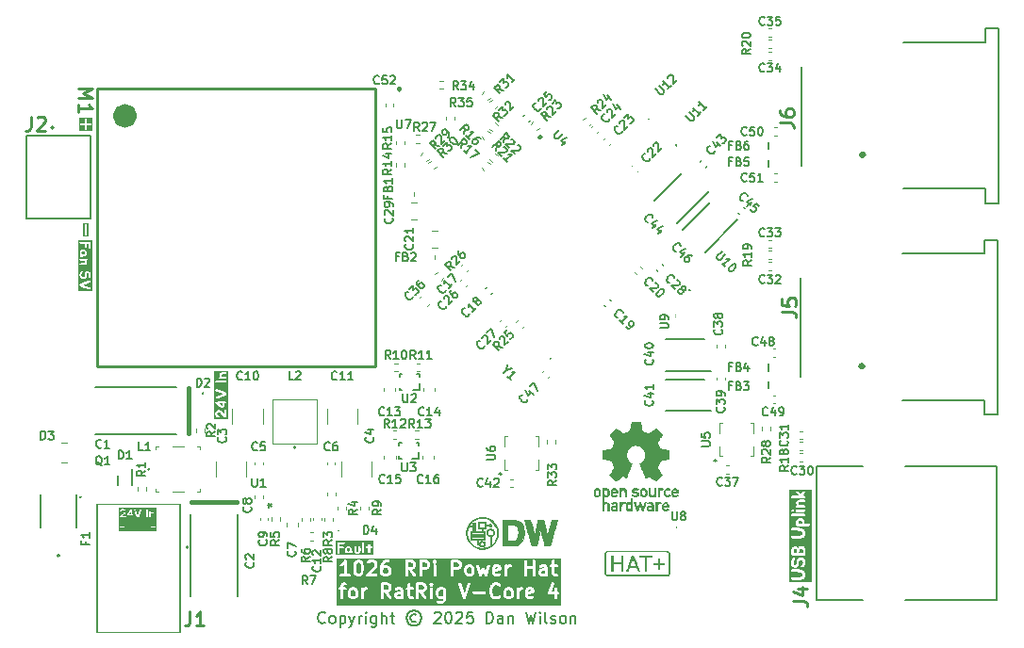
<source format=gbr>
%TF.GenerationSoftware,KiCad,Pcbnew,9.0.0*%
%TF.CreationDate,2025-04-21T08:49:54-05:00*%
%TF.ProjectId,1026 RPi Power Hat,31303236-2052-4506-9920-506f77657220,1*%
%TF.SameCoordinates,PX5f5e100PY8f0d180*%
%TF.FileFunction,Legend,Top*%
%TF.FilePolarity,Positive*%
%FSLAX46Y46*%
G04 Gerber Fmt 4.6, Leading zero omitted, Abs format (unit mm)*
G04 Created by KiCad (PCBNEW 9.0.0) date 2025-04-21 08:49:54*
%MOMM*%
%LPD*%
G01*
G04 APERTURE LIST*
%ADD10C,0.177800*%
%ADD11C,0.203200*%
%ADD12C,0.254000*%
%ADD13C,0.190500*%
%ADD14C,0.250000*%
%ADD15C,1.060000*%
%ADD16C,0.120000*%
%ADD17C,0.200000*%
%ADD18C,0.400000*%
%ADD19C,0.100000*%
%ADD20C,0.050000*%
%ADD21C,0.127000*%
%ADD22C,0.381000*%
%ADD23C,0.000000*%
%ADD24C,0.160000*%
%ADD25C,0.010000*%
G04 APERTURE END LIST*
D10*
G36*
X18218389Y20414756D02*
G01*
X17893932Y20644915D01*
X18222235Y20644915D01*
X18218389Y20414756D01*
G37*
G36*
X18750342Y19245365D02*
G01*
X17485061Y19245365D01*
X17485061Y19729177D01*
X17597950Y19729177D01*
X17599366Y19681457D01*
X17606511Y19633453D01*
X17618999Y19586589D01*
X17636476Y19542072D01*
X17658549Y19500392D01*
X17683624Y19464214D01*
X17721653Y19427674D01*
X17768802Y19394794D01*
X17820914Y19369731D01*
X17847732Y19361671D01*
X17871040Y19358254D01*
X17904033Y19360713D01*
X17932519Y19373515D01*
X17955658Y19394208D01*
X17970859Y19419175D01*
X17977691Y19447246D01*
X17975139Y19476622D01*
X17962055Y19503563D01*
X17934629Y19528175D01*
X17904044Y19546042D01*
X17872219Y19562358D01*
X17836356Y19594301D01*
X17810553Y19633329D01*
X17794820Y19677681D01*
X17789523Y19725579D01*
X17794063Y19769120D01*
X17806977Y19805594D01*
X17827986Y19836502D01*
X17856319Y19860047D01*
X17892217Y19874674D01*
X17937979Y19879929D01*
X17969640Y19877427D01*
X17999086Y19870065D01*
X18027367Y19857735D01*
X18057463Y19839046D01*
X18086940Y19815560D01*
X18121052Y19783150D01*
X18196056Y19698655D01*
X18261319Y19617695D01*
X18326707Y19538039D01*
X18370692Y19482639D01*
X18419763Y19426309D01*
X18447447Y19402035D01*
X18477024Y19382635D01*
X18509069Y19369719D01*
X18543839Y19365388D01*
X18585714Y19364644D01*
X18602428Y19370255D01*
X18613879Y19390948D01*
X18616795Y19420602D01*
X18615368Y19451248D01*
X18615368Y19961508D01*
X18616113Y20013062D01*
X18611199Y20038259D01*
X18594772Y20059590D01*
X18582941Y20068210D01*
X18566234Y20074293D01*
X18528516Y20077891D01*
X18491479Y20071377D01*
X18475506Y20063910D01*
X18463686Y20053758D01*
X18449728Y20026028D01*
X18445385Y19992899D01*
X18445385Y19958655D01*
X18444641Y19927574D01*
X18443214Y19856292D01*
X18444641Y19783832D01*
X18446067Y19734016D01*
X18444641Y19684448D01*
X18440712Y19666197D01*
X18434963Y19663789D01*
X18426868Y19668545D01*
X18415483Y19681470D01*
X18393025Y19716708D01*
X18375903Y19743880D01*
X18339052Y19789354D01*
X18302140Y19833463D01*
X18249966Y19894335D01*
X18205609Y19940912D01*
X18160709Y19981082D01*
X18118819Y20010828D01*
X18074835Y20033461D01*
X18029733Y20047989D01*
X17981775Y20055893D01*
X17925013Y20058721D01*
X17863940Y20054406D01*
X17811115Y20042131D01*
X17765218Y20022536D01*
X17725190Y19995753D01*
X17679455Y19949579D01*
X17641756Y19891248D01*
X17612219Y19818573D01*
X17602286Y19776007D01*
X17597950Y19729177D01*
X17485061Y19729177D01*
X17485061Y20739585D01*
X17607938Y20739585D01*
X17611725Y20707652D01*
X17623758Y20673019D01*
X17641612Y20644915D01*
X17644654Y20640126D01*
X17672582Y20613462D01*
X17733875Y20569974D01*
X17807700Y20512465D01*
X17881649Y20453405D01*
X18030973Y20351787D01*
X18178747Y20247316D01*
X18220126Y20217352D01*
X18266841Y20193715D01*
X18290802Y20188840D01*
X18314734Y20190117D01*
X18336687Y20199421D01*
X18357726Y20220764D01*
X18376290Y20256585D01*
X18383658Y20299738D01*
X18385084Y20386777D01*
X18385084Y20636975D01*
X18405433Y20639270D01*
X18452085Y20640635D01*
X18501777Y20640635D01*
X18529632Y20640635D01*
X18582364Y20650747D01*
X18605900Y20662937D01*
X18619525Y20684620D01*
X18623185Y20705712D01*
X18622441Y20730900D01*
X18618842Y20754722D01*
X18612204Y20773023D01*
X18600176Y20787115D01*
X18584536Y20797156D01*
X18547623Y20808013D01*
X18508291Y20810928D01*
X18472682Y20810928D01*
X18380494Y20809688D01*
X18382107Y20819055D01*
X18382107Y20840272D01*
X18381610Y20860869D01*
X18381114Y20872966D01*
X18374461Y20911333D01*
X18361262Y20942448D01*
X18347529Y20957941D01*
X18327034Y20967823D01*
X18297177Y20971544D01*
X18279041Y20967759D01*
X18264545Y20959819D01*
X18242398Y20935066D01*
X18229928Y20903178D01*
X18226268Y20870050D01*
X18226268Y20810928D01*
X18107404Y20810928D01*
X17992324Y20810184D01*
X17877120Y20809501D01*
X17775440Y20808757D01*
X17723841Y20807536D01*
X17673636Y20802429D01*
X17650457Y20797474D01*
X17632940Y20789339D01*
X17614267Y20768215D01*
X17607938Y20739585D01*
X17485061Y20739585D01*
X17485061Y21829401D01*
X17614080Y21829401D01*
X17615569Y21812527D01*
X17622827Y21791434D01*
X17630148Y21779026D01*
X17640446Y21767984D01*
X17655459Y21757189D01*
X17670472Y21747945D01*
X17687036Y21738640D01*
X17702174Y21732126D01*
X17719916Y21726418D01*
X17734743Y21720773D01*
X17759000Y21710785D01*
X18336447Y21510837D01*
X17757573Y21308036D01*
X17733379Y21299475D01*
X17718365Y21292341D01*
X17700747Y21285268D01*
X17685672Y21278816D01*
X17667619Y21270938D01*
X17653350Y21260143D01*
X17638957Y21249349D01*
X17629341Y21236073D01*
X17622827Y21221742D01*
X17615569Y21202820D01*
X17614080Y21183713D01*
X17617740Y21165660D01*
X17622765Y21147731D01*
X17634340Y21122026D01*
X17649943Y21104141D01*
X17669852Y21092579D01*
X17705070Y21083763D01*
X17744793Y21083088D01*
X17785376Y21088958D01*
X17826249Y21099528D01*
X17895359Y21122357D01*
X18101510Y21194817D01*
X18207613Y21232860D01*
X18306297Y21274536D01*
X18370878Y21300033D01*
X18448425Y21331300D01*
X18526158Y21370570D01*
X18561495Y21394523D01*
X18589188Y21420014D01*
X18610457Y21449277D01*
X18623743Y21481990D01*
X18626554Y21517320D01*
X18615803Y21558482D01*
X18593675Y21596924D01*
X18561271Y21629578D01*
X18522345Y21656941D01*
X18479071Y21681007D01*
X18387256Y21718788D01*
X18303319Y21748628D01*
X18203066Y21784175D01*
X18074400Y21828222D01*
X17937979Y21873696D01*
X17814276Y21913586D01*
X17753479Y21927172D01*
X17719923Y21929126D01*
X17686726Y21924939D01*
X17666048Y21918259D01*
X17647518Y21906762D01*
X17632958Y21890098D01*
X17622703Y21865321D01*
X17617740Y21847454D01*
X17614080Y21829401D01*
X17485061Y21829401D01*
X17485061Y22610269D01*
X17611288Y22610269D01*
X17614062Y22588559D01*
X17622889Y22565106D01*
X17639171Y22547068D01*
X17657879Y22534521D01*
X17687941Y22523118D01*
X17714085Y22518702D01*
X17744669Y22517957D01*
X17773765Y22515848D01*
X17779473Y22515848D01*
X17869055Y22512994D01*
X17960064Y22512994D01*
X18059573Y22512994D01*
X18153312Y22511629D01*
X18362317Y22510202D01*
X18474605Y22508776D01*
X18495822Y22508776D01*
X18520451Y22508776D01*
X18534657Y22510885D01*
X18548740Y22512994D01*
X18565242Y22514421D01*
X18580627Y22518888D01*
X18585280Y22521866D01*
X18588816Y22524347D01*
X18597998Y22528938D01*
X18613645Y22538556D01*
X18627031Y22553815D01*
X18637453Y22589561D01*
X18635158Y22627640D01*
X18627996Y22651403D01*
X18618284Y22665607D01*
X18606001Y22677828D01*
X18591980Y22687382D01*
X18575478Y22692407D01*
X18560465Y22697432D01*
X18545204Y22699604D01*
X18534347Y22700348D01*
X18520140Y22700348D01*
X17782388Y22708909D01*
X17758256Y22708909D01*
X17741940Y22709592D01*
X17724135Y22710336D01*
X17706888Y22709592D01*
X17688277Y22707482D01*
X17671775Y22703822D01*
X17655149Y22698859D01*
X17631637Y22682667D01*
X17619885Y22666769D01*
X17614080Y22648919D01*
X17612033Y22630990D01*
X17611288Y22610269D01*
X17485061Y22610269D01*
X17485061Y22941400D01*
X17932709Y22941400D01*
X17940212Y22914316D01*
X17956407Y22891187D01*
X17980289Y22875666D01*
X18011789Y22866206D01*
X18047786Y22863383D01*
X18117826Y22864127D01*
X18323357Y22864127D01*
X18411078Y22864810D01*
X18498675Y22869835D01*
X18532176Y22872689D01*
X18567351Y22879141D01*
X18599859Y22893595D01*
X18613461Y22904714D01*
X18623867Y22919217D01*
X18634143Y22944907D01*
X18636058Y22966277D01*
X18631064Y22984853D01*
X18613035Y23008201D01*
X18583047Y23024371D01*
X18547428Y23033713D01*
X18497993Y23037275D01*
X18398981Y23037275D01*
X18357416Y23037275D01*
X18323047Y23037957D01*
X18291470Y23038701D01*
X18257039Y23038701D01*
X18226582Y23041756D01*
X18200913Y23052393D01*
X18178809Y23070837D01*
X18154659Y23107227D01*
X18142889Y23149253D01*
X18143815Y23187051D01*
X18153607Y23217360D01*
X18171799Y23242123D01*
X18196885Y23260387D01*
X18229804Y23272083D01*
X18272920Y23276368D01*
X18334772Y23276368D01*
X18395010Y23277795D01*
X18432791Y23278477D01*
X18474729Y23279904D01*
X18516790Y23282758D01*
X18553207Y23287783D01*
X18589188Y23297833D01*
X18603852Y23305242D01*
X18615430Y23315452D01*
X18623852Y23328710D01*
X18629389Y23346843D01*
X18630415Y23367706D01*
X18625791Y23396783D01*
X18617729Y23415971D01*
X18603023Y23428484D01*
X18561023Y23441636D01*
X18513130Y23445234D01*
X18470510Y23446661D01*
X18380546Y23450197D01*
X18289484Y23446661D01*
X18227509Y23443808D01*
X18166774Y23437356D01*
X18108644Y23421598D01*
X18081433Y23408687D01*
X18054734Y23390765D01*
X18016660Y23350693D01*
X17987919Y23301183D01*
X17970038Y23246829D01*
X17964221Y23193051D01*
X17968501Y23160668D01*
X17982708Y23116869D01*
X18008330Y23072388D01*
X18025440Y23053134D01*
X18044063Y23039632D01*
X18012796Y23037275D01*
X17978117Y23029272D01*
X17963902Y23020831D01*
X17951131Y23008055D01*
X17941627Y22991520D01*
X17935125Y22967482D01*
X17932709Y22941400D01*
X17485061Y22941400D01*
X17485061Y23563086D01*
X18750342Y23563086D01*
X18750342Y19245365D01*
G37*
D11*
G36*
X6192535Y35663052D02*
G01*
X5763557Y35663052D01*
X5763557Y36649684D01*
X5876446Y36649684D01*
X5876446Y35875589D01*
X5878398Y35855768D01*
X5893569Y35819143D01*
X5921600Y35791112D01*
X5958225Y35775941D01*
X5997867Y35775941D01*
X6034492Y35791112D01*
X6062523Y35819143D01*
X6077694Y35855768D01*
X6079646Y35875589D01*
X6079646Y36649684D01*
X6077694Y36669505D01*
X6062523Y36706130D01*
X6034492Y36734161D01*
X5997867Y36749332D01*
X5958225Y36749332D01*
X5921600Y36734161D01*
X5893569Y36706130D01*
X5878398Y36669505D01*
X5876446Y36649684D01*
X5763557Y36649684D01*
X5763557Y36862221D01*
X6192535Y36862221D01*
X6192535Y35663052D01*
G37*
D10*
G36*
X29600792Y7642074D02*
G01*
X29628837Y7632482D01*
X29653383Y7616515D01*
X29672884Y7593398D01*
X29689988Y7555086D01*
X29696706Y7512563D01*
X29693679Y7469450D01*
X29681941Y7429681D01*
X29661856Y7394250D01*
X29634296Y7365844D01*
X29600429Y7347710D01*
X29560968Y7343448D01*
X29524983Y7348923D01*
X29490617Y7359578D01*
X29460587Y7375340D01*
X29443034Y7392334D01*
X29429881Y7416159D01*
X29420577Y7444259D01*
X29415838Y7473923D01*
X29415676Y7503319D01*
X29420115Y7532216D01*
X29429014Y7559525D01*
X29442430Y7584550D01*
X29459909Y7605806D01*
X29481661Y7622876D01*
X29509601Y7635956D01*
X29540113Y7643700D01*
X29570708Y7645758D01*
X29600792Y7642074D01*
G37*
G36*
X31838810Y7041344D02*
G01*
X28445364Y7041344D01*
X28445364Y7327132D01*
X28558253Y7327132D01*
X28558253Y7304427D01*
X28558253Y7281162D01*
X28560362Y7266894D01*
X28561107Y7252687D01*
X28564022Y7237364D01*
X28569854Y7221978D01*
X28573886Y7213851D01*
X28576926Y7204980D01*
X28587907Y7188044D01*
X28601989Y7176939D01*
X28637637Y7166519D01*
X28675752Y7168812D01*
X28697600Y7175145D01*
X28715022Y7184756D01*
X28734068Y7212425D01*
X28739031Y7227500D01*
X28744118Y7242451D01*
X28746289Y7256223D01*
X28747034Y7269934D01*
X28747034Y7281286D01*
X28749325Y7456171D01*
X29254626Y7456171D01*
X29260980Y7397674D01*
X29276835Y7343945D01*
X29302292Y7294824D01*
X29337012Y7252067D01*
X29381196Y7218826D01*
X29438071Y7196605D01*
X29484662Y7186049D01*
X29526537Y7180847D01*
X29568476Y7180147D01*
X29613638Y7183701D01*
X29665281Y7195411D01*
X29706819Y7214658D01*
X29743120Y7242253D01*
X29776735Y7279363D01*
X29797269Y7248034D01*
X29825248Y7214906D01*
X29842149Y7201443D01*
X29860796Y7191642D01*
X29880889Y7186753D01*
X29902361Y7188044D01*
X29925498Y7195957D01*
X29941825Y7208756D01*
X29952736Y7226817D01*
X29960223Y7258780D01*
X29957885Y7291833D01*
X29935738Y7357469D01*
X29907262Y7420127D01*
X29879656Y7482537D01*
X29868819Y7514659D01*
X29861292Y7550406D01*
X29852018Y7592213D01*
X30073989Y7592213D01*
X30076811Y7494386D01*
X30082519Y7414667D01*
X30088795Y7372473D01*
X30098959Y7331909D01*
X30113506Y7293155D01*
X30132583Y7257464D01*
X30157345Y7226251D01*
X30188603Y7201444D01*
X30224648Y7182501D01*
X30265840Y7167820D01*
X30309328Y7158362D01*
X30354430Y7154233D01*
X30400075Y7155127D01*
X30445873Y7160685D01*
X30490363Y7171615D01*
X30531672Y7188540D01*
X30573035Y7214226D01*
X30602705Y7245987D01*
X30624477Y7283731D01*
X30639989Y7326202D01*
X30649819Y7371186D01*
X30655003Y7418266D01*
X30660710Y7512873D01*
X30662819Y7591847D01*
X30662137Y7674419D01*
X30657112Y7749919D01*
X30651981Y7783289D01*
X30644952Y7807924D01*
X30632386Y7830719D01*
X30612817Y7845891D01*
X30588798Y7854451D01*
X30563373Y7856810D01*
X30538081Y7853033D01*
X30513991Y7842976D01*
X30494762Y7826630D01*
X30483406Y7803520D01*
X30475527Y7749857D01*
X30473418Y7674357D01*
X30474783Y7592530D01*
X30476210Y7517278D01*
X30473130Y7444204D01*
X30465726Y7400213D01*
X30455867Y7376487D01*
X30441958Y7360797D01*
X30423664Y7351451D01*
X30377485Y7342546D01*
X30344420Y7344110D01*
X30320681Y7353374D01*
X30291802Y7379966D01*
X30271796Y7418576D01*
X30260569Y7464037D01*
X30255604Y7518146D01*
X30252812Y7622556D01*
X30250641Y7695016D01*
X30247105Y7767662D01*
X30237960Y7807929D01*
X30222931Y7834704D01*
X30202686Y7851599D01*
X30177670Y7860281D01*
X30151299Y7859611D01*
X30121913Y7848745D01*
X30104258Y7836035D01*
X30092693Y7818843D01*
X30080409Y7776285D01*
X30076811Y7729819D01*
X30076811Y7687881D01*
X30073989Y7592213D01*
X29852018Y7592213D01*
X29849648Y7602896D01*
X29832693Y7648984D01*
X29808622Y7691174D01*
X29775370Y7730625D01*
X29736312Y7762551D01*
X29695218Y7785653D01*
X29651362Y7801422D01*
X29605821Y7809972D01*
X29559332Y7811437D01*
X29512144Y7805753D01*
X29466045Y7793452D01*
X29422066Y7775044D01*
X29372700Y7743871D01*
X29329009Y7700599D01*
X29294864Y7646695D01*
X29268957Y7574725D01*
X29257519Y7515776D01*
X29256914Y7503319D01*
X29254626Y7456171D01*
X28749325Y7456171D01*
X28751314Y7608039D01*
X29010818Y7609466D01*
X29076206Y7609466D01*
X29097050Y7610458D01*
X29116344Y7613436D01*
X29135700Y7617034D01*
X29152140Y7621997D01*
X29167110Y7626798D01*
X29179933Y7635273D01*
X29194369Y7652785D01*
X29198978Y7664617D01*
X29201894Y7681181D01*
X29201894Y7697683D01*
X29198078Y7717382D01*
X29185888Y7737139D01*
X29171070Y7753119D01*
X29147983Y7764746D01*
X29116406Y7772625D01*
X29084829Y7776223D01*
X29051452Y7778208D01*
X29019379Y7780193D01*
X29010818Y7780193D01*
X28912054Y7780193D01*
X28810436Y7780193D01*
X28776998Y7780193D01*
X28754168Y7780193D01*
X28755533Y8010726D01*
X28755533Y8013021D01*
X29050646Y8014448D01*
X29114607Y8014448D01*
X29134707Y8014448D01*
X29153566Y8018480D01*
X29173853Y8020465D01*
X29192092Y8024126D01*
X29218148Y8038332D01*
X29232324Y8053997D01*
X29237441Y8068917D01*
X29237450Y8068979D01*
X30803086Y8068979D01*
X30803086Y7272973D01*
X30807429Y7246856D01*
X30815990Y7218194D01*
X30823969Y7204742D01*
X30836587Y7193193D01*
X30852979Y7183955D01*
X30875857Y7178614D01*
X30913894Y7176472D01*
X30949619Y7187361D01*
X30966076Y7199416D01*
X30976048Y7213789D01*
X30980142Y7222040D01*
X30984671Y7229547D01*
X30993294Y7259945D01*
X30993976Y7273408D01*
X30996086Y7286808D01*
X30997575Y7308521D01*
X30996830Y7319254D01*
X30996148Y7329800D01*
X30996148Y7628325D01*
X30996830Y7717163D01*
X30997262Y7771111D01*
X31109923Y7771111D01*
X31110979Y7749051D01*
X31117590Y7727674D01*
X31130583Y7707299D01*
X31143386Y7695889D01*
X31164022Y7687013D01*
X31213528Y7676715D01*
X31266322Y7672310D01*
X31309810Y7671566D01*
X31329166Y7671566D01*
X31328422Y7520752D01*
X31326312Y7385013D01*
X31325568Y7341587D01*
X31326995Y7290282D01*
X31334873Y7238729D01*
X31342255Y7214821D01*
X31352182Y7194930D01*
X31372539Y7175894D01*
X31405224Y7163477D01*
X31442824Y7162027D01*
X31486804Y7174209D01*
X31499494Y7183203D01*
X31509075Y7199893D01*
X31519994Y7245367D01*
X31523592Y7298905D01*
X31523592Y7347977D01*
X31525019Y7418390D01*
X31523592Y7500155D01*
X31520738Y7587566D01*
X31517947Y7672992D01*
X31557217Y7674419D01*
X31606350Y7678700D01*
X31652755Y7685152D01*
X31687310Y7694644D01*
X31707817Y7710094D01*
X31721740Y7738752D01*
X31725921Y7771612D01*
X31719569Y7800356D01*
X31704740Y7823236D01*
X31684642Y7837764D01*
X31660531Y7846636D01*
X31633461Y7851599D01*
X31577007Y7853088D01*
X31527314Y7851661D01*
X31515093Y7851661D01*
X31515093Y7896576D01*
X31514348Y7947819D01*
X31510812Y7997015D01*
X31503678Y8037774D01*
X31495887Y8057158D01*
X31484074Y8074810D01*
X31468818Y8089522D01*
X31450636Y8100246D01*
X31430370Y8106226D01*
X31408326Y8106760D01*
X31386533Y8101038D01*
X31364031Y8087218D01*
X31350119Y8071813D01*
X31339278Y8050181D01*
X31327057Y7999931D01*
X31323459Y7947075D01*
X31324885Y7903524D01*
X31326312Y7877282D01*
X31327491Y7851723D01*
X31241445Y7852343D01*
X31168737Y7847628D01*
X31150892Y7840414D01*
X31134988Y7827404D01*
X31122449Y7810626D01*
X31113895Y7791608D01*
X31109923Y7771111D01*
X30997262Y7771111D01*
X30997575Y7810282D01*
X30999001Y7901911D01*
X30996148Y7989385D01*
X30996148Y7995030D01*
X30995403Y8037712D01*
X30993294Y8080456D01*
X30989943Y8105100D01*
X30978901Y8133746D01*
X30967279Y8151886D01*
X30949557Y8166006D01*
X30923924Y8174666D01*
X30903153Y8177235D01*
X30883053Y8176552D01*
X30864442Y8173264D01*
X30848727Y8169160D01*
X30830941Y8158685D01*
X30820878Y8148342D01*
X30814501Y8134987D01*
X30809538Y8119229D01*
X30805940Y8101983D01*
X30803769Y8086908D01*
X30803086Y8068979D01*
X29237450Y8068979D01*
X29239551Y8083682D01*
X29240233Y8100060D01*
X29234717Y8121766D01*
X29224165Y8140136D01*
X29208530Y8154640D01*
X29186322Y8164579D01*
X29154807Y8173699D01*
X29123292Y8177235D01*
X29089854Y8179220D01*
X29057904Y8181205D01*
X29050646Y8181205D01*
X28826070Y8181205D01*
X28780534Y8180212D01*
X28749267Y8179220D01*
X28719427Y8179220D01*
X28676249Y8179220D01*
X28677055Y8177235D01*
X28659747Y8181205D01*
X28635866Y8177956D01*
X28613280Y8168115D01*
X28596860Y8154658D01*
X28584061Y8132940D01*
X28574867Y8107161D01*
X28569668Y8076734D01*
X28566814Y8048693D01*
X28565387Y8019411D01*
X28565387Y8012276D01*
X28561789Y7925176D01*
X28562533Y7833794D01*
X28562533Y7736767D01*
X28561107Y7644021D01*
X28559680Y7438428D01*
X28558253Y7327132D01*
X28445364Y7327132D01*
X28445364Y8294094D01*
X31838810Y8294094D01*
X31838810Y7041344D01*
G37*
G36*
X10008686Y10713484D02*
G01*
X9836066Y10716368D01*
X10008686Y10959711D01*
X10008686Y10713484D01*
G37*
G36*
X12359604Y9202001D02*
G01*
X8953719Y9202001D01*
X8953719Y9558764D01*
X9042619Y9558764D01*
X9044308Y9544116D01*
X9049133Y9531870D01*
X9067605Y9508467D01*
X9088868Y9494787D01*
X9113203Y9488273D01*
X9139584Y9487157D01*
X9165687Y9488785D01*
X9374599Y9489855D01*
X9384788Y9489855D01*
X9406843Y9491484D01*
X9433876Y9498556D01*
X9446834Y9505242D01*
X9456767Y9513910D01*
X9467143Y9536384D01*
X9469871Y9556205D01*
X11784763Y9556205D01*
X11790283Y9534161D01*
X11807747Y9515260D01*
X11822916Y9504326D01*
X11836595Y9499347D01*
X11851763Y9498230D01*
X11871538Y9498789D01*
X11959616Y9498789D01*
X11960686Y9386190D01*
X11960686Y9376001D01*
X11962314Y9354039D01*
X11967712Y9327565D01*
X11972827Y9315007D01*
X11980228Y9305231D01*
X11987732Y9299726D01*
X12003259Y9294669D01*
X12031455Y9290901D01*
X12051334Y9294884D01*
X12065700Y9306348D01*
X12075961Y9322415D01*
X12083009Y9340453D01*
X12086285Y9359414D01*
X12085196Y9377815D01*
X12085196Y9498789D01*
X12196724Y9498789D01*
X12203656Y9498789D01*
X12218825Y9500371D01*
X12237808Y9505815D01*
X12256373Y9518238D01*
X12262061Y9524958D01*
X12266842Y9535732D01*
X12270704Y9558531D01*
X12266714Y9578268D01*
X12255210Y9592543D01*
X12230829Y9609759D01*
X12220208Y9612958D01*
X12203005Y9611946D01*
X12085196Y9614877D01*
X12085196Y9685739D01*
X12084637Y9733757D01*
X12083177Y9757080D01*
X12077658Y9780006D01*
X12069825Y9795755D01*
X12057372Y9807923D01*
X12042123Y9815847D01*
X12027221Y9818345D01*
X12014938Y9816839D01*
X11999909Y9811784D01*
X11986120Y9803768D01*
X11975947Y9793266D01*
X11964334Y9773046D01*
X11959616Y9748320D01*
X11959616Y9697371D01*
X11959616Y9616459D01*
X11883263Y9617901D01*
X11864465Y9617343D01*
X11851531Y9615714D01*
X11838642Y9612457D01*
X11821008Y9607107D01*
X11805401Y9599125D01*
X11794068Y9586588D01*
X11787014Y9571277D01*
X11784763Y9556205D01*
X9469871Y9556205D01*
X9470959Y9564114D01*
X9467143Y9587099D01*
X9455604Y9605850D01*
X9438449Y9619024D01*
X9420336Y9627579D01*
X9401354Y9631426D01*
X9382927Y9629812D01*
X9177319Y9629812D01*
X9128743Y9629254D01*
X9105026Y9627253D01*
X9081936Y9620088D01*
X9065520Y9610706D01*
X9052995Y9595428D01*
X9045142Y9576980D01*
X9042619Y9558764D01*
X8953719Y9558764D01*
X8953719Y10976880D01*
X9043690Y10976880D01*
X9045534Y10952135D01*
X9055135Y10930771D01*
X9070655Y10913417D01*
X9089380Y10902016D01*
X9110434Y10896892D01*
X9132465Y10898806D01*
X9152672Y10908619D01*
X9171130Y10929189D01*
X9184531Y10952127D01*
X9196768Y10975996D01*
X9220725Y11002893D01*
X9249996Y11022245D01*
X9283260Y11034045D01*
X9319183Y11038018D01*
X9351839Y11034613D01*
X9379195Y11024927D01*
X9402376Y11009171D01*
X9420034Y10987921D01*
X9431005Y10960997D01*
X9434946Y10926676D01*
X9433069Y10902930D01*
X9427548Y10880846D01*
X9418300Y10859635D01*
X9404284Y10837063D01*
X9386669Y10814955D01*
X9362362Y10789371D01*
X9298990Y10733118D01*
X9238271Y10684171D01*
X9178528Y10635130D01*
X9136979Y10602141D01*
X9094731Y10565338D01*
X9076526Y10544575D01*
X9061975Y10522392D01*
X9052289Y10498358D01*
X9049040Y10472281D01*
X9048482Y10440874D01*
X9052691Y10428339D01*
X9068210Y10419751D01*
X9090450Y10417564D01*
X9113435Y10418634D01*
X9496130Y10418634D01*
X9534795Y10418076D01*
X9553693Y10421761D01*
X9569692Y10434081D01*
X9576157Y10442954D01*
X9580719Y10455484D01*
X9583417Y10483773D01*
X9578532Y10511551D01*
X9572932Y10523531D01*
X9565318Y10532396D01*
X9544520Y10542864D01*
X9519674Y10546121D01*
X9493990Y10546121D01*
X9470679Y10546680D01*
X9417218Y10547750D01*
X9362873Y10546680D01*
X9325511Y10545610D01*
X9288335Y10546680D01*
X9274647Y10549626D01*
X9272841Y10553938D01*
X9276408Y10560009D01*
X9286102Y10568548D01*
X9312530Y10585391D01*
X9332909Y10598233D01*
X9367014Y10625871D01*
X9400096Y10653555D01*
X9410017Y10662058D01*
X9666629Y10662058D01*
X9667587Y10644110D01*
X9674565Y10627645D01*
X9690572Y10611866D01*
X9717438Y10597943D01*
X9749802Y10592417D01*
X9815082Y10591347D01*
X10002730Y10591347D01*
X10004452Y10576086D01*
X10005475Y10541096D01*
X10005475Y10503827D01*
X10005475Y10482936D01*
X10013059Y10443387D01*
X10022202Y10425735D01*
X10038464Y10415517D01*
X10054283Y10412771D01*
X10073174Y10413330D01*
X10091041Y10416028D01*
X10104767Y10421007D01*
X10115336Y10430028D01*
X10122866Y10441758D01*
X10131009Y10469443D01*
X10133195Y10498942D01*
X10133195Y10525649D01*
X10132265Y10594790D01*
X10139291Y10593580D01*
X10155203Y10593580D01*
X10170651Y10593952D01*
X10179724Y10594325D01*
X10208499Y10599314D01*
X10231835Y10609214D01*
X10243455Y10619513D01*
X10250867Y10634885D01*
X10253657Y10657277D01*
X10250819Y10670879D01*
X10244863Y10681751D01*
X10226298Y10698362D01*
X10202383Y10707714D01*
X10177537Y10710459D01*
X10133195Y10710459D01*
X10133195Y10799607D01*
X10132637Y10885917D01*
X10132125Y10972320D01*
X10131567Y11048580D01*
X10131023Y11071565D01*
X10337315Y11071565D01*
X10341718Y11041128D01*
X10349645Y11010473D01*
X10366767Y10958641D01*
X10421112Y10804028D01*
X10449644Y10724450D01*
X10480901Y10650438D01*
X10500024Y10602002D01*
X10523474Y10543841D01*
X10552927Y10485542D01*
X10570891Y10459039D01*
X10590010Y10438269D01*
X10611957Y10422317D01*
X10636492Y10412353D01*
X10662989Y10410245D01*
X10693861Y10418308D01*
X10722692Y10434904D01*
X10747182Y10459207D01*
X10767705Y10488402D01*
X10785754Y10520857D01*
X10787133Y10524207D01*
X11406581Y10524207D01*
X11406581Y10508294D01*
X11406581Y10489822D01*
X11408163Y10479167D01*
X11409745Y10468605D01*
X11410815Y10456229D01*
X11414165Y10444690D01*
X11416398Y10441200D01*
X11418259Y10438548D01*
X11421703Y10431662D01*
X11428916Y10419926D01*
X11440360Y10409887D01*
X11467170Y10402070D01*
X11495729Y10403791D01*
X11513551Y10409163D01*
X11524204Y10416447D01*
X11533370Y10425660D01*
X11540536Y10436175D01*
X11544304Y10448552D01*
X11548073Y10459811D01*
X11549702Y10471257D01*
X11550260Y10479400D01*
X11550260Y10490055D01*
X11554371Y10844321D01*
X11672536Y10844321D01*
X11673095Y10791791D01*
X11673095Y10637642D01*
X11673607Y10571851D01*
X11677375Y10506154D01*
X11679516Y10481028D01*
X11684355Y10454647D01*
X11695196Y10430266D01*
X11703535Y10420064D01*
X11714412Y10412260D01*
X11733679Y10404553D01*
X11749707Y10403117D01*
X11763639Y10406862D01*
X11781150Y10420384D01*
X11793277Y10442875D01*
X11800284Y10469589D01*
X11802955Y10506665D01*
X11802955Y10580925D01*
X11802955Y10612098D01*
X11803467Y10637875D01*
X11804025Y10661558D01*
X11804025Y10687381D01*
X11806316Y10710224D01*
X11814294Y10729475D01*
X11828127Y10746053D01*
X11855419Y10764166D01*
X11886939Y10772993D01*
X11915288Y10772299D01*
X11938019Y10764955D01*
X11956591Y10751311D01*
X11970289Y10732496D01*
X11979061Y10707807D01*
X11982275Y10675470D01*
X11982275Y10629081D01*
X11983345Y10583902D01*
X11983857Y10555567D01*
X11984927Y10524113D01*
X11987067Y10492567D01*
X11990836Y10465255D01*
X11998374Y10438269D01*
X12003930Y10427271D01*
X12011588Y10418587D01*
X12021532Y10412271D01*
X12035131Y10408119D01*
X12050779Y10407349D01*
X12072586Y10410817D01*
X12086977Y10416863D01*
X12096362Y10427893D01*
X12106226Y10459393D01*
X12108925Y10495313D01*
X12109995Y10527277D01*
X12112647Y10594751D01*
X12109995Y10663047D01*
X12107855Y10709529D01*
X12103016Y10755080D01*
X12091198Y10798677D01*
X12081515Y10819085D01*
X12068073Y10839110D01*
X12038019Y10867665D01*
X12000886Y10889221D01*
X11960121Y10902631D01*
X11919788Y10906995D01*
X11895500Y10903784D01*
X11862651Y10893129D01*
X11829290Y10873913D01*
X11814850Y10861080D01*
X11804723Y10847113D01*
X11802955Y10870563D01*
X11796953Y10896572D01*
X11790622Y10907233D01*
X11781040Y10916812D01*
X11768639Y10923940D01*
X11750611Y10928816D01*
X11731049Y10930629D01*
X11710736Y10925001D01*
X11693390Y10912855D01*
X11681749Y10894944D01*
X11674654Y10871318D01*
X11672536Y10844321D01*
X11554371Y10844321D01*
X11556681Y11043369D01*
X11556681Y11061468D01*
X11557193Y11073705D01*
X11557751Y11087059D01*
X11557193Y11099994D01*
X11555611Y11113952D01*
X11552866Y11126329D01*
X11549143Y11138798D01*
X11537000Y11156433D01*
X11525076Y11165246D01*
X11511688Y11169600D01*
X11498241Y11171136D01*
X11482701Y11171694D01*
X11466418Y11169614D01*
X11448828Y11162993D01*
X11435300Y11150782D01*
X11425890Y11136751D01*
X11417338Y11114205D01*
X11414025Y11094597D01*
X11413467Y11071658D01*
X11411885Y11049836D01*
X11411885Y11045556D01*
X11409745Y10978369D01*
X11409745Y10910112D01*
X11409745Y10835481D01*
X11408721Y10765176D01*
X11407651Y10608423D01*
X11406581Y10524207D01*
X10787133Y10524207D01*
X10814090Y10589718D01*
X10836470Y10652671D01*
X10863131Y10727861D01*
X10896166Y10824360D01*
X10930271Y10926676D01*
X10960189Y11019453D01*
X10970378Y11065051D01*
X10971843Y11090218D01*
X10968703Y11115115D01*
X10963694Y11130624D01*
X10955071Y11144521D01*
X10942572Y11155442D01*
X10923990Y11163133D01*
X10910590Y11166855D01*
X10897050Y11169600D01*
X10884394Y11168483D01*
X10868575Y11163040D01*
X10859269Y11157549D01*
X10850987Y11149826D01*
X10842891Y11138566D01*
X10835958Y11127306D01*
X10828979Y11114883D01*
X10824093Y11103530D01*
X10819813Y11090223D01*
X10815579Y11079103D01*
X10808088Y11060910D01*
X10658127Y10627825D01*
X10506026Y11061980D01*
X10499605Y11080126D01*
X10494255Y11091386D01*
X10488950Y11104600D01*
X10484111Y11115906D01*
X10478202Y11129446D01*
X10470106Y11140148D01*
X10462011Y11150942D01*
X10452054Y11158154D01*
X10441305Y11163040D01*
X10427114Y11168483D01*
X10412784Y11169600D01*
X10399244Y11166855D01*
X10385797Y11163086D01*
X10366519Y11154405D01*
X10353105Y11142703D01*
X10344434Y11127771D01*
X10337821Y11101357D01*
X10337315Y11071565D01*
X10131023Y11071565D01*
X10130651Y11087279D01*
X10126821Y11124933D01*
X10123104Y11142317D01*
X10117003Y11155455D01*
X10101160Y11169460D01*
X10079688Y11174206D01*
X10055738Y11171366D01*
X10029763Y11162342D01*
X10005093Y11146669D01*
X9985096Y11125724D01*
X9952480Y11079754D01*
X9909348Y11024385D01*
X9865053Y10968924D01*
X9788840Y10856930D01*
X9710486Y10746100D01*
X9688957Y10716368D01*
X9688013Y10715065D01*
X9670286Y10680030D01*
X9666629Y10662058D01*
X9410017Y10662058D01*
X9445751Y10692686D01*
X9480683Y10725953D01*
X9510811Y10759628D01*
X9533120Y10791046D01*
X9550095Y10824034D01*
X9560991Y10857861D01*
X9566919Y10893829D01*
X9569040Y10936400D01*
X9565804Y10982205D01*
X9556597Y11021824D01*
X9541901Y11056247D01*
X9521814Y11086268D01*
X9487183Y11120569D01*
X9443435Y11148843D01*
X9388929Y11170996D01*
X9357005Y11178446D01*
X9321882Y11181697D01*
X9286092Y11180636D01*
X9250089Y11175277D01*
X9214941Y11165911D01*
X9181553Y11152803D01*
X9150293Y11136249D01*
X9123160Y11117442D01*
X9095755Y11088920D01*
X9071095Y11053559D01*
X9052297Y11014475D01*
X9046252Y10994361D01*
X9043690Y10976880D01*
X8953719Y10976880D01*
X8953719Y11270597D01*
X12359604Y11270597D01*
X12359604Y9202001D01*
G37*
G36*
X5782215Y34329885D02*
G01*
X5809524Y34320986D01*
X5834549Y34307570D01*
X5855805Y34290091D01*
X5872875Y34268339D01*
X5885955Y34240399D01*
X5893699Y34209887D01*
X5895757Y34179292D01*
X5892073Y34149208D01*
X5882481Y34121163D01*
X5866514Y34096617D01*
X5843397Y34077116D01*
X5805085Y34060012D01*
X5762562Y34053294D01*
X5719449Y34056321D01*
X5679680Y34068059D01*
X5644249Y34088144D01*
X5615843Y34115704D01*
X5597709Y34149571D01*
X5593447Y34189032D01*
X5598922Y34225017D01*
X5609577Y34259383D01*
X5625339Y34289413D01*
X5642333Y34306966D01*
X5666158Y34320119D01*
X5694258Y34329423D01*
X5723922Y34334162D01*
X5753318Y34334324D01*
X5782215Y34329885D01*
G37*
G36*
X6552716Y30772916D02*
G01*
X5301052Y30772916D01*
X5301052Y31297611D01*
X5423445Y31297611D01*
X5434196Y31256449D01*
X5456324Y31218007D01*
X5488728Y31185354D01*
X5527654Y31157991D01*
X5570928Y31133924D01*
X5662743Y31096143D01*
X5746680Y31066303D01*
X5846933Y31030756D01*
X5975599Y30986709D01*
X6112020Y30941235D01*
X6235723Y30901345D01*
X6296520Y30887759D01*
X6330076Y30885805D01*
X6363273Y30889992D01*
X6383951Y30896672D01*
X6402481Y30908169D01*
X6417041Y30924833D01*
X6427296Y30949610D01*
X6432259Y30967477D01*
X6435919Y30985530D01*
X6434430Y31002404D01*
X6427172Y31023497D01*
X6419851Y31035905D01*
X6409553Y31046947D01*
X6394540Y31057742D01*
X6379527Y31066986D01*
X6362963Y31076291D01*
X6347825Y31082805D01*
X6330083Y31088513D01*
X6315256Y31094158D01*
X6290999Y31104146D01*
X5713552Y31304094D01*
X6292426Y31506895D01*
X6316620Y31515456D01*
X6331634Y31522590D01*
X6349252Y31529663D01*
X6364327Y31536115D01*
X6382380Y31543993D01*
X6396649Y31554788D01*
X6411042Y31565582D01*
X6420658Y31578859D01*
X6427172Y31593189D01*
X6434430Y31612111D01*
X6435919Y31631218D01*
X6432259Y31649271D01*
X6427234Y31667200D01*
X6415659Y31692905D01*
X6400056Y31710790D01*
X6380147Y31722352D01*
X6344929Y31731168D01*
X6305206Y31731843D01*
X6264623Y31725973D01*
X6223750Y31715404D01*
X6154640Y31692574D01*
X5948489Y31620114D01*
X5842386Y31582071D01*
X5743702Y31540395D01*
X5679121Y31514898D01*
X5601574Y31483631D01*
X5523841Y31444361D01*
X5488504Y31420408D01*
X5460811Y31394917D01*
X5439542Y31365654D01*
X5426256Y31332941D01*
X5423445Y31297611D01*
X5301052Y31297611D01*
X5301052Y32266298D01*
X5423836Y32266298D01*
X5426164Y32194644D01*
X5437797Y32124903D01*
X5458825Y32056487D01*
X5483343Y32002301D01*
X5516119Y31955399D01*
X5557589Y31914917D01*
X5605725Y31882681D01*
X5658448Y31860344D01*
X5716716Y31847668D01*
X5742524Y31844132D01*
X5769820Y31843387D01*
X5845618Y31850332D01*
X5908413Y31869877D01*
X5963408Y31901674D01*
X6007549Y31942896D01*
X6041755Y31993016D01*
X6066423Y32052330D01*
X6080818Y32116813D01*
X6085778Y32187945D01*
X6082550Y32241665D01*
X6072936Y32293657D01*
X6067179Y32320940D01*
X6067787Y32334043D01*
X6075559Y32340896D01*
X6102156Y32342294D01*
X6151228Y32338758D01*
X6200424Y32336649D01*
X6220152Y32336649D01*
X6241803Y32333919D01*
X6260228Y32325048D01*
X6271023Y32308236D01*
X6273752Y32271695D01*
X6272388Y32231991D01*
X6274373Y32160896D01*
X6276358Y32088436D01*
X6272822Y32011695D01*
X6271951Y31972230D01*
X6276358Y31934707D01*
X6280612Y31916954D01*
X6290192Y31902385D01*
X6319040Y31882657D01*
X6354153Y31875399D01*
X6387157Y31878997D01*
X6407687Y31889045D01*
X6421154Y31903192D01*
X6436291Y31941593D01*
X6439827Y31986756D01*
X6439145Y32028756D01*
X6439145Y32379827D01*
X6435547Y32429457D01*
X6429423Y32448782D01*
X6418797Y32463702D01*
X6394044Y32479770D01*
X6355208Y32487028D01*
X6273752Y32491991D01*
X6192359Y32496954D01*
X6110283Y32501235D01*
X6028207Y32505515D01*
X5975289Y32508307D01*
X5948560Y32503523D01*
X5926217Y32489324D01*
X5906616Y32469224D01*
X5896501Y32449495D01*
X5892153Y32428180D01*
X5892159Y32406751D01*
X5901402Y32363015D01*
X5914244Y32318224D01*
X5924108Y32270144D01*
X5926962Y32222065D01*
X5921658Y32161341D01*
X5906995Y32112886D01*
X5884032Y32074167D01*
X5852016Y32043919D01*
X5813124Y32025760D01*
X5765168Y32019388D01*
X5714979Y32025560D01*
X5673918Y32043111D01*
X5639851Y32072058D01*
X5614753Y32109632D01*
X5599052Y32155577D01*
X5593447Y32212139D01*
X5596142Y32250873D01*
X5604056Y32286957D01*
X5630360Y32354764D01*
X5655175Y32390808D01*
X5680982Y32427286D01*
X5695437Y32467052D01*
X5695389Y32488340D01*
X5687434Y32512898D01*
X5674391Y32532615D01*
X5658276Y32545158D01*
X5638425Y32551609D01*
X5606075Y32552531D01*
X5575146Y32545158D01*
X5547990Y32532252D01*
X5524027Y32513518D01*
X5485998Y32466184D01*
X5452994Y32403194D01*
X5432381Y32336912D01*
X5423836Y32266298D01*
X5301052Y32266298D01*
X5301052Y33573893D01*
X5413941Y33573893D01*
X5418935Y33555317D01*
X5436964Y33531969D01*
X5466952Y33515799D01*
X5502571Y33506457D01*
X5552006Y33502895D01*
X5651018Y33502895D01*
X5692583Y33502895D01*
X5726952Y33502213D01*
X5758529Y33501468D01*
X5792960Y33501468D01*
X5823417Y33498414D01*
X5849086Y33487777D01*
X5871190Y33469333D01*
X5895340Y33432943D01*
X5907110Y33390917D01*
X5906184Y33353119D01*
X5896392Y33322810D01*
X5878200Y33298047D01*
X5853114Y33279783D01*
X5820195Y33268087D01*
X5777079Y33263802D01*
X5715227Y33263802D01*
X5654989Y33262375D01*
X5617208Y33261693D01*
X5575270Y33260266D01*
X5533209Y33257412D01*
X5496792Y33252387D01*
X5460811Y33242337D01*
X5446147Y33234928D01*
X5434569Y33224718D01*
X5426147Y33211460D01*
X5420610Y33193327D01*
X5419584Y33172463D01*
X5424208Y33143387D01*
X5432270Y33124199D01*
X5446976Y33111686D01*
X5488976Y33098534D01*
X5536869Y33094935D01*
X5579489Y33093509D01*
X5669453Y33089972D01*
X5760515Y33093509D01*
X5822490Y33096362D01*
X5883225Y33102814D01*
X5941355Y33118572D01*
X5968566Y33131482D01*
X5995265Y33149405D01*
X6033339Y33189477D01*
X6062080Y33238987D01*
X6079961Y33293341D01*
X6085778Y33347119D01*
X6081498Y33379502D01*
X6067291Y33423301D01*
X6041669Y33467782D01*
X6024559Y33487036D01*
X6005936Y33500538D01*
X6037203Y33502895D01*
X6071882Y33510898D01*
X6086097Y33519339D01*
X6098868Y33532115D01*
X6108372Y33548650D01*
X6114874Y33572688D01*
X6117290Y33598770D01*
X6109787Y33625854D01*
X6093592Y33648983D01*
X6069710Y33664503D01*
X6038210Y33673963D01*
X6002213Y33676787D01*
X5932173Y33676042D01*
X5726642Y33676042D01*
X5638921Y33675360D01*
X5551324Y33670335D01*
X5517823Y33667481D01*
X5482648Y33661029D01*
X5450140Y33646575D01*
X5436538Y33635456D01*
X5426132Y33620953D01*
X5415856Y33595263D01*
X5413941Y33573893D01*
X5301052Y33573893D01*
X5301052Y34181524D01*
X5430146Y34181524D01*
X5433700Y34136362D01*
X5445410Y34084719D01*
X5464657Y34043181D01*
X5492252Y34006880D01*
X5529362Y33973265D01*
X5498033Y33952731D01*
X5464905Y33924752D01*
X5451442Y33907851D01*
X5441641Y33889204D01*
X5436752Y33869111D01*
X5438043Y33847639D01*
X5445956Y33824502D01*
X5458755Y33808175D01*
X5476816Y33797264D01*
X5508779Y33789777D01*
X5541832Y33792115D01*
X5607468Y33814262D01*
X5670126Y33842738D01*
X5732536Y33870344D01*
X5764658Y33881181D01*
X5800405Y33888708D01*
X5852895Y33900352D01*
X5898983Y33917307D01*
X5941173Y33941378D01*
X5980624Y33974630D01*
X6012550Y34013688D01*
X6035652Y34054782D01*
X6051421Y34098638D01*
X6059971Y34144179D01*
X6061436Y34190668D01*
X6055752Y34237856D01*
X6043451Y34283955D01*
X6025043Y34327934D01*
X5993870Y34377300D01*
X5950598Y34420991D01*
X5896694Y34455136D01*
X5824724Y34481043D01*
X5765775Y34492481D01*
X5706170Y34495374D01*
X5647673Y34489020D01*
X5593944Y34473165D01*
X5544823Y34447708D01*
X5502066Y34412988D01*
X5468825Y34368804D01*
X5446604Y34311929D01*
X5436048Y34265338D01*
X5430846Y34223463D01*
X5430271Y34189032D01*
X5430146Y34181524D01*
X5301052Y34181524D01*
X5301052Y35112363D01*
X5416518Y35112363D01*
X5418811Y35074248D01*
X5425144Y35052400D01*
X5434755Y35034978D01*
X5462424Y35015932D01*
X5477499Y35010969D01*
X5492450Y35005882D01*
X5506222Y35003711D01*
X5519933Y35002966D01*
X5531285Y35002966D01*
X5858038Y34998686D01*
X5859465Y34739182D01*
X5859465Y34673794D01*
X5860457Y34652950D01*
X5863435Y34633656D01*
X5867033Y34614300D01*
X5871996Y34597860D01*
X5876797Y34582890D01*
X5885272Y34570067D01*
X5902784Y34555631D01*
X5914616Y34551022D01*
X5931180Y34548106D01*
X5947682Y34548106D01*
X5967381Y34551922D01*
X5987138Y34564112D01*
X6003118Y34578930D01*
X6014745Y34602017D01*
X6022624Y34633594D01*
X6026222Y34665171D01*
X6028207Y34698548D01*
X6030192Y34730621D01*
X6030192Y34739182D01*
X6030192Y34837946D01*
X6030192Y34939564D01*
X6030192Y34973002D01*
X6030192Y34995832D01*
X6260725Y34994467D01*
X6263020Y34994467D01*
X6264447Y34699354D01*
X6264447Y34635393D01*
X6264447Y34615293D01*
X6268479Y34596434D01*
X6270464Y34576147D01*
X6274125Y34557908D01*
X6288331Y34531852D01*
X6303996Y34517676D01*
X6318916Y34512559D01*
X6333681Y34510449D01*
X6350059Y34509767D01*
X6371765Y34515283D01*
X6390135Y34525835D01*
X6404639Y34541470D01*
X6414578Y34563678D01*
X6423698Y34595193D01*
X6427234Y34626708D01*
X6429219Y34660146D01*
X6431204Y34692096D01*
X6431204Y34699354D01*
X6431204Y34923930D01*
X6430211Y34969466D01*
X6429219Y35000733D01*
X6429219Y35030573D01*
X6429219Y35073751D01*
X6427234Y35072945D01*
X6431204Y35090253D01*
X6427955Y35114134D01*
X6418114Y35136720D01*
X6404657Y35153140D01*
X6382939Y35165939D01*
X6357160Y35175133D01*
X6326733Y35180332D01*
X6298692Y35183186D01*
X6269410Y35184613D01*
X6262275Y35184613D01*
X6175175Y35188211D01*
X6083793Y35187467D01*
X5986766Y35187467D01*
X5894020Y35188893D01*
X5688427Y35190320D01*
X5577131Y35191747D01*
X5554426Y35191747D01*
X5531161Y35191747D01*
X5516893Y35189638D01*
X5502686Y35188893D01*
X5487363Y35185978D01*
X5471977Y35180146D01*
X5463850Y35176114D01*
X5454979Y35173074D01*
X5438043Y35162093D01*
X5426938Y35148011D01*
X5416518Y35112363D01*
X5301052Y35112363D01*
X5301052Y35304636D01*
X6552716Y35304636D01*
X6552716Y30772916D01*
G37*
D12*
G36*
X38034866Y3876333D02*
G01*
X38034866Y3307599D01*
X38010934Y3295632D01*
X37828989Y3295632D01*
X37753287Y3333483D01*
X37721955Y3364816D01*
X37684104Y3440518D01*
X37684104Y3743415D01*
X37721954Y3819117D01*
X37753286Y3850448D01*
X37828989Y3888299D01*
X38010934Y3888299D01*
X38034866Y3876333D01*
G37*
G36*
X30103777Y3850449D02*
G01*
X30135110Y3819116D01*
X30172961Y3743414D01*
X30172961Y3440517D01*
X30135109Y3364815D01*
X30103779Y3333484D01*
X30028077Y3295632D01*
X29906608Y3295632D01*
X29830906Y3333483D01*
X29799574Y3364816D01*
X29761723Y3440518D01*
X29761723Y3743415D01*
X29799573Y3819117D01*
X29830905Y3850448D01*
X29906608Y3888299D01*
X30028077Y3888299D01*
X30103777Y3850449D01*
G37*
G36*
X34285342Y3307599D02*
G01*
X34261410Y3295632D01*
X34018990Y3295632D01*
X33962716Y3323769D01*
X33934580Y3380041D01*
X33934580Y3441034D01*
X33962716Y3497306D01*
X34018990Y3525442D01*
X34285342Y3525442D01*
X34285342Y3307599D01*
G37*
G36*
X44073777Y3850449D02*
G01*
X44105110Y3819116D01*
X44142961Y3743414D01*
X44142961Y3440517D01*
X44105109Y3364815D01*
X44073779Y3333484D01*
X43998077Y3295632D01*
X43876608Y3295632D01*
X43800906Y3333483D01*
X43769574Y3364816D01*
X43731723Y3440518D01*
X43731723Y3743415D01*
X43769573Y3819117D01*
X43800905Y3850448D01*
X43876608Y3888299D01*
X43998077Y3888299D01*
X44073777Y3850449D01*
G37*
G36*
X45989586Y3860163D02*
G01*
X46011748Y3815839D01*
X45666961Y3746882D01*
X45666961Y3803891D01*
X45695097Y3860163D01*
X45751371Y3888299D01*
X45933315Y3888299D01*
X45989586Y3860163D01*
G37*
G36*
X33127588Y4273781D02*
G01*
X33158921Y4242448D01*
X33196771Y4166748D01*
X33196771Y4045279D01*
X33158920Y3969578D01*
X33127587Y3938246D01*
X33051886Y3900394D01*
X32725056Y3900394D01*
X32725056Y4311632D01*
X33051886Y4311632D01*
X33127588Y4273781D01*
G37*
G36*
X36272350Y4273781D02*
G01*
X36303683Y4242448D01*
X36341533Y4166748D01*
X36341533Y4045279D01*
X36303682Y3969578D01*
X36272349Y3938246D01*
X36196648Y3900394D01*
X35869818Y3900394D01*
X35869818Y4311632D01*
X36196648Y4311632D01*
X36272350Y4273781D01*
G37*
G36*
X30587587Y6318410D02*
G01*
X30618921Y6287076D01*
X30663944Y6197030D01*
X30717248Y5983817D01*
X30717248Y5712705D01*
X30663944Y5499492D01*
X30618919Y5409443D01*
X30587589Y5378112D01*
X30511887Y5340260D01*
X30450894Y5340260D01*
X30375194Y5378110D01*
X30343861Y5409443D01*
X30298835Y5499494D01*
X30245533Y5712704D01*
X30245533Y5983818D01*
X30298835Y6197028D01*
X30343860Y6287077D01*
X30375194Y6318410D01*
X30450894Y6356260D01*
X30511887Y6356260D01*
X30587587Y6318410D01*
G37*
G36*
X33067113Y5834600D02*
G01*
X33098443Y5803270D01*
X33136296Y5727565D01*
X33136296Y5485147D01*
X33098443Y5409442D01*
X33067113Y5378112D01*
X32991411Y5340260D01*
X32809466Y5340260D01*
X32733764Y5378111D01*
X32702432Y5409444D01*
X32664581Y5485146D01*
X32664581Y5727566D01*
X32702432Y5803268D01*
X32733764Y5834601D01*
X32809466Y5872451D01*
X32991411Y5872451D01*
X33067113Y5834600D01*
G37*
G36*
X40566159Y5895077D02*
G01*
X40597492Y5863744D01*
X40635343Y5788042D01*
X40635343Y5485145D01*
X40597491Y5409443D01*
X40566161Y5378112D01*
X40490459Y5340260D01*
X40368990Y5340260D01*
X40293288Y5378111D01*
X40261956Y5409444D01*
X40224105Y5485146D01*
X40224105Y5788043D01*
X40261955Y5863745D01*
X40293287Y5895076D01*
X40368990Y5932927D01*
X40490459Y5932927D01*
X40566159Y5895077D01*
G37*
G36*
X43026254Y5904791D02*
G01*
X43048416Y5860467D01*
X42703629Y5791510D01*
X42703629Y5848519D01*
X42731765Y5904791D01*
X42788039Y5932927D01*
X42969983Y5932927D01*
X43026254Y5904791D01*
G37*
G36*
X47227247Y5352227D02*
G01*
X47203315Y5340260D01*
X46960895Y5340260D01*
X46904621Y5368397D01*
X46876485Y5424669D01*
X46876485Y5485662D01*
X46904621Y5541934D01*
X46960895Y5570070D01*
X47227247Y5570070D01*
X47227247Y5352227D01*
G37*
G36*
X35304732Y6318409D02*
G01*
X35336065Y6287076D01*
X35373915Y6211376D01*
X35373915Y6089907D01*
X35336064Y6014206D01*
X35304731Y5982874D01*
X35229030Y5945022D01*
X34902200Y5945022D01*
X34902200Y6356260D01*
X35229030Y6356260D01*
X35304732Y6318409D01*
G37*
G36*
X36574732Y6318409D02*
G01*
X36606065Y6287076D01*
X36643915Y6211376D01*
X36643915Y6089907D01*
X36606064Y6014206D01*
X36574731Y5982874D01*
X36499030Y5945022D01*
X36172200Y5945022D01*
X36172200Y6356260D01*
X36499030Y6356260D01*
X36574732Y6318409D01*
G37*
G36*
X39417113Y6318409D02*
G01*
X39448446Y6287076D01*
X39486296Y6211376D01*
X39486296Y6089907D01*
X39448445Y6014206D01*
X39417112Y5982874D01*
X39341411Y5945022D01*
X39014581Y5945022D01*
X39014581Y6356260D01*
X39341411Y6356260D01*
X39417113Y6318409D01*
G37*
G36*
X48648013Y2477188D02*
G01*
X28522386Y2477188D01*
X28522386Y4040075D01*
X28663497Y4040075D01*
X28663497Y3990523D01*
X28682460Y3944742D01*
X28717500Y3909702D01*
X28763281Y3890739D01*
X28788057Y3888299D01*
X28842485Y3888299D01*
X28842485Y3168632D01*
X28844925Y3143856D01*
X28863888Y3098075D01*
X28898928Y3063035D01*
X28944709Y3044072D01*
X28994261Y3044072D01*
X29040042Y3063035D01*
X29075082Y3098075D01*
X29094045Y3143856D01*
X29096485Y3168632D01*
X29096485Y3773394D01*
X29507723Y3773394D01*
X29507723Y3410537D01*
X29510163Y3385761D01*
X29511909Y3381545D01*
X29512233Y3376992D01*
X29521131Y3353741D01*
X29581607Y3232789D01*
X29588320Y3222125D01*
X29589603Y3219027D01*
X29592464Y3215541D01*
X29594869Y3211720D01*
X29597402Y3209523D01*
X29605396Y3199782D01*
X29665873Y3139306D01*
X29675612Y3131314D01*
X29677811Y3128778D01*
X29681632Y3126373D01*
X29685118Y3123512D01*
X29688214Y3122230D01*
X29698880Y3115516D01*
X29819831Y3055040D01*
X29843083Y3046142D01*
X29847635Y3045819D01*
X29851852Y3044072D01*
X29876628Y3041632D01*
X30058057Y3041632D01*
X30082833Y3044072D01*
X30087049Y3045819D01*
X30091602Y3046142D01*
X30114853Y3055040D01*
X30235805Y3115516D01*
X30246468Y3122229D01*
X30249568Y3123512D01*
X30253056Y3126375D01*
X30256874Y3128778D01*
X30259071Y3131312D01*
X30268812Y3139306D01*
X30329289Y3199783D01*
X30337281Y3209524D01*
X30339815Y3211720D01*
X30342219Y3215540D01*
X30345082Y3219028D01*
X30346365Y3222127D01*
X30353077Y3232789D01*
X30413553Y3353740D01*
X30422451Y3376992D01*
X30422774Y3381545D01*
X30424521Y3385761D01*
X30426961Y3410537D01*
X30426961Y3773394D01*
X30424521Y3798170D01*
X30422774Y3802387D01*
X30422451Y3806938D01*
X30413553Y3830190D01*
X30353077Y3951143D01*
X30346366Y3961804D01*
X30345082Y3964905D01*
X30342216Y3968397D01*
X30339815Y3972212D01*
X30337283Y3974408D01*
X30329288Y3984150D01*
X30298139Y4015299D01*
X30717247Y4015299D01*
X30717247Y3168632D01*
X30719687Y3143856D01*
X30738650Y3098075D01*
X30773690Y3063035D01*
X30819471Y3044072D01*
X30869023Y3044072D01*
X30914804Y3063035D01*
X30949844Y3098075D01*
X30968807Y3143856D01*
X30971247Y3168632D01*
X30971247Y3743413D01*
X31009098Y3819115D01*
X31040432Y3850449D01*
X31116132Y3888299D01*
X31207105Y3888299D01*
X31231881Y3890739D01*
X31277662Y3909702D01*
X31312702Y3944742D01*
X31331665Y3990523D01*
X31331665Y4040075D01*
X31312702Y4085856D01*
X31277662Y4120896D01*
X31231881Y4139859D01*
X31207105Y4142299D01*
X31086152Y4142299D01*
X31061376Y4139859D01*
X31057159Y4138113D01*
X31052607Y4137789D01*
X31029355Y4128891D01*
X30947657Y4088043D01*
X30914804Y4120896D01*
X30869023Y4139859D01*
X30819471Y4139859D01*
X30773690Y4120896D01*
X30738650Y4085856D01*
X30719687Y4040075D01*
X30717247Y4015299D01*
X30298139Y4015299D01*
X30268812Y4044626D01*
X30259071Y4052620D01*
X30256874Y4055153D01*
X30253053Y4057558D01*
X30249567Y4060419D01*
X30246469Y4061702D01*
X30235805Y4068415D01*
X30114853Y4128891D01*
X30091602Y4137789D01*
X30087049Y4138113D01*
X30082833Y4139859D01*
X30058057Y4142299D01*
X29876628Y4142299D01*
X29851852Y4139859D01*
X29847635Y4138113D01*
X29843083Y4137789D01*
X29819831Y4128891D01*
X29698880Y4068415D01*
X29688217Y4061704D01*
X29685119Y4060420D01*
X29681630Y4057558D01*
X29677811Y4055153D01*
X29675614Y4052620D01*
X29665874Y4044627D01*
X29605397Y3984150D01*
X29597402Y3974410D01*
X29594869Y3972212D01*
X29592465Y3968394D01*
X29589603Y3964906D01*
X29588319Y3961808D01*
X29581606Y3951142D01*
X29521131Y3830190D01*
X29512233Y3806938D01*
X29511909Y3802387D01*
X29510163Y3798170D01*
X29507723Y3773394D01*
X29096485Y3773394D01*
X29096485Y3888299D01*
X29271866Y3888299D01*
X29296642Y3890739D01*
X29342423Y3909702D01*
X29377463Y3944742D01*
X29396426Y3990523D01*
X29396426Y4040075D01*
X29377463Y4085856D01*
X29342423Y4120896D01*
X29296642Y4139859D01*
X29271866Y4142299D01*
X29096485Y4142299D01*
X29096485Y4227223D01*
X29124622Y4283497D01*
X29180894Y4311632D01*
X29271866Y4311632D01*
X29296642Y4314072D01*
X29342423Y4333035D01*
X29377463Y4368075D01*
X29396426Y4413856D01*
X29396426Y4438632D01*
X32471056Y4438632D01*
X32471056Y3168632D01*
X32473496Y3143856D01*
X32492459Y3098075D01*
X32527499Y3063035D01*
X32573280Y3044072D01*
X32622832Y3044072D01*
X32668613Y3063035D01*
X32703653Y3098075D01*
X32722616Y3143856D01*
X32725056Y3168632D01*
X32725056Y3646394D01*
X32834314Y3646394D01*
X33219728Y3095803D01*
X33235935Y3076905D01*
X33277724Y3050274D01*
X33326524Y3041662D01*
X33374904Y3052381D01*
X33415499Y3080797D01*
X33442129Y3122586D01*
X33450741Y3171386D01*
X33440022Y3219766D01*
X33427813Y3241462D01*
X33267127Y3471013D01*
X33680580Y3471013D01*
X33680580Y3350061D01*
X33683020Y3325285D01*
X33684766Y3321069D01*
X33685090Y3316517D01*
X33693988Y3293265D01*
X33754463Y3172313D01*
X33757072Y3168168D01*
X33757724Y3166213D01*
X33759834Y3163780D01*
X33767726Y3151243D01*
X33779756Y3140809D01*
X33790191Y3128778D01*
X33802726Y3120888D01*
X33805161Y3118776D01*
X33807116Y3118125D01*
X33811260Y3115516D01*
X33932213Y3055040D01*
X33955465Y3046142D01*
X33960016Y3045819D01*
X33964233Y3044072D01*
X33989009Y3041632D01*
X34291390Y3041632D01*
X34316166Y3044072D01*
X34320382Y3045819D01*
X34324935Y3046142D01*
X34348186Y3055040D01*
X34354031Y3057963D01*
X34387566Y3044072D01*
X34437118Y3044072D01*
X34482899Y3063035D01*
X34517939Y3098075D01*
X34536902Y3143856D01*
X34539342Y3168632D01*
X34539342Y3833870D01*
X34536902Y3858646D01*
X34535155Y3862863D01*
X34534832Y3867414D01*
X34525934Y3890666D01*
X34465458Y4011619D01*
X34462849Y4015763D01*
X34462198Y4017718D01*
X34460086Y4020153D01*
X34452196Y4032688D01*
X34443679Y4040075D01*
X34711116Y4040075D01*
X34711116Y3990523D01*
X34730079Y3944742D01*
X34765119Y3909702D01*
X34810900Y3890739D01*
X34835676Y3888299D01*
X34890104Y3888299D01*
X34890104Y3350061D01*
X34892544Y3325285D01*
X34894290Y3321069D01*
X34894614Y3316516D01*
X34903512Y3293264D01*
X34963989Y3172311D01*
X34966595Y3168171D01*
X34967248Y3166213D01*
X34969362Y3163776D01*
X34977252Y3151242D01*
X34989280Y3140810D01*
X34999716Y3128778D01*
X35012250Y3120888D01*
X35014687Y3118775D01*
X35016643Y3118123D01*
X35020785Y3115516D01*
X35141736Y3055040D01*
X35164988Y3046142D01*
X35169540Y3045819D01*
X35173757Y3044072D01*
X35198533Y3041632D01*
X35319485Y3041632D01*
X35344261Y3044072D01*
X35390042Y3063035D01*
X35425082Y3098075D01*
X35444045Y3143856D01*
X35444045Y3193408D01*
X35425082Y3239189D01*
X35390042Y3274229D01*
X35344261Y3293192D01*
X35319485Y3295632D01*
X35228513Y3295632D01*
X35172241Y3323768D01*
X35144104Y3380042D01*
X35144104Y3888299D01*
X35319485Y3888299D01*
X35344261Y3890739D01*
X35390042Y3909702D01*
X35425082Y3944742D01*
X35444045Y3990523D01*
X35444045Y4040075D01*
X35425082Y4085856D01*
X35390042Y4120896D01*
X35344261Y4139859D01*
X35319485Y4142299D01*
X35144104Y4142299D01*
X35144104Y4438632D01*
X35615818Y4438632D01*
X35615818Y3168632D01*
X35618258Y3143856D01*
X35637221Y3098075D01*
X35672261Y3063035D01*
X35718042Y3044072D01*
X35767594Y3044072D01*
X35813375Y3063035D01*
X35848415Y3098075D01*
X35867378Y3143856D01*
X35869818Y3168632D01*
X35869818Y3646394D01*
X35979076Y3646394D01*
X36364490Y3095803D01*
X36380697Y3076905D01*
X36422486Y3050274D01*
X36471286Y3041662D01*
X36519666Y3052381D01*
X36560261Y3080797D01*
X36586891Y3122586D01*
X36595503Y3171386D01*
X36584784Y3219766D01*
X36572575Y3241462D01*
X36280515Y3658690D01*
X36283424Y3659802D01*
X36404376Y3720278D01*
X36415040Y3726992D01*
X36418138Y3728274D01*
X36421624Y3731136D01*
X36425445Y3733540D01*
X36427642Y3736074D01*
X36437383Y3744067D01*
X36497859Y3804544D01*
X36505851Y3814284D01*
X36508387Y3816482D01*
X36510792Y3820304D01*
X36513653Y3823789D01*
X36514935Y3826886D01*
X36521649Y3837551D01*
X36582125Y3958502D01*
X36591023Y3981754D01*
X36591346Y3986307D01*
X36593093Y3990523D01*
X36595533Y4015299D01*
X36885818Y4015299D01*
X36885818Y3168632D01*
X36888258Y3143856D01*
X36907221Y3098075D01*
X36942261Y3063035D01*
X36988042Y3044072D01*
X37037594Y3044072D01*
X37083375Y3063035D01*
X37118415Y3098075D01*
X37137378Y3143856D01*
X37139818Y3168632D01*
X37139818Y3773394D01*
X37430104Y3773394D01*
X37430104Y3410537D01*
X37432544Y3385761D01*
X37434290Y3381545D01*
X37434614Y3376992D01*
X37443512Y3353741D01*
X37503988Y3232789D01*
X37510701Y3222125D01*
X37511984Y3219027D01*
X37514845Y3215541D01*
X37517250Y3211720D01*
X37519783Y3209523D01*
X37527777Y3199782D01*
X37588254Y3139306D01*
X37597993Y3131314D01*
X37600192Y3128778D01*
X37604013Y3126373D01*
X37607499Y3123512D01*
X37610595Y3122230D01*
X37621261Y3115516D01*
X37742212Y3055040D01*
X37765464Y3046142D01*
X37770016Y3045819D01*
X37774233Y3044072D01*
X37799009Y3041632D01*
X38034866Y3041632D01*
X38034866Y3017185D01*
X37997015Y2941483D01*
X37965682Y2910150D01*
X37889981Y2872299D01*
X37768514Y2872299D01*
X37674376Y2919367D01*
X37651124Y2928265D01*
X37601696Y2931778D01*
X37554685Y2916107D01*
X37517250Y2883640D01*
X37495090Y2839319D01*
X37491577Y2789891D01*
X37507248Y2742880D01*
X37539715Y2705445D01*
X37560784Y2692183D01*
X37681737Y2631707D01*
X37704989Y2622809D01*
X37709540Y2622486D01*
X37713757Y2620739D01*
X37738533Y2618299D01*
X37919961Y2618299D01*
X37944737Y2620739D01*
X37948953Y2622486D01*
X37953505Y2622809D01*
X37976757Y2631707D01*
X38097709Y2692182D01*
X38108375Y2698897D01*
X38111472Y2700179D01*
X38114958Y2703041D01*
X38118779Y2705445D01*
X38120976Y2707979D01*
X38130717Y2715972D01*
X38191193Y2776448D01*
X38199188Y2786191D01*
X38201720Y2788386D01*
X38204121Y2792202D01*
X38206987Y2795693D01*
X38208271Y2798795D01*
X38214982Y2809455D01*
X38275458Y2930408D01*
X38284356Y2953660D01*
X38284679Y2958212D01*
X38286426Y2962428D01*
X38288866Y2987204D01*
X38288866Y4015299D01*
X38286426Y4040075D01*
X38267463Y4085856D01*
X38232423Y4120896D01*
X38186642Y4139859D01*
X38137090Y4139859D01*
X38103555Y4125969D01*
X38097710Y4128891D01*
X38074459Y4137789D01*
X38069906Y4138113D01*
X38065690Y4139859D01*
X38040914Y4142299D01*
X37799009Y4142299D01*
X37774233Y4139859D01*
X37770016Y4138113D01*
X37765464Y4137789D01*
X37742212Y4128891D01*
X37621261Y4068415D01*
X37610598Y4061704D01*
X37607500Y4060420D01*
X37604011Y4057558D01*
X37600192Y4055153D01*
X37597995Y4052620D01*
X37588255Y4044627D01*
X37527778Y3984150D01*
X37519783Y3974410D01*
X37517250Y3972212D01*
X37514846Y3968394D01*
X37511984Y3964906D01*
X37510700Y3961808D01*
X37503987Y3951142D01*
X37443512Y3830190D01*
X37434614Y3806938D01*
X37434290Y3802387D01*
X37432544Y3798170D01*
X37430104Y3773394D01*
X37139818Y3773394D01*
X37139818Y4015299D01*
X37137378Y4040075D01*
X37118415Y4085856D01*
X37083375Y4120896D01*
X37037594Y4139859D01*
X36988042Y4139859D01*
X36942261Y4120896D01*
X36907221Y4085856D01*
X36888258Y4040075D01*
X36885818Y4015299D01*
X36595533Y4015299D01*
X36595533Y4196728D01*
X36593093Y4221504D01*
X36591346Y4225721D01*
X36591023Y4230273D01*
X36582125Y4253525D01*
X36521649Y4374476D01*
X36514937Y4385139D01*
X36513653Y4388239D01*
X36510790Y4391728D01*
X36508387Y4395545D01*
X36505853Y4397743D01*
X36501593Y4402933D01*
X36827782Y4402933D01*
X36827782Y4353379D01*
X36846746Y4307598D01*
X36862539Y4288353D01*
X36923015Y4227877D01*
X36942260Y4212083D01*
X36988041Y4193120D01*
X36988042Y4193120D01*
X37037594Y4193120D01*
X37037595Y4193120D01*
X37083376Y4212083D01*
X37083380Y4212088D01*
X37102620Y4227877D01*
X37163097Y4288353D01*
X37178891Y4307597D01*
X37180563Y4311632D01*
X37186116Y4325040D01*
X37197855Y4353378D01*
X37197855Y4402932D01*
X37197855Y4402933D01*
X37197855Y4402934D01*
X37189648Y4422747D01*
X39426816Y4422747D01*
X39432336Y4398471D01*
X39855669Y3128472D01*
X39865819Y3105739D01*
X39871764Y3098885D01*
X39875823Y3090766D01*
X39887853Y3080332D01*
X39898286Y3068303D01*
X39906402Y3064245D01*
X39913258Y3058299D01*
X39928366Y3053263D01*
X39942608Y3046142D01*
X39951657Y3045500D01*
X39960267Y3042629D01*
X39976156Y3043759D01*
X39992037Y3042630D01*
X40000643Y3045499D01*
X40009695Y3046142D01*
X40023937Y3053263D01*
X40039046Y3058299D01*
X40045901Y3064246D01*
X40054018Y3068303D01*
X40064451Y3080333D01*
X40076481Y3090766D01*
X40080538Y3098883D01*
X40086485Y3105738D01*
X40096635Y3128471D01*
X40279551Y3677218D01*
X40698258Y3677218D01*
X40698258Y3627666D01*
X40717221Y3581885D01*
X40752261Y3546845D01*
X40798042Y3527882D01*
X40822818Y3525442D01*
X41790438Y3525442D01*
X41815214Y3527882D01*
X41860995Y3546845D01*
X41896035Y3581885D01*
X41914998Y3627666D01*
X41914998Y3677218D01*
X41896035Y3722999D01*
X41860995Y3758039D01*
X41815214Y3777002D01*
X41790438Y3779442D01*
X40822818Y3779442D01*
X40798042Y3777002D01*
X40752261Y3758039D01*
X40717221Y3722999D01*
X40698258Y3677218D01*
X40279551Y3677218D01*
X40351927Y3894347D01*
X42207723Y3894347D01*
X42207723Y3712918D01*
X42208148Y3708597D01*
X42207873Y3706744D01*
X42209244Y3697472D01*
X42210163Y3688142D01*
X42210879Y3686412D01*
X42211515Y3682116D01*
X42271991Y3440211D01*
X42272643Y3438384D01*
X42272709Y3437468D01*
X42276656Y3427153D01*
X42280367Y3416767D01*
X42280912Y3416031D01*
X42281607Y3414216D01*
X42342084Y3293264D01*
X42348794Y3282604D01*
X42350079Y3279503D01*
X42352944Y3276012D01*
X42355347Y3272195D01*
X42357879Y3269999D01*
X42365873Y3260259D01*
X42486825Y3139306D01*
X42506070Y3123512D01*
X42510285Y3121766D01*
X42513734Y3118775D01*
X42536467Y3108625D01*
X42717896Y3048149D01*
X42730182Y3045356D01*
X42733281Y3044072D01*
X42737771Y3043630D01*
X42742173Y3042629D01*
X42745518Y3042867D01*
X42758057Y3041632D01*
X42879009Y3041632D01*
X42891547Y3042867D01*
X42894894Y3042629D01*
X42899295Y3043630D01*
X42903785Y3044072D01*
X42906882Y3045355D01*
X42919170Y3048149D01*
X43100599Y3108625D01*
X43123332Y3118775D01*
X43126779Y3121766D01*
X43130997Y3123512D01*
X43150241Y3139306D01*
X43210718Y3199783D01*
X43226511Y3219028D01*
X43245474Y3264809D01*
X43245474Y3314363D01*
X43226510Y3360144D01*
X43191471Y3395182D01*
X43145690Y3414145D01*
X43096136Y3414145D01*
X43050355Y3395181D01*
X43031111Y3379387D01*
X42991835Y3340111D01*
X42858399Y3295632D01*
X42778667Y3295632D01*
X42645230Y3340111D01*
X42560051Y3425291D01*
X42515025Y3515342D01*
X42461723Y3728552D01*
X42461723Y3773394D01*
X43477723Y3773394D01*
X43477723Y3410537D01*
X43480163Y3385761D01*
X43481909Y3381545D01*
X43482233Y3376992D01*
X43491131Y3353741D01*
X43551607Y3232789D01*
X43558320Y3222125D01*
X43559603Y3219027D01*
X43562464Y3215541D01*
X43564869Y3211720D01*
X43567402Y3209523D01*
X43575396Y3199782D01*
X43635873Y3139306D01*
X43645612Y3131314D01*
X43647811Y3128778D01*
X43651632Y3126373D01*
X43655118Y3123512D01*
X43658214Y3122230D01*
X43668880Y3115516D01*
X43789831Y3055040D01*
X43813083Y3046142D01*
X43817635Y3045819D01*
X43821852Y3044072D01*
X43846628Y3041632D01*
X44028057Y3041632D01*
X44052833Y3044072D01*
X44057049Y3045819D01*
X44061602Y3046142D01*
X44084853Y3055040D01*
X44205805Y3115516D01*
X44216468Y3122229D01*
X44219568Y3123512D01*
X44223056Y3126375D01*
X44226874Y3128778D01*
X44229071Y3131312D01*
X44238812Y3139306D01*
X44299289Y3199783D01*
X44307281Y3209524D01*
X44309815Y3211720D01*
X44312219Y3215540D01*
X44315082Y3219028D01*
X44316365Y3222127D01*
X44323077Y3232789D01*
X44383553Y3353740D01*
X44392451Y3376992D01*
X44392774Y3381545D01*
X44394521Y3385761D01*
X44396961Y3410537D01*
X44396961Y3773394D01*
X44394521Y3798170D01*
X44392774Y3802387D01*
X44392451Y3806938D01*
X44383553Y3830190D01*
X44323077Y3951143D01*
X44316366Y3961804D01*
X44315082Y3964905D01*
X44312216Y3968397D01*
X44309815Y3972212D01*
X44307283Y3974408D01*
X44299288Y3984150D01*
X44268139Y4015299D01*
X44687247Y4015299D01*
X44687247Y3168632D01*
X44689687Y3143856D01*
X44708650Y3098075D01*
X44743690Y3063035D01*
X44789471Y3044072D01*
X44839023Y3044072D01*
X44884804Y3063035D01*
X44919844Y3098075D01*
X44938807Y3143856D01*
X44941247Y3168632D01*
X44941247Y3743413D01*
X44979098Y3819115D01*
X44993853Y3833870D01*
X45412961Y3833870D01*
X45412961Y3350061D01*
X45415401Y3325285D01*
X45417147Y3321069D01*
X45417471Y3316517D01*
X45426369Y3293265D01*
X45486844Y3172313D01*
X45489453Y3168168D01*
X45490105Y3166213D01*
X45492215Y3163780D01*
X45500107Y3151243D01*
X45512137Y3140809D01*
X45522572Y3128778D01*
X45535107Y3120888D01*
X45537542Y3118776D01*
X45539497Y3118125D01*
X45543641Y3115516D01*
X45664594Y3055040D01*
X45687846Y3046142D01*
X45692397Y3045819D01*
X45696614Y3044072D01*
X45721390Y3041632D01*
X45963295Y3041632D01*
X45988071Y3044072D01*
X45992287Y3045819D01*
X45996840Y3046142D01*
X46020091Y3055040D01*
X46141043Y3115516D01*
X46162112Y3128778D01*
X46194579Y3166213D01*
X46210249Y3213224D01*
X46206737Y3262652D01*
X46184576Y3306973D01*
X46147141Y3339440D01*
X46100130Y3355111D01*
X46050702Y3351598D01*
X46027450Y3342700D01*
X45933315Y3295632D01*
X45751371Y3295632D01*
X45695097Y3323769D01*
X45666961Y3380041D01*
X45666961Y3487851D01*
X46169630Y3588384D01*
X46193446Y3595636D01*
X46203784Y3602560D01*
X46215280Y3607321D01*
X46215810Y3607851D01*
X47470148Y3607851D01*
X47471591Y3587548D01*
X47471591Y3567190D01*
X47473337Y3562974D01*
X47473661Y3558422D01*
X47482763Y3540217D01*
X47490554Y3521409D01*
X47493781Y3518182D01*
X47495822Y3514100D01*
X47511201Y3500762D01*
X47525594Y3486369D01*
X47529809Y3484623D01*
X47533257Y3481633D01*
X47552570Y3475196D01*
X47571375Y3467406D01*
X47577850Y3466769D01*
X47580266Y3465963D01*
X47583612Y3466201D01*
X47596151Y3464966D01*
X48073913Y3464966D01*
X48073913Y3168632D01*
X48076353Y3143856D01*
X48095316Y3098075D01*
X48130356Y3063035D01*
X48176137Y3044072D01*
X48225689Y3044072D01*
X48271470Y3063035D01*
X48306510Y3098075D01*
X48325473Y3143856D01*
X48327913Y3168632D01*
X48327913Y3464966D01*
X48382342Y3464966D01*
X48407118Y3467406D01*
X48452899Y3486369D01*
X48487939Y3521409D01*
X48506902Y3567190D01*
X48506902Y3616742D01*
X48487939Y3662523D01*
X48452899Y3697563D01*
X48407118Y3716526D01*
X48382342Y3718966D01*
X48327913Y3718966D01*
X48327913Y4015299D01*
X48325473Y4040075D01*
X48306510Y4085856D01*
X48271470Y4120896D01*
X48225689Y4139859D01*
X48176137Y4139859D01*
X48130356Y4120896D01*
X48095316Y4085856D01*
X48076353Y4040075D01*
X48073913Y4015299D01*
X48073913Y3718966D01*
X47772354Y3718966D01*
X48019015Y4458947D01*
X48024535Y4483223D01*
X48021022Y4532652D01*
X47998861Y4576974D01*
X47961426Y4609441D01*
X47914417Y4625111D01*
X47864989Y4621598D01*
X47820666Y4599437D01*
X47788199Y4562002D01*
X47778049Y4539269D01*
X47475668Y3632127D01*
X47472873Y3619840D01*
X47471591Y3616742D01*
X47471591Y3614198D01*
X47470148Y3607851D01*
X46215810Y3607851D01*
X46224171Y3616213D01*
X46234619Y3623209D01*
X46241521Y3633563D01*
X46250320Y3642361D01*
X46255131Y3653977D01*
X46262107Y3664440D01*
X46264522Y3676649D01*
X46269283Y3688142D01*
X46271723Y3712918D01*
X46271723Y3713046D01*
X46271724Y3713051D01*
X46271723Y3713056D01*
X46271723Y3833870D01*
X46269283Y3858646D01*
X46267536Y3862863D01*
X46267213Y3867414D01*
X46258315Y3890666D01*
X46197839Y4011619D01*
X46195230Y4015763D01*
X46194579Y4017718D01*
X46192467Y4020153D01*
X46184577Y4032688D01*
X46172546Y4043123D01*
X46162112Y4055153D01*
X46149576Y4063044D01*
X46147142Y4065155D01*
X46145186Y4065807D01*
X46141043Y4068415D01*
X46020091Y4128891D01*
X45996840Y4137789D01*
X45992287Y4138113D01*
X45988071Y4139859D01*
X45963295Y4142299D01*
X45721390Y4142299D01*
X45696614Y4139859D01*
X45692397Y4138113D01*
X45687846Y4137789D01*
X45664594Y4128891D01*
X45543641Y4068415D01*
X45539497Y4065807D01*
X45537542Y4065155D01*
X45535107Y4063044D01*
X45522572Y4055153D01*
X45512137Y4043123D01*
X45500107Y4032688D01*
X45492215Y4020152D01*
X45490105Y4017718D01*
X45489453Y4015764D01*
X45486844Y4011618D01*
X45426369Y3890666D01*
X45417471Y3867414D01*
X45417147Y3862863D01*
X45415401Y3858646D01*
X45412961Y3833870D01*
X44993853Y3833870D01*
X45010432Y3850449D01*
X45086132Y3888299D01*
X45177105Y3888299D01*
X45201881Y3890739D01*
X45247662Y3909702D01*
X45282702Y3944742D01*
X45301665Y3990523D01*
X45301665Y4040075D01*
X45282702Y4085856D01*
X45247662Y4120896D01*
X45201881Y4139859D01*
X45177105Y4142299D01*
X45056152Y4142299D01*
X45031376Y4139859D01*
X45027159Y4138113D01*
X45022607Y4137789D01*
X44999355Y4128891D01*
X44917657Y4088043D01*
X44884804Y4120896D01*
X44839023Y4139859D01*
X44789471Y4139859D01*
X44743690Y4120896D01*
X44708650Y4085856D01*
X44689687Y4040075D01*
X44687247Y4015299D01*
X44268139Y4015299D01*
X44238812Y4044626D01*
X44229071Y4052620D01*
X44226874Y4055153D01*
X44223053Y4057558D01*
X44219567Y4060419D01*
X44216469Y4061702D01*
X44205805Y4068415D01*
X44084853Y4128891D01*
X44061602Y4137789D01*
X44057049Y4138113D01*
X44052833Y4139859D01*
X44028057Y4142299D01*
X43846628Y4142299D01*
X43821852Y4139859D01*
X43817635Y4138113D01*
X43813083Y4137789D01*
X43789831Y4128891D01*
X43668880Y4068415D01*
X43658217Y4061704D01*
X43655119Y4060420D01*
X43651630Y4057558D01*
X43647811Y4055153D01*
X43645614Y4052620D01*
X43635874Y4044627D01*
X43575397Y3984150D01*
X43567402Y3974410D01*
X43564869Y3972212D01*
X43562465Y3968394D01*
X43559603Y3964906D01*
X43558319Y3961808D01*
X43551606Y3951142D01*
X43491131Y3830190D01*
X43482233Y3806938D01*
X43481909Y3802387D01*
X43480163Y3798170D01*
X43477723Y3773394D01*
X42461723Y3773394D01*
X42461723Y3878713D01*
X42515025Y4091923D01*
X42560050Y4181972D01*
X42645231Y4267154D01*
X42778667Y4311632D01*
X42858399Y4311632D01*
X42991834Y4267154D01*
X43031111Y4227877D01*
X43050356Y4212083D01*
X43096137Y4193120D01*
X43145691Y4193120D01*
X43191472Y4212083D01*
X43226511Y4247122D01*
X43245474Y4292903D01*
X43245474Y4342457D01*
X43226511Y4388238D01*
X43210717Y4407483D01*
X43150241Y4467959D01*
X43130996Y4483752D01*
X43126780Y4485499D01*
X43123332Y4488489D01*
X43100599Y4498639D01*
X42919170Y4559115D01*
X42906882Y4561910D01*
X42903785Y4563192D01*
X42899295Y4563635D01*
X42894894Y4564635D01*
X42891547Y4564398D01*
X42879009Y4565632D01*
X42758057Y4565632D01*
X42745518Y4564398D01*
X42742173Y4564635D01*
X42737771Y4563635D01*
X42733281Y4563192D01*
X42730182Y4561909D01*
X42717896Y4559115D01*
X42536467Y4498639D01*
X42513734Y4488489D01*
X42510287Y4485500D01*
X42506070Y4483753D01*
X42486825Y4467959D01*
X42365873Y4347007D01*
X42357879Y4337267D01*
X42355347Y4335070D01*
X42352942Y4331250D01*
X42350080Y4327762D01*
X42348797Y4324666D01*
X42342084Y4314001D01*
X42281607Y4193048D01*
X42280913Y4191236D01*
X42280367Y4190498D01*
X42276653Y4180104D01*
X42272709Y4169796D01*
X42272643Y4168881D01*
X42271991Y4167053D01*
X42211515Y3925149D01*
X42210879Y3920854D01*
X42210163Y3919123D01*
X42209244Y3909794D01*
X42207873Y3900521D01*
X42208148Y3898669D01*
X42207723Y3894347D01*
X40351927Y3894347D01*
X40519969Y4398471D01*
X40525489Y4422747D01*
X40521976Y4472176D01*
X40499815Y4516498D01*
X40462380Y4548965D01*
X40415371Y4564635D01*
X40365943Y4561122D01*
X40321620Y4538961D01*
X40289153Y4501526D01*
X40279003Y4478793D01*
X39976152Y3570242D01*
X39673302Y4478793D01*
X39663152Y4501526D01*
X39630685Y4538961D01*
X39586363Y4561122D01*
X39536934Y4564635D01*
X39489925Y4548965D01*
X39452490Y4516498D01*
X39430329Y4472176D01*
X39426816Y4422747D01*
X37189648Y4422747D01*
X37178891Y4448715D01*
X37163097Y4467959D01*
X37102620Y4528435D01*
X37083380Y4544225D01*
X37083376Y4544229D01*
X37037595Y4563192D01*
X36988041Y4563192D01*
X36942260Y4544229D01*
X36923015Y4528435D01*
X36862539Y4467959D01*
X36846747Y4448715D01*
X36846746Y4448714D01*
X36827782Y4402933D01*
X36501593Y4402933D01*
X36497859Y4407483D01*
X36437382Y4467959D01*
X36427643Y4475952D01*
X36425445Y4478486D01*
X36421624Y4480891D01*
X36418137Y4483753D01*
X36415038Y4485037D01*
X36404376Y4491748D01*
X36283424Y4552224D01*
X36260173Y4561122D01*
X36255620Y4561446D01*
X36251404Y4563192D01*
X36226628Y4565632D01*
X35742818Y4565632D01*
X35718042Y4563192D01*
X35672261Y4544229D01*
X35637221Y4509189D01*
X35618258Y4463408D01*
X35615818Y4438632D01*
X35144104Y4438632D01*
X35141664Y4463408D01*
X35122701Y4509189D01*
X35087661Y4544229D01*
X35041880Y4563192D01*
X34992328Y4563192D01*
X34946547Y4544229D01*
X34911507Y4509189D01*
X34892544Y4463408D01*
X34890104Y4438632D01*
X34890104Y4142299D01*
X34835676Y4142299D01*
X34810900Y4139859D01*
X34765119Y4120896D01*
X34730079Y4085856D01*
X34711116Y4040075D01*
X34443679Y4040075D01*
X34440165Y4043123D01*
X34429731Y4055153D01*
X34417195Y4063044D01*
X34414761Y4065155D01*
X34412805Y4065807D01*
X34408662Y4068415D01*
X34287710Y4128891D01*
X34264459Y4137789D01*
X34259906Y4138113D01*
X34255690Y4139859D01*
X34230914Y4142299D01*
X33989009Y4142299D01*
X33964233Y4139859D01*
X33960016Y4138113D01*
X33955465Y4137789D01*
X33932213Y4128891D01*
X33811260Y4068415D01*
X33790191Y4055153D01*
X33757724Y4017718D01*
X33742053Y3970707D01*
X33745566Y3921279D01*
X33767726Y3876958D01*
X33805161Y3844491D01*
X33852172Y3828820D01*
X33901600Y3832333D01*
X33924852Y3841231D01*
X34018990Y3888299D01*
X34200934Y3888299D01*
X34257205Y3860163D01*
X34285342Y3803890D01*
X34285342Y3791409D01*
X34261410Y3779442D01*
X33989009Y3779442D01*
X33964233Y3777002D01*
X33960016Y3775256D01*
X33955465Y3774932D01*
X33932213Y3766034D01*
X33811260Y3705558D01*
X33807116Y3702950D01*
X33805161Y3702298D01*
X33802726Y3700187D01*
X33790191Y3692296D01*
X33779756Y3680266D01*
X33767726Y3669831D01*
X33759834Y3657295D01*
X33757724Y3654861D01*
X33757072Y3652907D01*
X33754463Y3648761D01*
X33693988Y3527809D01*
X33685090Y3504557D01*
X33684766Y3500006D01*
X33683020Y3495789D01*
X33680580Y3471013D01*
X33267127Y3471013D01*
X33135753Y3658690D01*
X33138662Y3659802D01*
X33259614Y3720278D01*
X33270278Y3726992D01*
X33273376Y3728274D01*
X33276862Y3731136D01*
X33280683Y3733540D01*
X33282880Y3736074D01*
X33292621Y3744067D01*
X33353097Y3804544D01*
X33361089Y3814284D01*
X33363625Y3816482D01*
X33366030Y3820304D01*
X33368891Y3823789D01*
X33370173Y3826886D01*
X33376887Y3837551D01*
X33437363Y3958502D01*
X33446261Y3981754D01*
X33446584Y3986307D01*
X33448331Y3990523D01*
X33450771Y4015299D01*
X33450771Y4196728D01*
X33448331Y4221504D01*
X33446584Y4225721D01*
X33446261Y4230273D01*
X33437363Y4253525D01*
X33376887Y4374476D01*
X33370175Y4385139D01*
X33368891Y4388239D01*
X33366028Y4391728D01*
X33363625Y4395545D01*
X33361091Y4397743D01*
X33353097Y4407483D01*
X33292620Y4467959D01*
X33282881Y4475952D01*
X33280683Y4478486D01*
X33276862Y4480891D01*
X33273375Y4483753D01*
X33270276Y4485037D01*
X33259614Y4491748D01*
X33138662Y4552224D01*
X33115411Y4561122D01*
X33110858Y4561446D01*
X33106642Y4563192D01*
X33081866Y4565632D01*
X32598056Y4565632D01*
X32573280Y4563192D01*
X32527499Y4544229D01*
X32492459Y4509189D01*
X32473496Y4463408D01*
X32471056Y4438632D01*
X29396426Y4438632D01*
X29396426Y4463408D01*
X29377463Y4509189D01*
X29342423Y4544229D01*
X29296642Y4563192D01*
X29271866Y4565632D01*
X29150914Y4565632D01*
X29126138Y4563192D01*
X29121921Y4561446D01*
X29117369Y4561122D01*
X29094117Y4552224D01*
X28973166Y4491748D01*
X28969024Y4489142D01*
X28967068Y4488489D01*
X28964631Y4486377D01*
X28952097Y4478486D01*
X28941661Y4466455D01*
X28929633Y4456022D01*
X28921743Y4443489D01*
X28919629Y4441051D01*
X28918976Y4439094D01*
X28916370Y4434953D01*
X28855893Y4314001D01*
X28846995Y4290749D01*
X28846671Y4286197D01*
X28844925Y4281980D01*
X28842485Y4257204D01*
X28842485Y4142299D01*
X28788057Y4142299D01*
X28763281Y4139859D01*
X28717500Y4120896D01*
X28682460Y4085856D01*
X28663497Y4040075D01*
X28522386Y4040075D01*
X28522386Y6136287D01*
X28783006Y6136287D01*
X28786519Y6086859D01*
X28808679Y6042538D01*
X28846114Y6010071D01*
X28893125Y5994400D01*
X28942553Y5997913D01*
X28965805Y6006811D01*
X29086757Y6067286D01*
X29097423Y6074001D01*
X29100520Y6075283D01*
X29104005Y6078144D01*
X29107827Y6080549D01*
X29110025Y6083085D01*
X29119765Y6091077D01*
X29144866Y6116179D01*
X29144866Y5340260D01*
X28909009Y5340260D01*
X28884233Y5337820D01*
X28838452Y5318857D01*
X28803412Y5283817D01*
X28784449Y5238036D01*
X28784449Y5188484D01*
X28803412Y5142703D01*
X28838452Y5107663D01*
X28884233Y5088700D01*
X28909009Y5086260D01*
X29634724Y5086260D01*
X29659500Y5088700D01*
X29705281Y5107663D01*
X29740321Y5142703D01*
X29759284Y5188484D01*
X29759284Y5238036D01*
X29740321Y5283817D01*
X29705281Y5318857D01*
X29659500Y5337820D01*
X29634724Y5340260D01*
X29398866Y5340260D01*
X29398866Y5999451D01*
X29991533Y5999451D01*
X29991533Y5697070D01*
X29991958Y5692749D01*
X29991683Y5690896D01*
X29993054Y5681624D01*
X29993973Y5672294D01*
X29994689Y5670564D01*
X29995325Y5666268D01*
X30055801Y5424363D01*
X30056453Y5422536D01*
X30056519Y5421620D01*
X30060466Y5411305D01*
X30064177Y5400919D01*
X30064722Y5400183D01*
X30065417Y5398368D01*
X30125894Y5277416D01*
X30132605Y5266754D01*
X30133889Y5263656D01*
X30136752Y5260168D01*
X30139157Y5256347D01*
X30141690Y5254150D01*
X30149683Y5244411D01*
X30210159Y5183934D01*
X30219899Y5175940D01*
X30222097Y5173406D01*
X30225914Y5171003D01*
X30229403Y5168140D01*
X30232503Y5166856D01*
X30243166Y5160144D01*
X30364117Y5099668D01*
X30387369Y5090770D01*
X30391921Y5090447D01*
X30396138Y5088700D01*
X30420914Y5086260D01*
X30541867Y5086260D01*
X30566643Y5088700D01*
X30570859Y5090447D01*
X30575412Y5090770D01*
X30598663Y5099668D01*
X30719615Y5160144D01*
X30730278Y5166857D01*
X30733378Y5168140D01*
X30736866Y5171003D01*
X30740684Y5173406D01*
X30742881Y5175940D01*
X30752622Y5183934D01*
X30806725Y5238037D01*
X31143021Y5238037D01*
X31143021Y5188483D01*
X31146653Y5179716D01*
X31161984Y5142703D01*
X31161985Y5142702D01*
X31197023Y5107663D01*
X31242804Y5088700D01*
X31242805Y5088700D01*
X31267581Y5086260D01*
X32053772Y5086260D01*
X32078548Y5088700D01*
X32124329Y5107663D01*
X32159369Y5142703D01*
X32178332Y5188484D01*
X32178332Y5238036D01*
X32159369Y5283817D01*
X32124329Y5318857D01*
X32078548Y5337820D01*
X32053772Y5340260D01*
X31574186Y5340260D01*
X32083097Y5849172D01*
X32098891Y5868417D01*
X32100637Y5872633D01*
X32103628Y5876081D01*
X32113778Y5898813D01*
X32127166Y5938975D01*
X32410581Y5938975D01*
X32410581Y5455165D01*
X32413021Y5430389D01*
X32414767Y5426173D01*
X32415091Y5421620D01*
X32423989Y5398369D01*
X32484465Y5277417D01*
X32491178Y5266753D01*
X32492461Y5263655D01*
X32495322Y5260169D01*
X32497727Y5256348D01*
X32500260Y5254151D01*
X32508254Y5244410D01*
X32568731Y5183934D01*
X32578470Y5175942D01*
X32580669Y5173406D01*
X32584490Y5171001D01*
X32587976Y5168140D01*
X32591072Y5166858D01*
X32601738Y5160144D01*
X32722689Y5099668D01*
X32745941Y5090770D01*
X32750493Y5090447D01*
X32754710Y5088700D01*
X32779486Y5086260D01*
X33021391Y5086260D01*
X33046167Y5088700D01*
X33050383Y5090447D01*
X33054936Y5090770D01*
X33078187Y5099668D01*
X33199139Y5160144D01*
X33209802Y5166857D01*
X33212902Y5168140D01*
X33216390Y5171003D01*
X33220208Y5173406D01*
X33222405Y5175940D01*
X33232146Y5183934D01*
X33292623Y5244411D01*
X33300615Y5254151D01*
X33303148Y5256347D01*
X33305552Y5260167D01*
X33308416Y5263656D01*
X33309699Y5266754D01*
X33316411Y5277416D01*
X33376888Y5398368D01*
X33385786Y5421620D01*
X33386109Y5426173D01*
X33387856Y5430389D01*
X33390296Y5455165D01*
X33390296Y5757546D01*
X33387856Y5782322D01*
X33386109Y5786539D01*
X33385786Y5791091D01*
X33376888Y5814343D01*
X33316411Y5935295D01*
X33309699Y5945958D01*
X33308416Y5949055D01*
X33305552Y5952545D01*
X33303148Y5956364D01*
X33300615Y5958561D01*
X33292623Y5968300D01*
X33232146Y6028777D01*
X33222405Y6036772D01*
X33220208Y6039305D01*
X33216390Y6041709D01*
X33212902Y6044571D01*
X33209802Y6045855D01*
X33199139Y6052567D01*
X33078187Y6113043D01*
X33054936Y6121941D01*
X33050383Y6122265D01*
X33046167Y6124011D01*
X33021391Y6126451D01*
X32779486Y6126451D01*
X32754710Y6124011D01*
X32750493Y6122265D01*
X32745941Y6121941D01*
X32722689Y6113043D01*
X32710480Y6106939D01*
X32715929Y6128737D01*
X32817701Y6281394D01*
X32854718Y6318410D01*
X32930418Y6356260D01*
X33142343Y6356260D01*
X33167119Y6358700D01*
X33212900Y6377663D01*
X33247940Y6412703D01*
X33266903Y6458484D01*
X33266903Y6483260D01*
X34648200Y6483260D01*
X34648200Y5213260D01*
X34650640Y5188484D01*
X34669603Y5142703D01*
X34704643Y5107663D01*
X34750424Y5088700D01*
X34799976Y5088700D01*
X34845757Y5107663D01*
X34880797Y5142703D01*
X34899760Y5188484D01*
X34902200Y5213260D01*
X34902200Y5691022D01*
X35011458Y5691022D01*
X35396872Y5140431D01*
X35413079Y5121533D01*
X35454868Y5094902D01*
X35503668Y5086290D01*
X35552048Y5097009D01*
X35592643Y5125425D01*
X35619273Y5167214D01*
X35627885Y5216014D01*
X35617166Y5264394D01*
X35604957Y5286090D01*
X35312897Y5703318D01*
X35315806Y5704430D01*
X35436758Y5764906D01*
X35447422Y5771620D01*
X35450520Y5772902D01*
X35454006Y5775764D01*
X35457827Y5778168D01*
X35460024Y5780702D01*
X35469765Y5788695D01*
X35530241Y5849172D01*
X35538233Y5858912D01*
X35540769Y5861110D01*
X35543174Y5864932D01*
X35546035Y5868417D01*
X35547317Y5871514D01*
X35554031Y5882179D01*
X35614507Y6003130D01*
X35623405Y6026382D01*
X35623728Y6030935D01*
X35625475Y6035151D01*
X35627915Y6059927D01*
X35627915Y6241356D01*
X35625475Y6266132D01*
X35623728Y6270349D01*
X35623405Y6274901D01*
X35614507Y6298153D01*
X35554031Y6419104D01*
X35547319Y6429767D01*
X35546035Y6432867D01*
X35543172Y6436356D01*
X35540769Y6440173D01*
X35538235Y6442371D01*
X35530241Y6452111D01*
X35499091Y6483260D01*
X35918200Y6483260D01*
X35918200Y5213260D01*
X35920640Y5188484D01*
X35939603Y5142703D01*
X35974643Y5107663D01*
X36020424Y5088700D01*
X36069976Y5088700D01*
X36115757Y5107663D01*
X36150797Y5142703D01*
X36169760Y5188484D01*
X36172200Y5213260D01*
X36172200Y5691022D01*
X36529010Y5691022D01*
X36553786Y5693462D01*
X36558002Y5695209D01*
X36562555Y5695532D01*
X36585806Y5704430D01*
X36706758Y5764906D01*
X36717422Y5771620D01*
X36720520Y5772902D01*
X36724006Y5775764D01*
X36727827Y5778168D01*
X36730024Y5780702D01*
X36739765Y5788695D01*
X36800241Y5849172D01*
X36808233Y5858912D01*
X36810769Y5861110D01*
X36813174Y5864932D01*
X36816035Y5868417D01*
X36817317Y5871514D01*
X36824031Y5882179D01*
X36884507Y6003130D01*
X36893405Y6026382D01*
X36893728Y6030935D01*
X36895475Y6035151D01*
X36897915Y6059927D01*
X37188200Y6059927D01*
X37188200Y5213260D01*
X37190640Y5188484D01*
X37209603Y5142703D01*
X37244643Y5107663D01*
X37290424Y5088700D01*
X37339976Y5088700D01*
X37385757Y5107663D01*
X37420797Y5142703D01*
X37439760Y5188484D01*
X37442200Y5213260D01*
X37442200Y6059927D01*
X37439760Y6084703D01*
X37420797Y6130484D01*
X37385757Y6165524D01*
X37339976Y6184487D01*
X37290424Y6184487D01*
X37244643Y6165524D01*
X37209603Y6130484D01*
X37190640Y6084703D01*
X37188200Y6059927D01*
X36897915Y6059927D01*
X36897915Y6241356D01*
X36895475Y6266132D01*
X36893728Y6270349D01*
X36893405Y6274901D01*
X36884507Y6298153D01*
X36824031Y6419104D01*
X36817319Y6429767D01*
X36816035Y6432867D01*
X36813172Y6436356D01*
X36810769Y6440173D01*
X36808235Y6442371D01*
X36803975Y6447561D01*
X37130164Y6447561D01*
X37130164Y6398007D01*
X37149128Y6352226D01*
X37164921Y6332981D01*
X37225397Y6272505D01*
X37244642Y6256711D01*
X37290423Y6237748D01*
X37290424Y6237748D01*
X37339976Y6237748D01*
X37339977Y6237748D01*
X37385758Y6256711D01*
X37385762Y6256716D01*
X37405002Y6272505D01*
X37465479Y6332981D01*
X37481273Y6352225D01*
X37482945Y6356260D01*
X37495713Y6387085D01*
X37500237Y6398006D01*
X37500237Y6447560D01*
X37500237Y6447561D01*
X37500237Y6447562D01*
X37485449Y6483260D01*
X38760581Y6483260D01*
X38760581Y5213260D01*
X38763021Y5188484D01*
X38781984Y5142703D01*
X38817024Y5107663D01*
X38862805Y5088700D01*
X38912357Y5088700D01*
X38958138Y5107663D01*
X38993178Y5142703D01*
X39012141Y5188484D01*
X39014581Y5213260D01*
X39014581Y5691022D01*
X39371391Y5691022D01*
X39396167Y5693462D01*
X39400383Y5695209D01*
X39404936Y5695532D01*
X39428187Y5704430D01*
X39549139Y5764906D01*
X39559803Y5771620D01*
X39562901Y5772902D01*
X39566387Y5775764D01*
X39570208Y5778168D01*
X39572405Y5780702D01*
X39582146Y5788695D01*
X39611473Y5818022D01*
X39970105Y5818022D01*
X39970105Y5455165D01*
X39972545Y5430389D01*
X39974291Y5426173D01*
X39974615Y5421620D01*
X39983513Y5398369D01*
X40043989Y5277417D01*
X40050702Y5266753D01*
X40051985Y5263655D01*
X40054846Y5260169D01*
X40057251Y5256348D01*
X40059784Y5254151D01*
X40067778Y5244410D01*
X40128255Y5183934D01*
X40137994Y5175942D01*
X40140193Y5173406D01*
X40144014Y5171001D01*
X40147500Y5168140D01*
X40150596Y5166858D01*
X40161262Y5160144D01*
X40282213Y5099668D01*
X40305465Y5090770D01*
X40310017Y5090447D01*
X40314234Y5088700D01*
X40339010Y5086260D01*
X40520439Y5086260D01*
X40545215Y5088700D01*
X40549431Y5090447D01*
X40553984Y5090770D01*
X40577235Y5099668D01*
X40698187Y5160144D01*
X40708850Y5166857D01*
X40711950Y5168140D01*
X40715438Y5171003D01*
X40719256Y5173406D01*
X40721453Y5175940D01*
X40731194Y5183934D01*
X40791671Y5244411D01*
X40799663Y5254152D01*
X40802197Y5256348D01*
X40804601Y5260168D01*
X40807464Y5263656D01*
X40808747Y5266755D01*
X40815459Y5277417D01*
X40875935Y5398368D01*
X40884833Y5421620D01*
X40885156Y5426173D01*
X40886903Y5430389D01*
X40889343Y5455165D01*
X40889343Y5818022D01*
X40886903Y5842798D01*
X40885156Y5847015D01*
X40884833Y5851566D01*
X40875935Y5874818D01*
X40815459Y5995771D01*
X40808748Y6006432D01*
X40807464Y6009533D01*
X40804598Y6013025D01*
X40802197Y6016840D01*
X40799665Y6019036D01*
X40791670Y6028778D01*
X40770918Y6049530D01*
X41059103Y6049530D01*
X41063563Y6025037D01*
X41305468Y5178370D01*
X41314621Y5155218D01*
X41319661Y5148869D01*
X41322854Y5141420D01*
X41334931Y5129634D01*
X41345431Y5116408D01*
X41352519Y5112471D01*
X41358318Y5106811D01*
X41373988Y5100543D01*
X41388749Y5092342D01*
X41396800Y5091417D01*
X41404325Y5088407D01*
X41421208Y5088613D01*
X41437979Y5086686D01*
X41445770Y5088913D01*
X41453875Y5089011D01*
X41469390Y5095661D01*
X41485624Y5100299D01*
X41491973Y5105340D01*
X41499422Y5108532D01*
X41511208Y5120610D01*
X41524434Y5131109D01*
X41528371Y5138197D01*
X41534031Y5143996D01*
X41545499Y5166093D01*
X41669486Y5476063D01*
X41793474Y5166094D01*
X41804941Y5143996D01*
X41810602Y5138195D01*
X41814539Y5131109D01*
X41827762Y5120611D01*
X41839551Y5108532D01*
X41846999Y5105340D01*
X41853349Y5100299D01*
X41869587Y5095660D01*
X41885098Y5089012D01*
X41893198Y5088914D01*
X41900994Y5086686D01*
X41917772Y5088614D01*
X41934647Y5088408D01*
X41942168Y5091417D01*
X41950223Y5092342D01*
X41964984Y5100544D01*
X41980655Y5106811D01*
X41986454Y5112471D01*
X41993542Y5116408D01*
X42004041Y5129634D01*
X42016119Y5141420D01*
X42019311Y5148869D01*
X42024352Y5155218D01*
X42033505Y5178370D01*
X42233542Y5878498D01*
X42449629Y5878498D01*
X42449629Y5394689D01*
X42452069Y5369913D01*
X42453815Y5365697D01*
X42454139Y5361145D01*
X42463037Y5337893D01*
X42523512Y5216941D01*
X42526121Y5212796D01*
X42526773Y5210841D01*
X42528883Y5208408D01*
X42536775Y5195871D01*
X42548805Y5185437D01*
X42559240Y5173406D01*
X42571775Y5165516D01*
X42574210Y5163404D01*
X42576165Y5162753D01*
X42580309Y5160144D01*
X42701262Y5099668D01*
X42724514Y5090770D01*
X42729065Y5090447D01*
X42733282Y5088700D01*
X42758058Y5086260D01*
X42999963Y5086260D01*
X43024739Y5088700D01*
X43028955Y5090447D01*
X43033508Y5090770D01*
X43056759Y5099668D01*
X43177711Y5160144D01*
X43198780Y5173406D01*
X43231247Y5210841D01*
X43246917Y5257852D01*
X43243405Y5307280D01*
X43221244Y5351601D01*
X43183809Y5384068D01*
X43136798Y5399739D01*
X43087370Y5396226D01*
X43064118Y5387328D01*
X42969983Y5340260D01*
X42788039Y5340260D01*
X42731765Y5368397D01*
X42703629Y5424669D01*
X42703629Y5532479D01*
X43206298Y5633012D01*
X43230114Y5640264D01*
X43240452Y5647188D01*
X43251948Y5651949D01*
X43260839Y5660841D01*
X43271287Y5667837D01*
X43278189Y5678191D01*
X43286988Y5686989D01*
X43291799Y5698605D01*
X43298775Y5709068D01*
X43301190Y5721277D01*
X43305951Y5732770D01*
X43308391Y5757546D01*
X43308391Y5757674D01*
X43308392Y5757679D01*
X43308391Y5757684D01*
X43308391Y5878498D01*
X43305951Y5903274D01*
X43304204Y5907491D01*
X43303881Y5912042D01*
X43294983Y5935294D01*
X43234507Y6056247D01*
X43232190Y6059927D01*
X43598676Y6059927D01*
X43598676Y5213260D01*
X43601116Y5188484D01*
X43620079Y5142703D01*
X43655119Y5107663D01*
X43700900Y5088700D01*
X43750452Y5088700D01*
X43796233Y5107663D01*
X43831273Y5142703D01*
X43850236Y5188484D01*
X43852676Y5213260D01*
X43852676Y5788041D01*
X43890527Y5863743D01*
X43921861Y5895077D01*
X43997561Y5932927D01*
X44088534Y5932927D01*
X44113310Y5935367D01*
X44159091Y5954330D01*
X44194131Y5989370D01*
X44213094Y6035151D01*
X44213094Y6084703D01*
X44194131Y6130484D01*
X44159091Y6165524D01*
X44113310Y6184487D01*
X44088534Y6186927D01*
X43967581Y6186927D01*
X43942805Y6184487D01*
X43938588Y6182741D01*
X43934036Y6182417D01*
X43910784Y6173519D01*
X43829086Y6132671D01*
X43796233Y6165524D01*
X43750452Y6184487D01*
X43700900Y6184487D01*
X43655119Y6165524D01*
X43620079Y6130484D01*
X43601116Y6084703D01*
X43598676Y6059927D01*
X43232190Y6059927D01*
X43231898Y6060391D01*
X43231247Y6062346D01*
X43229135Y6064781D01*
X43221245Y6077316D01*
X43209214Y6087751D01*
X43198780Y6099781D01*
X43186244Y6107672D01*
X43183810Y6109783D01*
X43181854Y6110435D01*
X43177711Y6113043D01*
X43056759Y6173519D01*
X43033508Y6182417D01*
X43028955Y6182741D01*
X43024739Y6184487D01*
X42999963Y6186927D01*
X42758058Y6186927D01*
X42733282Y6184487D01*
X42729065Y6182741D01*
X42724514Y6182417D01*
X42701262Y6173519D01*
X42580309Y6113043D01*
X42576165Y6110435D01*
X42574210Y6109783D01*
X42571775Y6107672D01*
X42559240Y6099781D01*
X42548805Y6087751D01*
X42536775Y6077316D01*
X42528883Y6064780D01*
X42526773Y6062346D01*
X42526121Y6060392D01*
X42523512Y6056246D01*
X42463037Y5935294D01*
X42454139Y5912042D01*
X42453815Y5907491D01*
X42452069Y5903274D01*
X42449629Y5878498D01*
X42233542Y5878498D01*
X42275410Y6025037D01*
X42279870Y6049530D01*
X42274214Y6098759D01*
X42250148Y6142078D01*
X42211338Y6172888D01*
X42163693Y6186501D01*
X42114463Y6180845D01*
X42071145Y6156779D01*
X42040335Y6117969D01*
X42031182Y6094817D01*
X41891336Y5605357D01*
X41787404Y5865188D01*
X41775937Y5887286D01*
X41774835Y5888416D01*
X41774215Y5889862D01*
X41757561Y5906116D01*
X41741327Y5922750D01*
X41739881Y5923370D01*
X41738752Y5924472D01*
X41717126Y5933123D01*
X41695780Y5942271D01*
X41694206Y5942291D01*
X41692744Y5942875D01*
X41669487Y5942592D01*
X41646231Y5942875D01*
X41644768Y5942291D01*
X41643194Y5942271D01*
X41621817Y5933110D01*
X41600223Y5924472D01*
X41599095Y5923372D01*
X41597647Y5922751D01*
X41581392Y5906096D01*
X41564759Y5889862D01*
X41564138Y5888416D01*
X41563038Y5887287D01*
X41551571Y5865189D01*
X41447637Y5605356D01*
X41307791Y6094817D01*
X41298638Y6117969D01*
X41267828Y6156779D01*
X41224509Y6180845D01*
X41175280Y6186501D01*
X41127635Y6172888D01*
X41088825Y6142078D01*
X41064759Y6098759D01*
X41059103Y6049530D01*
X40770918Y6049530D01*
X40731194Y6089254D01*
X40721453Y6097248D01*
X40719256Y6099781D01*
X40715435Y6102186D01*
X40711949Y6105047D01*
X40708851Y6106330D01*
X40698187Y6113043D01*
X40577235Y6173519D01*
X40553984Y6182417D01*
X40549431Y6182741D01*
X40545215Y6184487D01*
X40520439Y6186927D01*
X40339010Y6186927D01*
X40314234Y6184487D01*
X40310017Y6182741D01*
X40305465Y6182417D01*
X40282213Y6173519D01*
X40161262Y6113043D01*
X40150599Y6106332D01*
X40147501Y6105048D01*
X40144012Y6102186D01*
X40140193Y6099781D01*
X40137996Y6097248D01*
X40128256Y6089255D01*
X40067779Y6028778D01*
X40059784Y6019038D01*
X40057251Y6016840D01*
X40054847Y6013022D01*
X40051985Y6009534D01*
X40050701Y6006436D01*
X40043988Y5995770D01*
X39983513Y5874818D01*
X39974615Y5851566D01*
X39974291Y5847015D01*
X39972545Y5842798D01*
X39970105Y5818022D01*
X39611473Y5818022D01*
X39642622Y5849172D01*
X39650614Y5858912D01*
X39653150Y5861110D01*
X39655555Y5864932D01*
X39658416Y5868417D01*
X39659698Y5871514D01*
X39666412Y5882179D01*
X39726888Y6003130D01*
X39735786Y6026382D01*
X39736109Y6030935D01*
X39737856Y6035151D01*
X39740296Y6059927D01*
X39740296Y6241356D01*
X39737856Y6266132D01*
X39736109Y6270349D01*
X39735786Y6274901D01*
X39726888Y6298153D01*
X39666412Y6419104D01*
X39659700Y6429767D01*
X39658416Y6432867D01*
X39655553Y6436356D01*
X39653150Y6440173D01*
X39650616Y6442371D01*
X39642622Y6452111D01*
X39611472Y6483260D01*
X45352485Y6483260D01*
X45352485Y5213260D01*
X45354925Y5188484D01*
X45373888Y5142703D01*
X45408928Y5107663D01*
X45454709Y5088700D01*
X45504261Y5088700D01*
X45550042Y5107663D01*
X45585082Y5142703D01*
X45604045Y5188484D01*
X45606485Y5213260D01*
X45606485Y5751498D01*
X46078200Y5751498D01*
X46078200Y5213260D01*
X46080640Y5188484D01*
X46099603Y5142703D01*
X46134643Y5107663D01*
X46180424Y5088700D01*
X46229976Y5088700D01*
X46275757Y5107663D01*
X46310797Y5142703D01*
X46329760Y5188484D01*
X46332200Y5213260D01*
X46332200Y5515641D01*
X46622485Y5515641D01*
X46622485Y5394689D01*
X46624925Y5369913D01*
X46626671Y5365697D01*
X46626995Y5361145D01*
X46635893Y5337893D01*
X46696368Y5216941D01*
X46698977Y5212796D01*
X46699629Y5210841D01*
X46701739Y5208408D01*
X46709631Y5195871D01*
X46721661Y5185437D01*
X46732096Y5173406D01*
X46744631Y5165516D01*
X46747066Y5163404D01*
X46749021Y5162753D01*
X46753165Y5160144D01*
X46874118Y5099668D01*
X46897370Y5090770D01*
X46901921Y5090447D01*
X46906138Y5088700D01*
X46930914Y5086260D01*
X47233295Y5086260D01*
X47258071Y5088700D01*
X47262287Y5090447D01*
X47266840Y5090770D01*
X47290091Y5099668D01*
X47295936Y5102591D01*
X47329471Y5088700D01*
X47379023Y5088700D01*
X47424804Y5107663D01*
X47459844Y5142703D01*
X47478807Y5188484D01*
X47481247Y5213260D01*
X47481247Y5878498D01*
X47478807Y5903274D01*
X47477060Y5907491D01*
X47476737Y5912042D01*
X47467839Y5935294D01*
X47407363Y6056247D01*
X47404754Y6060391D01*
X47404103Y6062346D01*
X47401991Y6064781D01*
X47394101Y6077316D01*
X47385584Y6084703D01*
X47653021Y6084703D01*
X47653021Y6035151D01*
X47671984Y5989370D01*
X47707024Y5954330D01*
X47752805Y5935367D01*
X47777581Y5932927D01*
X47832009Y5932927D01*
X47832009Y5394689D01*
X47834449Y5369913D01*
X47836195Y5365697D01*
X47836519Y5361144D01*
X47845417Y5337892D01*
X47905894Y5216939D01*
X47908500Y5212799D01*
X47909153Y5210841D01*
X47911267Y5208404D01*
X47919157Y5195870D01*
X47931185Y5185438D01*
X47941621Y5173406D01*
X47954155Y5165516D01*
X47956592Y5163403D01*
X47958548Y5162751D01*
X47962690Y5160144D01*
X48083641Y5099668D01*
X48106893Y5090770D01*
X48111445Y5090447D01*
X48115662Y5088700D01*
X48140438Y5086260D01*
X48261390Y5086260D01*
X48286166Y5088700D01*
X48331947Y5107663D01*
X48366987Y5142703D01*
X48385950Y5188484D01*
X48385950Y5238036D01*
X48366987Y5283817D01*
X48331947Y5318857D01*
X48286166Y5337820D01*
X48261390Y5340260D01*
X48170418Y5340260D01*
X48114146Y5368396D01*
X48086009Y5424670D01*
X48086009Y5932927D01*
X48261390Y5932927D01*
X48286166Y5935367D01*
X48331947Y5954330D01*
X48366987Y5989370D01*
X48385950Y6035151D01*
X48385950Y6084703D01*
X48366987Y6130484D01*
X48331947Y6165524D01*
X48286166Y6184487D01*
X48261390Y6186927D01*
X48086009Y6186927D01*
X48086009Y6483260D01*
X48083569Y6508036D01*
X48064606Y6553817D01*
X48029566Y6588857D01*
X47983785Y6607820D01*
X47934233Y6607820D01*
X47888452Y6588857D01*
X47853412Y6553817D01*
X47834449Y6508036D01*
X47832009Y6483260D01*
X47832009Y6186927D01*
X47777581Y6186927D01*
X47752805Y6184487D01*
X47707024Y6165524D01*
X47671984Y6130484D01*
X47653021Y6084703D01*
X47385584Y6084703D01*
X47382070Y6087751D01*
X47371636Y6099781D01*
X47359100Y6107672D01*
X47356666Y6109783D01*
X47354710Y6110435D01*
X47350567Y6113043D01*
X47229615Y6173519D01*
X47206364Y6182417D01*
X47201811Y6182741D01*
X47197595Y6184487D01*
X47172819Y6186927D01*
X46930914Y6186927D01*
X46906138Y6184487D01*
X46901921Y6182741D01*
X46897370Y6182417D01*
X46874118Y6173519D01*
X46753165Y6113043D01*
X46732096Y6099781D01*
X46699629Y6062346D01*
X46683958Y6015335D01*
X46687471Y5965907D01*
X46709631Y5921586D01*
X46747066Y5889119D01*
X46794077Y5873448D01*
X46843505Y5876961D01*
X46866757Y5885859D01*
X46960895Y5932927D01*
X47142839Y5932927D01*
X47199110Y5904791D01*
X47227247Y5848518D01*
X47227247Y5836037D01*
X47203315Y5824070D01*
X46930914Y5824070D01*
X46906138Y5821630D01*
X46901921Y5819884D01*
X46897370Y5819560D01*
X46874118Y5810662D01*
X46753165Y5750186D01*
X46749021Y5747578D01*
X46747066Y5746926D01*
X46744631Y5744815D01*
X46732096Y5736924D01*
X46721661Y5724894D01*
X46709631Y5714459D01*
X46701739Y5701923D01*
X46699629Y5699489D01*
X46698977Y5697535D01*
X46696368Y5693389D01*
X46635893Y5572437D01*
X46626995Y5549185D01*
X46626671Y5544634D01*
X46624925Y5540417D01*
X46622485Y5515641D01*
X46332200Y5515641D01*
X46332200Y6483260D01*
X46329760Y6508036D01*
X46310797Y6553817D01*
X46275757Y6588857D01*
X46229976Y6607820D01*
X46180424Y6607820D01*
X46134643Y6588857D01*
X46099603Y6553817D01*
X46080640Y6508036D01*
X46078200Y6483260D01*
X46078200Y6005498D01*
X45606485Y6005498D01*
X45606485Y6483260D01*
X45604045Y6508036D01*
X45585082Y6553817D01*
X45550042Y6588857D01*
X45504261Y6607820D01*
X45454709Y6607820D01*
X45408928Y6588857D01*
X45373888Y6553817D01*
X45354925Y6508036D01*
X45352485Y6483260D01*
X39611472Y6483260D01*
X39582145Y6512587D01*
X39572406Y6520580D01*
X39570208Y6523114D01*
X39566387Y6525519D01*
X39562900Y6528381D01*
X39559801Y6529665D01*
X39549139Y6536376D01*
X39428187Y6596852D01*
X39404936Y6605750D01*
X39400383Y6606074D01*
X39396167Y6607820D01*
X39371391Y6610260D01*
X38887581Y6610260D01*
X38862805Y6607820D01*
X38817024Y6588857D01*
X38781984Y6553817D01*
X38763021Y6508036D01*
X38760581Y6483260D01*
X37485449Y6483260D01*
X37483357Y6488311D01*
X37481274Y6493341D01*
X37481273Y6493342D01*
X37481273Y6493343D01*
X37465479Y6512587D01*
X37405002Y6573063D01*
X37385762Y6588853D01*
X37385758Y6588857D01*
X37339977Y6607820D01*
X37290423Y6607820D01*
X37244642Y6588857D01*
X37225397Y6573063D01*
X37164921Y6512587D01*
X37149129Y6493343D01*
X37149128Y6493342D01*
X37130164Y6447561D01*
X36803975Y6447561D01*
X36800241Y6452111D01*
X36739764Y6512587D01*
X36730025Y6520580D01*
X36727827Y6523114D01*
X36724006Y6525519D01*
X36720519Y6528381D01*
X36717420Y6529665D01*
X36706758Y6536376D01*
X36585806Y6596852D01*
X36562555Y6605750D01*
X36558002Y6606074D01*
X36553786Y6607820D01*
X36529010Y6610260D01*
X36045200Y6610260D01*
X36020424Y6607820D01*
X35974643Y6588857D01*
X35939603Y6553817D01*
X35920640Y6508036D01*
X35918200Y6483260D01*
X35499091Y6483260D01*
X35469764Y6512587D01*
X35460025Y6520580D01*
X35457827Y6523114D01*
X35454006Y6525519D01*
X35450519Y6528381D01*
X35447420Y6529665D01*
X35436758Y6536376D01*
X35315806Y6596852D01*
X35292555Y6605750D01*
X35288002Y6606074D01*
X35283786Y6607820D01*
X35259010Y6610260D01*
X34775200Y6610260D01*
X34750424Y6607820D01*
X34704643Y6588857D01*
X34669603Y6553817D01*
X34650640Y6508036D01*
X34648200Y6483260D01*
X33266903Y6483260D01*
X33266903Y6508036D01*
X33247940Y6553817D01*
X33212900Y6588857D01*
X33167119Y6607820D01*
X33142343Y6610260D01*
X32900438Y6610260D01*
X32875662Y6607820D01*
X32871445Y6606074D01*
X32866893Y6605750D01*
X32843641Y6596852D01*
X32722690Y6536376D01*
X32712029Y6529666D01*
X32708928Y6528381D01*
X32705436Y6525516D01*
X32701621Y6523114D01*
X32699425Y6520583D01*
X32689683Y6512587D01*
X32629207Y6452111D01*
X32629150Y6452043D01*
X32629113Y6452017D01*
X32621279Y6442451D01*
X32613414Y6432866D01*
X32613396Y6432825D01*
X32613340Y6432755D01*
X32492387Y6251326D01*
X32485095Y6237651D01*
X32483225Y6235126D01*
X32482160Y6232146D01*
X32480674Y6229358D01*
X32480065Y6226283D01*
X32474849Y6211681D01*
X32414373Y5969777D01*
X32413737Y5965482D01*
X32413021Y5963751D01*
X32412102Y5954422D01*
X32410731Y5945149D01*
X32411006Y5943297D01*
X32410581Y5938975D01*
X32127166Y5938975D01*
X32174255Y6080241D01*
X32177049Y6092531D01*
X32178332Y6095627D01*
X32178773Y6100115D01*
X32179775Y6104517D01*
X32179537Y6107864D01*
X32180772Y6120403D01*
X32180772Y6241356D01*
X32178332Y6266132D01*
X32176585Y6270349D01*
X32176262Y6274901D01*
X32167364Y6298153D01*
X32106887Y6419105D01*
X32100176Y6429766D01*
X32098892Y6432866D01*
X32096026Y6436358D01*
X32093624Y6440174D01*
X32091092Y6442370D01*
X32083098Y6452111D01*
X32022622Y6512587D01*
X32012881Y6520581D01*
X32010684Y6523114D01*
X32006863Y6525519D01*
X32003377Y6528380D01*
X32000279Y6529663D01*
X31989615Y6536376D01*
X31868663Y6596852D01*
X31845412Y6605750D01*
X31840859Y6606074D01*
X31836643Y6607820D01*
X31811867Y6610260D01*
X31509486Y6610260D01*
X31484710Y6607820D01*
X31480493Y6606074D01*
X31475942Y6605750D01*
X31452690Y6596852D01*
X31331737Y6536376D01*
X31321076Y6529666D01*
X31317975Y6528381D01*
X31314483Y6525516D01*
X31310668Y6523114D01*
X31308472Y6520583D01*
X31298730Y6512587D01*
X31238254Y6452111D01*
X31222461Y6432866D01*
X31203497Y6387085D01*
X31203497Y6337531D01*
X31222461Y6291750D01*
X31257499Y6256712D01*
X31303280Y6237748D01*
X31352834Y6237748D01*
X31398615Y6256712D01*
X31417860Y6272505D01*
X31463764Y6318410D01*
X31539467Y6356260D01*
X31781887Y6356260D01*
X31857587Y6318410D01*
X31888920Y6287077D01*
X31926772Y6211375D01*
X31926772Y6141014D01*
X31882292Y6007578D01*
X31177778Y5303062D01*
X31161984Y5283818D01*
X31143021Y5238037D01*
X30806725Y5238037D01*
X30813099Y5244411D01*
X30821091Y5254152D01*
X30823625Y5256348D01*
X30826029Y5260168D01*
X30828892Y5263656D01*
X30830175Y5266755D01*
X30836887Y5277417D01*
X30897363Y5398368D01*
X30898056Y5400181D01*
X30898603Y5400918D01*
X30902316Y5411313D01*
X30906261Y5421620D01*
X30906326Y5422536D01*
X30906979Y5424363D01*
X30967456Y5666267D01*
X30968091Y5670565D01*
X30968808Y5672294D01*
X30969726Y5681621D01*
X30971098Y5690895D01*
X30970822Y5692748D01*
X30971248Y5697070D01*
X30971248Y5999451D01*
X30970822Y6003774D01*
X30971098Y6005626D01*
X30969726Y6014901D01*
X30968808Y6024227D01*
X30968091Y6025957D01*
X30967456Y6030254D01*
X30906979Y6272158D01*
X30906326Y6273986D01*
X30906261Y6274901D01*
X30902316Y6285209D01*
X30898603Y6295603D01*
X30898056Y6296341D01*
X30897363Y6298153D01*
X30836887Y6419104D01*
X30830176Y6429765D01*
X30828892Y6432866D01*
X30826026Y6436358D01*
X30823625Y6440173D01*
X30821093Y6442369D01*
X30813098Y6452111D01*
X30752622Y6512587D01*
X30742881Y6520581D01*
X30740684Y6523114D01*
X30736863Y6525519D01*
X30733377Y6528380D01*
X30730279Y6529663D01*
X30719615Y6536376D01*
X30598663Y6596852D01*
X30575412Y6605750D01*
X30570859Y6606074D01*
X30566643Y6607820D01*
X30541867Y6610260D01*
X30420914Y6610260D01*
X30396138Y6607820D01*
X30391921Y6606074D01*
X30387369Y6605750D01*
X30364117Y6596852D01*
X30243166Y6536376D01*
X30232505Y6529666D01*
X30229404Y6528381D01*
X30225912Y6525516D01*
X30222097Y6523114D01*
X30219901Y6520583D01*
X30210159Y6512587D01*
X30149683Y6452111D01*
X30141689Y6442371D01*
X30139157Y6440174D01*
X30136752Y6436354D01*
X30133890Y6432866D01*
X30132607Y6429770D01*
X30125894Y6419105D01*
X30065417Y6298153D01*
X30064722Y6296339D01*
X30064177Y6295602D01*
X30060466Y6285217D01*
X30056519Y6274901D01*
X30056453Y6273986D01*
X30055801Y6272158D01*
X29995325Y6030253D01*
X29994689Y6025958D01*
X29993973Y6024227D01*
X29993054Y6014898D01*
X29991683Y6005625D01*
X29991958Y6003773D01*
X29991533Y5999451D01*
X29398866Y5999451D01*
X29398866Y6483260D01*
X29398857Y6483349D01*
X29398866Y6483392D01*
X29398840Y6483521D01*
X29396426Y6508036D01*
X29391612Y6519657D01*
X29389147Y6531984D01*
X29382225Y6542320D01*
X29377463Y6553817D01*
X29368570Y6562710D01*
X29361574Y6573157D01*
X29351221Y6580059D01*
X29342423Y6588857D01*
X29330804Y6593670D01*
X29320344Y6600643D01*
X29308139Y6603058D01*
X29296642Y6607820D01*
X29284067Y6607820D01*
X29271734Y6610260D01*
X29259535Y6607820D01*
X29247090Y6607820D01*
X29235469Y6603007D01*
X29223142Y6600541D01*
X29212806Y6593620D01*
X29201309Y6588857D01*
X29192416Y6579965D01*
X29181969Y6572968D01*
X29166357Y6553906D01*
X29166269Y6553817D01*
X29166252Y6553778D01*
X29166195Y6553707D01*
X29052219Y6382743D01*
X28954731Y6285255D01*
X28852213Y6233995D01*
X28831144Y6220733D01*
X28798677Y6183298D01*
X28783006Y6136287D01*
X28522386Y6136287D01*
X28522386Y6751371D01*
X48648013Y6751371D01*
X48648013Y2477188D01*
G37*
D11*
G36*
X6577630Y45163052D02*
G01*
X5378461Y45163052D01*
X5378461Y45782458D01*
X5491350Y45782458D01*
X5491350Y45742816D01*
X5506521Y45706191D01*
X5534552Y45678160D01*
X5571177Y45662989D01*
X5590998Y45661037D01*
X5876446Y45661037D01*
X5876446Y45375589D01*
X5878398Y45355768D01*
X5893569Y45319143D01*
X5921600Y45291112D01*
X5958225Y45275941D01*
X5997867Y45275941D01*
X6034492Y45291112D01*
X6062523Y45319143D01*
X6077694Y45355768D01*
X6079646Y45375589D01*
X6079646Y45661037D01*
X6365093Y45661037D01*
X6384914Y45662989D01*
X6421539Y45678160D01*
X6449570Y45706191D01*
X6464741Y45742816D01*
X6464741Y45782458D01*
X6449570Y45819083D01*
X6421539Y45847114D01*
X6384914Y45862285D01*
X6365093Y45864237D01*
X6079646Y45864237D01*
X6079646Y46149684D01*
X6077694Y46169505D01*
X6062523Y46206130D01*
X6034492Y46234161D01*
X5997867Y46249332D01*
X5958225Y46249332D01*
X5921600Y46234161D01*
X5893569Y46206130D01*
X5878398Y46169505D01*
X5876446Y46149684D01*
X5876446Y45864237D01*
X5590998Y45864237D01*
X5571177Y45862285D01*
X5534552Y45847114D01*
X5506521Y45819083D01*
X5491350Y45782458D01*
X5378461Y45782458D01*
X5378461Y46362221D01*
X6577630Y46362221D01*
X6577630Y45163052D01*
G37*
D10*
G36*
X70280890Y7590569D02*
G01*
X70315997Y7577533D01*
X70345720Y7558232D01*
X70364503Y7531614D01*
X70378367Y7481150D01*
X70390542Y7369792D01*
X70385424Y7288911D01*
X70374910Y7255386D01*
X70359601Y7233154D01*
X70338813Y7219322D01*
X70312607Y7215163D01*
X70259565Y7216094D01*
X70171859Y7219661D01*
X70080431Y7219661D01*
X70045070Y7226330D01*
X70035420Y7234796D01*
X70029250Y7247500D01*
X70024209Y7282242D01*
X70023279Y7327296D01*
X70032895Y7431520D01*
X70048006Y7481571D01*
X70073762Y7524809D01*
X70097832Y7551446D01*
X70129984Y7572966D01*
X70166471Y7587937D01*
X70204584Y7595842D01*
X70243249Y7596728D01*
X70280890Y7590569D01*
G37*
G36*
X69747042Y7563910D02*
G01*
X69785209Y7537837D01*
X69811142Y7498510D01*
X69827938Y7440593D01*
X69836856Y7374212D01*
X69836906Y7327296D01*
X69836933Y7302016D01*
X69829909Y7270004D01*
X69817081Y7245484D01*
X69797024Y7229126D01*
X69766443Y7223228D01*
X69701613Y7224081D01*
X69634923Y7225012D01*
X69597164Y7225865D01*
X69574901Y7230905D01*
X69558649Y7241617D01*
X69549311Y7258202D01*
X69544193Y7314113D01*
X69546829Y7405386D01*
X69558003Y7482691D01*
X69580950Y7536131D01*
X69605090Y7561007D01*
X69639891Y7575080D01*
X69689826Y7577153D01*
X69747042Y7563910D01*
G37*
G36*
X70166276Y10128453D02*
G01*
X70206567Y10117465D01*
X70236688Y10096193D01*
X70260247Y10066617D01*
X70279107Y10030356D01*
X70292747Y9990501D01*
X70302216Y9946527D01*
X70311056Y9863319D01*
X70194115Y9863319D01*
X70080896Y9864172D01*
X69973649Y9863319D01*
X69973649Y9886583D01*
X69973649Y9903334D01*
X69991407Y9988868D01*
X70006567Y10030213D01*
X70026071Y10065485D01*
X70051329Y10095156D01*
X70082525Y10117131D01*
X70119309Y10128925D01*
X70166276Y10128453D01*
G37*
G36*
X71145405Y4629923D02*
G01*
X69167184Y4629923D01*
X69167184Y4913022D01*
X69308295Y4913022D01*
X69311040Y4882034D01*
X69319229Y4852458D01*
X69333456Y4826397D01*
X69353815Y4807016D01*
X69401584Y4785380D01*
X69455246Y4775454D01*
X69510615Y4772817D01*
X69561253Y4772817D01*
X69648339Y4771034D01*
X69754113Y4771034D01*
X69858879Y4771887D01*
X69943328Y4772817D01*
X70085704Y4777237D01*
X70154279Y4785109D01*
X70220248Y4799571D01*
X70283943Y4820978D01*
X70344712Y4849511D01*
X70401482Y4886498D01*
X70456147Y4935278D01*
X70515932Y5010917D01*
X70556183Y5091613D01*
X70578828Y5178467D01*
X70584100Y5271135D01*
X70579223Y5324615D01*
X70567970Y5379158D01*
X70550680Y5432409D01*
X70527645Y5482761D01*
X70498961Y5529895D01*
X70464987Y5572948D01*
X70425389Y5610898D01*
X70379685Y5642741D01*
X70307334Y5679343D01*
X70229477Y5708733D01*
X70161718Y5724279D01*
X70064301Y5738977D01*
X69960151Y5749325D01*
X69846704Y5755882D01*
X69618405Y5758596D01*
X69508578Y5754363D01*
X69419342Y5746111D01*
X69389952Y5736488D01*
X69364826Y5722614D01*
X69327681Y5684539D01*
X69314600Y5658440D01*
X69308605Y5622889D01*
X69313581Y5579094D01*
X69326751Y5548676D01*
X69346694Y5524218D01*
X69368471Y5507033D01*
X69396930Y5493954D01*
X69428415Y5487104D01*
X69592194Y5488887D01*
X69777222Y5485320D01*
X69961241Y5476402D01*
X70118584Y5463995D01*
X70164492Y5453448D01*
X70208461Y5435923D01*
X70255482Y5404358D01*
X70288567Y5364657D01*
X70310646Y5319196D01*
X70321060Y5276098D01*
X70321542Y5228864D01*
X70312374Y5181335D01*
X70290063Y5138273D01*
X70247468Y5098903D01*
X70185853Y5067965D01*
X70105324Y5049583D01*
X70017024Y5041763D01*
X69913084Y5038959D01*
X69826077Y5040742D01*
X69697271Y5043379D01*
X69552413Y5043379D01*
X69418954Y5038959D01*
X69386462Y5033531D01*
X69357382Y5020735D01*
X69336545Y4999992D01*
X69321012Y4973587D01*
X69311475Y4943988D01*
X69308295Y4913022D01*
X69167184Y4913022D01*
X69167184Y6319417D01*
X69313568Y6319417D01*
X69322162Y6225597D01*
X69339779Y6143617D01*
X69370127Y6069169D01*
X69414922Y6006824D01*
X69478184Y5955893D01*
X69552723Y5920902D01*
X69633159Y5902750D01*
X69713168Y5902136D01*
X69790879Y5918882D01*
X69863532Y5953162D01*
X69905728Y5985849D01*
X69940226Y6027275D01*
X69967445Y6078710D01*
X69994276Y6162539D01*
X70008545Y6249857D01*
X70017385Y6337795D01*
X70029793Y6423795D01*
X70050963Y6491649D01*
X70065101Y6520749D01*
X70081672Y6544303D01*
X70102053Y6563665D01*
X70127037Y6578346D01*
X70156224Y6587248D01*
X70196131Y6590599D01*
X70244167Y6583104D01*
X70286241Y6560821D01*
X70321197Y6526777D01*
X70348511Y6482653D01*
X70366335Y6432323D01*
X70374877Y6375251D01*
X70372738Y6316730D01*
X70359058Y6258232D01*
X70337060Y6219153D01*
X70308962Y6181615D01*
X70276043Y6149246D01*
X70241264Y6126247D01*
X70219803Y6113306D01*
X70203964Y6097167D01*
X70184034Y6057307D01*
X70177675Y6013028D01*
X70181320Y5972471D01*
X70191834Y5945866D01*
X70207763Y5926718D01*
X70228218Y5912663D01*
X70251422Y5903144D01*
X70276202Y5898404D01*
X70302138Y5898569D01*
X70348356Y5912217D01*
X70402948Y5943953D01*
X70451882Y5981777D01*
X70494514Y6026629D01*
X70530592Y6080184D01*
X70558890Y6142584D01*
X70578623Y6211543D01*
X70589450Y6288088D01*
X70588521Y6403566D01*
X70568047Y6514680D01*
X70543509Y6585809D01*
X70511098Y6650780D01*
X70470726Y6710254D01*
X70421804Y6761567D01*
X70366398Y6799355D01*
X70303457Y6824714D01*
X70248941Y6836268D01*
X70185507Y6840766D01*
X70121996Y6836268D01*
X70065697Y6822852D01*
X69997479Y6791453D01*
X69940303Y6744065D01*
X69894271Y6683621D01*
X69858026Y6609986D01*
X69833848Y6532115D01*
X69822354Y6453108D01*
X69806302Y6293128D01*
X69795833Y6240164D01*
X69776446Y6191929D01*
X69745195Y6155327D01*
X69724395Y6144053D01*
X69698512Y6138965D01*
X69661313Y6139716D01*
X69629417Y6148580D01*
X69601101Y6164422D01*
X69577926Y6185260D01*
X69559330Y6210874D01*
X69544581Y6242257D01*
X69526977Y6314454D01*
X69524645Y6377283D01*
X69532251Y6446827D01*
X69550924Y6513118D01*
X69579787Y6564931D01*
X69611814Y6604015D01*
X69643143Y6648837D01*
X69653977Y6673062D01*
X69659428Y6698700D01*
X69657154Y6724956D01*
X69643918Y6754301D01*
X69618729Y6782236D01*
X69590876Y6793617D01*
X69559702Y6793953D01*
X69526279Y6785552D01*
X69493824Y6770376D01*
X69462768Y6749648D01*
X69414767Y6703042D01*
X69389830Y6668530D01*
X69367773Y6627046D01*
X69335203Y6532439D01*
X69317212Y6427207D01*
X69313568Y6319417D01*
X69167184Y6319417D01*
X69167184Y7292633D01*
X69327604Y7292633D01*
X69328457Y7220747D01*
X69331171Y7131567D01*
X69336678Y7090093D01*
X69347301Y7054408D01*
X69364569Y7023294D01*
X69388866Y6999195D01*
X69420666Y6984063D01*
X69467421Y6978334D01*
X70473905Y6978334D01*
X70506552Y6985546D01*
X70557811Y7004623D01*
X70576721Y7022127D01*
X70589683Y7049523D01*
X70600564Y7119948D01*
X70604805Y7193062D01*
X70603952Y7336214D01*
X70596817Y7460832D01*
X70577275Y7581961D01*
X70560286Y7644754D01*
X70537834Y7696320D01*
X70510430Y7738374D01*
X70458355Y7790867D01*
X70399615Y7826157D01*
X70334101Y7846637D01*
X70262201Y7852988D01*
X70188766Y7846603D01*
X70115172Y7828949D01*
X70053055Y7803076D01*
X70003659Y7770788D01*
X69961552Y7731101D01*
X69926423Y7685564D01*
X69880834Y7743010D01*
X69823052Y7785212D01*
X69756851Y7812421D01*
X69688198Y7823753D01*
X69618489Y7819559D01*
X69548846Y7799558D01*
X69484638Y7764641D01*
X69428493Y7714644D01*
X69409096Y7694053D01*
X69392511Y7666022D01*
X69367618Y7608870D01*
X69349708Y7550576D01*
X69338305Y7488517D01*
X69328457Y7366458D01*
X69327852Y7314113D01*
X69327604Y7292633D01*
X69167184Y7292633D01*
X69167184Y8642728D01*
X69308295Y8642728D01*
X69311040Y8611740D01*
X69319229Y8582164D01*
X69333456Y8556102D01*
X69353815Y8536721D01*
X69401584Y8515085D01*
X69455246Y8505159D01*
X69510615Y8502523D01*
X69561253Y8502523D01*
X69648339Y8500739D01*
X69754113Y8500739D01*
X69858879Y8501592D01*
X69943328Y8502523D01*
X70085704Y8506943D01*
X70154279Y8514815D01*
X70220248Y8529276D01*
X70283943Y8550683D01*
X70344712Y8579217D01*
X70401482Y8616204D01*
X70456147Y8664984D01*
X70515932Y8740623D01*
X70556183Y8821319D01*
X70578828Y8908172D01*
X70584100Y9000840D01*
X70579223Y9054321D01*
X70567970Y9108864D01*
X70550680Y9162114D01*
X70527645Y9212466D01*
X70498961Y9259601D01*
X70464987Y9302654D01*
X70425389Y9340604D01*
X70379685Y9372446D01*
X70307334Y9409048D01*
X70229477Y9438439D01*
X70161718Y9453984D01*
X70064301Y9468682D01*
X69960151Y9479030D01*
X69846704Y9485587D01*
X69618405Y9488302D01*
X69508578Y9484069D01*
X69419342Y9475816D01*
X69389952Y9466194D01*
X69364826Y9452320D01*
X69327681Y9414244D01*
X69314600Y9388146D01*
X69308605Y9352594D01*
X69313581Y9308800D01*
X69326751Y9278382D01*
X69346694Y9253924D01*
X69368471Y9236739D01*
X69396930Y9223659D01*
X69428415Y9216809D01*
X69592194Y9218593D01*
X69777222Y9215026D01*
X69961241Y9206108D01*
X70118584Y9193700D01*
X70164492Y9183154D01*
X70208461Y9165628D01*
X70255482Y9134063D01*
X70288567Y9094362D01*
X70310646Y9048902D01*
X70321060Y9005803D01*
X70321542Y8958569D01*
X70312374Y8911041D01*
X70290063Y8867978D01*
X70247468Y8828608D01*
X70185853Y8797671D01*
X70105324Y8779288D01*
X70017024Y8771469D01*
X69913084Y8768664D01*
X69826077Y8770448D01*
X69697271Y8773085D01*
X69552413Y8773085D01*
X69418954Y8768664D01*
X69386462Y8763236D01*
X69357382Y8750441D01*
X69336545Y8729697D01*
X69321012Y8703292D01*
X69311475Y8673693D01*
X69308295Y8642728D01*
X69167184Y8642728D01*
X69167184Y9821832D01*
X69715572Y9821832D01*
X69718458Y9761024D01*
X69730073Y9708613D01*
X69744554Y9678114D01*
X69764906Y9656281D01*
X69791801Y9641690D01*
X69835072Y9630911D01*
X69859267Y9628197D01*
X69881600Y9627343D01*
X70871722Y9627343D01*
X70888860Y9628197D01*
X70905998Y9630988D01*
X70947253Y9643473D01*
X70981839Y9667203D01*
X70994601Y9687837D01*
X71000295Y9714739D01*
X71004294Y9760763D01*
X70990989Y9805392D01*
X70972688Y9821832D01*
X70952914Y9836333D01*
X70922205Y9848043D01*
X70889713Y9856185D01*
X70872032Y9858822D01*
X70852180Y9861536D01*
X70529351Y9861536D01*
X70521635Y9944008D01*
X70509034Y10023919D01*
X70490056Y10102062D01*
X70463514Y10178005D01*
X70429497Y10239284D01*
X70388381Y10286060D01*
X70339826Y10320460D01*
X70284691Y10344710D01*
X70227658Y10358668D01*
X70167904Y10362568D01*
X70107508Y10358346D01*
X70047241Y10345585D01*
X69989142Y10324991D01*
X69935496Y10297350D01*
X69886367Y10263045D01*
X69843370Y10223138D01*
X69807567Y10177725D01*
X69781487Y10128298D01*
X69761945Y10073007D01*
X69741473Y9997243D01*
X69724490Y9910003D01*
X69723815Y9903334D01*
X69722121Y9886583D01*
X69715572Y9821832D01*
X69167184Y9821832D01*
X69167184Y10627158D01*
X69328457Y10627158D01*
X69329310Y10602033D01*
X69333420Y10578769D01*
X69338551Y10559126D01*
X69351643Y10536893D01*
X69364573Y10524314D01*
X69381266Y10516343D01*
X69400963Y10510140D01*
X69422521Y10505642D01*
X69441365Y10502928D01*
X69463776Y10502075D01*
X70458783Y10502075D01*
X70491431Y10507503D01*
X70527257Y10518205D01*
X70544073Y10528178D01*
X70558509Y10543950D01*
X70570056Y10564441D01*
X70576733Y10593038D01*
X70579410Y10640585D01*
X70565798Y10685241D01*
X70550730Y10705812D01*
X70532763Y10718276D01*
X70522450Y10723394D01*
X70513066Y10729055D01*
X70475068Y10739834D01*
X70458241Y10740687D01*
X70441490Y10743324D01*
X70414349Y10745185D01*
X70400933Y10744254D01*
X70387750Y10743401D01*
X70014594Y10743401D01*
X69903546Y10744254D01*
X69787148Y10745185D01*
X69672611Y10746969D01*
X69563269Y10743401D01*
X69556213Y10743401D01*
X69502860Y10742471D01*
X69449430Y10739834D01*
X69418625Y10735646D01*
X69382817Y10721843D01*
X69360143Y10707316D01*
X69342493Y10685164D01*
X69331668Y10653121D01*
X69328457Y10627158D01*
X69167184Y10627158D01*
X69167184Y11005898D01*
X69335436Y11005898D01*
X69337998Y10974636D01*
X69349084Y10947660D01*
X69367826Y10925481D01*
X69393751Y10909352D01*
X69424239Y10901709D01*
X69460985Y10903924D01*
X69507683Y10920453D01*
X69539850Y10950220D01*
X69552581Y10976172D01*
X69556601Y11004890D01*
X69701381Y11004890D01*
X69709601Y10955105D01*
X69719799Y10933614D01*
X69732555Y10918503D01*
X69758234Y10904753D01*
X69791180Y10894928D01*
X69863687Y10886011D01*
X69936659Y10885080D01*
X69997068Y10886011D01*
X70092141Y10886011D01*
X70199699Y10886864D01*
X70308032Y10888647D01*
X70402252Y10889578D01*
X70477716Y10899211D01*
X70528110Y10917572D01*
X70553511Y10937250D01*
X70569630Y10963578D01*
X70576965Y10998531D01*
X70573720Y11034047D01*
X70561456Y11059561D01*
X70541700Y11079384D01*
X70517021Y11093216D01*
X70458628Y11107640D01*
X70400546Y11113068D01*
X70280503Y11114852D01*
X70148983Y11114852D01*
X70020177Y11113921D01*
X69908199Y11113068D01*
X69861050Y11112138D01*
X69811110Y11108571D01*
X69767218Y11102289D01*
X69736277Y11091355D01*
X69721999Y11077517D01*
X69710531Y11055684D01*
X69701381Y11004890D01*
X69556601Y11004890D01*
X69556860Y11006744D01*
X69551715Y11043819D01*
X69537416Y11076772D01*
X69518137Y11100041D01*
X69493917Y11116325D01*
X69467964Y11124623D01*
X69440627Y11124722D01*
X69411510Y11115550D01*
X69384773Y11098072D01*
X69360716Y11071193D01*
X69342367Y11037749D01*
X69335436Y11005898D01*
X69167184Y11005898D01*
X69167184Y11382124D01*
X69715886Y11382124D01*
X69725265Y11348269D01*
X69745509Y11319358D01*
X69775361Y11299957D01*
X69814737Y11288132D01*
X69859732Y11284603D01*
X69947283Y11285533D01*
X70204196Y11285533D01*
X70313848Y11286386D01*
X70423344Y11292668D01*
X70465220Y11296235D01*
X70509189Y11304300D01*
X70549824Y11322368D01*
X70566826Y11336266D01*
X70579834Y11354395D01*
X70592679Y11386508D01*
X70595073Y11413220D01*
X70588830Y11436440D01*
X70566294Y11465625D01*
X70528808Y11485837D01*
X70484285Y11497515D01*
X70422491Y11501967D01*
X70298726Y11501967D01*
X70246770Y11501967D01*
X70203809Y11502820D01*
X70164337Y11503751D01*
X70121298Y11503751D01*
X70083228Y11507569D01*
X70051141Y11520865D01*
X70023511Y11543920D01*
X69993324Y11589407D01*
X69978612Y11641940D01*
X69979769Y11689188D01*
X69992008Y11727073D01*
X70014749Y11758028D01*
X70046106Y11780858D01*
X70087255Y11795478D01*
X70141150Y11800834D01*
X70218465Y11800834D01*
X70293763Y11802617D01*
X70340989Y11803470D01*
X70393411Y11805254D01*
X70445988Y11808821D01*
X70491508Y11815102D01*
X70536486Y11827665D01*
X70554815Y11836926D01*
X70569288Y11849688D01*
X70579815Y11866262D01*
X70586736Y11888927D01*
X70588019Y11915007D01*
X70582238Y11951353D01*
X70572161Y11975337D01*
X70553779Y11990979D01*
X70501279Y12007419D01*
X70441413Y12011917D01*
X70388138Y12013701D01*
X70275683Y12018121D01*
X70161856Y12013701D01*
X70084386Y12010133D01*
X70008467Y12002068D01*
X69935806Y11982371D01*
X69901792Y11966233D01*
X69868417Y11943831D01*
X69820825Y11893740D01*
X69784899Y11831853D01*
X69762548Y11763910D01*
X69755276Y11696688D01*
X69760627Y11656208D01*
X69778385Y11601460D01*
X69810412Y11545859D01*
X69831801Y11521792D01*
X69855079Y11504914D01*
X69815995Y11501967D01*
X69772647Y11491964D01*
X69754878Y11481413D01*
X69738914Y11465442D01*
X69727034Y11444774D01*
X69718906Y11414727D01*
X69715886Y11382124D01*
X69167184Y11382124D01*
X69167184Y12268675D01*
X69311629Y12268675D01*
X69312560Y12246187D01*
X69315196Y12225327D01*
X69323494Y12206095D01*
X69337142Y12186941D01*
X69366455Y12168562D01*
X69385454Y12162358D01*
X69406081Y12157783D01*
X69427717Y12155999D01*
X69449120Y12155999D01*
X70460102Y12155999D01*
X70473672Y12155999D01*
X70491198Y12159722D01*
X70509732Y12165925D01*
X70528421Y12172129D01*
X70546513Y12180474D01*
X70559672Y12194153D01*
X70573697Y12211211D01*
X70584022Y12236106D01*
X70584553Y12284076D01*
X70568668Y12321640D01*
X70551248Y12339439D01*
X70534004Y12350875D01*
X70528731Y12353512D01*
X70522915Y12356459D01*
X70517797Y12357234D01*
X70512601Y12359716D01*
X70495463Y12365222D01*
X70478093Y12368866D01*
X70441103Y12374139D01*
X70413651Y12376001D01*
X70385501Y12374217D01*
X70322145Y12374217D01*
X70344634Y12398412D01*
X70369449Y12425010D01*
X70375808Y12432300D01*
X70381702Y12439046D01*
X70403260Y12458898D01*
X70464599Y12519230D01*
X70534935Y12597708D01*
X70562541Y12641599D01*
X70576655Y12685181D01*
X70575700Y12705553D01*
X70567660Y12724730D01*
X70553262Y12741566D01*
X70530514Y12757687D01*
X70497393Y12769779D01*
X70467419Y12771023D01*
X70438931Y12762340D01*
X70398845Y12738568D01*
X70364253Y12709298D01*
X70304620Y12650595D01*
X70276935Y12622058D01*
X70266156Y12609495D01*
X70255688Y12598095D01*
X70228313Y12571574D01*
X70170463Y12515508D01*
X70112691Y12571574D01*
X70086247Y12598095D01*
X70076631Y12609417D01*
X70066705Y12621980D01*
X70039951Y12650595D01*
X69980318Y12709298D01*
X69942742Y12738815D01*
X69902073Y12762418D01*
X69873588Y12771057D01*
X69843587Y12769790D01*
X69810412Y12757687D01*
X69781183Y12734955D01*
X69767713Y12711421D01*
X69766443Y12685414D01*
X69779380Y12643377D01*
X69805992Y12597708D01*
X69876482Y12519230D01*
X69939528Y12458821D01*
X69959070Y12439201D01*
X69971400Y12425088D01*
X69998154Y12398412D01*
X70020565Y12374217D01*
X70006994Y12374217D01*
X69896024Y12374217D01*
X69777842Y12376001D01*
X69662375Y12376001D01*
X69550397Y12374217D01*
X69543262Y12374217D01*
X69488979Y12372433D01*
X69434774Y12368866D01*
X69402529Y12365384D01*
X69368161Y12354442D01*
X69345024Y12340379D01*
X69326208Y12319701D01*
X69315151Y12293795D01*
X69311629Y12268675D01*
X69167184Y12268675D01*
X69167184Y12912168D01*
X71145405Y12912168D01*
X71145405Y4629923D01*
G37*
D11*
X27456160Y981668D02*
X27407779Y933287D01*
X27407779Y933287D02*
X27262636Y884907D01*
X27262636Y884907D02*
X27165874Y884907D01*
X27165874Y884907D02*
X27020731Y933287D01*
X27020731Y933287D02*
X26923969Y1030049D01*
X26923969Y1030049D02*
X26875588Y1126811D01*
X26875588Y1126811D02*
X26827207Y1320335D01*
X26827207Y1320335D02*
X26827207Y1465478D01*
X26827207Y1465478D02*
X26875588Y1659002D01*
X26875588Y1659002D02*
X26923969Y1755764D01*
X26923969Y1755764D02*
X27020731Y1852526D01*
X27020731Y1852526D02*
X27165874Y1900907D01*
X27165874Y1900907D02*
X27262636Y1900907D01*
X27262636Y1900907D02*
X27407779Y1852526D01*
X27407779Y1852526D02*
X27456160Y1804145D01*
X28036731Y884907D02*
X27939969Y933287D01*
X27939969Y933287D02*
X27891588Y981668D01*
X27891588Y981668D02*
X27843207Y1078430D01*
X27843207Y1078430D02*
X27843207Y1368716D01*
X27843207Y1368716D02*
X27891588Y1465478D01*
X27891588Y1465478D02*
X27939969Y1513859D01*
X27939969Y1513859D02*
X28036731Y1562240D01*
X28036731Y1562240D02*
X28181874Y1562240D01*
X28181874Y1562240D02*
X28278636Y1513859D01*
X28278636Y1513859D02*
X28327017Y1465478D01*
X28327017Y1465478D02*
X28375398Y1368716D01*
X28375398Y1368716D02*
X28375398Y1078430D01*
X28375398Y1078430D02*
X28327017Y981668D01*
X28327017Y981668D02*
X28278636Y933287D01*
X28278636Y933287D02*
X28181874Y884907D01*
X28181874Y884907D02*
X28036731Y884907D01*
X28810826Y1562240D02*
X28810826Y546240D01*
X28810826Y1513859D02*
X28907588Y1562240D01*
X28907588Y1562240D02*
X29101112Y1562240D01*
X29101112Y1562240D02*
X29197874Y1513859D01*
X29197874Y1513859D02*
X29246255Y1465478D01*
X29246255Y1465478D02*
X29294636Y1368716D01*
X29294636Y1368716D02*
X29294636Y1078430D01*
X29294636Y1078430D02*
X29246255Y981668D01*
X29246255Y981668D02*
X29197874Y933287D01*
X29197874Y933287D02*
X29101112Y884907D01*
X29101112Y884907D02*
X28907588Y884907D01*
X28907588Y884907D02*
X28810826Y933287D01*
X29633302Y1562240D02*
X29875207Y884907D01*
X30117112Y1562240D02*
X29875207Y884907D01*
X29875207Y884907D02*
X29778445Y643002D01*
X29778445Y643002D02*
X29730064Y594621D01*
X29730064Y594621D02*
X29633302Y546240D01*
X30504159Y884907D02*
X30504159Y1562240D01*
X30504159Y1368716D02*
X30552540Y1465478D01*
X30552540Y1465478D02*
X30600921Y1513859D01*
X30600921Y1513859D02*
X30697683Y1562240D01*
X30697683Y1562240D02*
X30794445Y1562240D01*
X31133111Y884907D02*
X31133111Y1562240D01*
X31133111Y1900907D02*
X31084730Y1852526D01*
X31084730Y1852526D02*
X31133111Y1804145D01*
X31133111Y1804145D02*
X31181492Y1852526D01*
X31181492Y1852526D02*
X31133111Y1900907D01*
X31133111Y1900907D02*
X31133111Y1804145D01*
X32052350Y1562240D02*
X32052350Y739764D01*
X32052350Y739764D02*
X32003969Y643002D01*
X32003969Y643002D02*
X31955588Y594621D01*
X31955588Y594621D02*
X31858826Y546240D01*
X31858826Y546240D02*
X31713683Y546240D01*
X31713683Y546240D02*
X31616921Y594621D01*
X32052350Y933287D02*
X31955588Y884907D01*
X31955588Y884907D02*
X31762064Y884907D01*
X31762064Y884907D02*
X31665302Y933287D01*
X31665302Y933287D02*
X31616921Y981668D01*
X31616921Y981668D02*
X31568540Y1078430D01*
X31568540Y1078430D02*
X31568540Y1368716D01*
X31568540Y1368716D02*
X31616921Y1465478D01*
X31616921Y1465478D02*
X31665302Y1513859D01*
X31665302Y1513859D02*
X31762064Y1562240D01*
X31762064Y1562240D02*
X31955588Y1562240D01*
X31955588Y1562240D02*
X32052350Y1513859D01*
X32536159Y884907D02*
X32536159Y1900907D01*
X32971588Y884907D02*
X32971588Y1417097D01*
X32971588Y1417097D02*
X32923207Y1513859D01*
X32923207Y1513859D02*
X32826445Y1562240D01*
X32826445Y1562240D02*
X32681302Y1562240D01*
X32681302Y1562240D02*
X32584540Y1513859D01*
X32584540Y1513859D02*
X32536159Y1465478D01*
X33310254Y1562240D02*
X33697302Y1562240D01*
X33455397Y1900907D02*
X33455397Y1030049D01*
X33455397Y1030049D02*
X33503778Y933287D01*
X33503778Y933287D02*
X33600540Y884907D01*
X33600540Y884907D02*
X33697302Y884907D01*
X35632539Y1659002D02*
X35535778Y1707383D01*
X35535778Y1707383D02*
X35342254Y1707383D01*
X35342254Y1707383D02*
X35245492Y1659002D01*
X35245492Y1659002D02*
X35148730Y1562240D01*
X35148730Y1562240D02*
X35100349Y1465478D01*
X35100349Y1465478D02*
X35100349Y1271954D01*
X35100349Y1271954D02*
X35148730Y1175192D01*
X35148730Y1175192D02*
X35245492Y1078430D01*
X35245492Y1078430D02*
X35342254Y1030049D01*
X35342254Y1030049D02*
X35535778Y1030049D01*
X35535778Y1030049D02*
X35632539Y1078430D01*
X35439016Y2046049D02*
X35197111Y1997668D01*
X35197111Y1997668D02*
X34955206Y1852526D01*
X34955206Y1852526D02*
X34810063Y1610621D01*
X34810063Y1610621D02*
X34761682Y1368716D01*
X34761682Y1368716D02*
X34810063Y1126811D01*
X34810063Y1126811D02*
X34955206Y884907D01*
X34955206Y884907D02*
X35197111Y739764D01*
X35197111Y739764D02*
X35439016Y691383D01*
X35439016Y691383D02*
X35680920Y739764D01*
X35680920Y739764D02*
X35922825Y884907D01*
X35922825Y884907D02*
X36067968Y1126811D01*
X36067968Y1126811D02*
X36116349Y1368716D01*
X36116349Y1368716D02*
X36067968Y1610621D01*
X36067968Y1610621D02*
X35922825Y1852526D01*
X35922825Y1852526D02*
X35680920Y1997668D01*
X35680920Y1997668D02*
X35439016Y2046049D01*
X37277491Y1804145D02*
X37325872Y1852526D01*
X37325872Y1852526D02*
X37422634Y1900907D01*
X37422634Y1900907D02*
X37664539Y1900907D01*
X37664539Y1900907D02*
X37761301Y1852526D01*
X37761301Y1852526D02*
X37809682Y1804145D01*
X37809682Y1804145D02*
X37858063Y1707383D01*
X37858063Y1707383D02*
X37858063Y1610621D01*
X37858063Y1610621D02*
X37809682Y1465478D01*
X37809682Y1465478D02*
X37229110Y884907D01*
X37229110Y884907D02*
X37858063Y884907D01*
X38487015Y1900907D02*
X38583777Y1900907D01*
X38583777Y1900907D02*
X38680539Y1852526D01*
X38680539Y1852526D02*
X38728920Y1804145D01*
X38728920Y1804145D02*
X38777301Y1707383D01*
X38777301Y1707383D02*
X38825682Y1513859D01*
X38825682Y1513859D02*
X38825682Y1271954D01*
X38825682Y1271954D02*
X38777301Y1078430D01*
X38777301Y1078430D02*
X38728920Y981668D01*
X38728920Y981668D02*
X38680539Y933287D01*
X38680539Y933287D02*
X38583777Y884907D01*
X38583777Y884907D02*
X38487015Y884907D01*
X38487015Y884907D02*
X38390253Y933287D01*
X38390253Y933287D02*
X38341872Y981668D01*
X38341872Y981668D02*
X38293491Y1078430D01*
X38293491Y1078430D02*
X38245110Y1271954D01*
X38245110Y1271954D02*
X38245110Y1513859D01*
X38245110Y1513859D02*
X38293491Y1707383D01*
X38293491Y1707383D02*
X38341872Y1804145D01*
X38341872Y1804145D02*
X38390253Y1852526D01*
X38390253Y1852526D02*
X38487015Y1900907D01*
X39212729Y1804145D02*
X39261110Y1852526D01*
X39261110Y1852526D02*
X39357872Y1900907D01*
X39357872Y1900907D02*
X39599777Y1900907D01*
X39599777Y1900907D02*
X39696539Y1852526D01*
X39696539Y1852526D02*
X39744920Y1804145D01*
X39744920Y1804145D02*
X39793301Y1707383D01*
X39793301Y1707383D02*
X39793301Y1610621D01*
X39793301Y1610621D02*
X39744920Y1465478D01*
X39744920Y1465478D02*
X39164348Y884907D01*
X39164348Y884907D02*
X39793301Y884907D01*
X40712539Y1900907D02*
X40228729Y1900907D01*
X40228729Y1900907D02*
X40180348Y1417097D01*
X40180348Y1417097D02*
X40228729Y1465478D01*
X40228729Y1465478D02*
X40325491Y1513859D01*
X40325491Y1513859D02*
X40567396Y1513859D01*
X40567396Y1513859D02*
X40664158Y1465478D01*
X40664158Y1465478D02*
X40712539Y1417097D01*
X40712539Y1417097D02*
X40760920Y1320335D01*
X40760920Y1320335D02*
X40760920Y1078430D01*
X40760920Y1078430D02*
X40712539Y981668D01*
X40712539Y981668D02*
X40664158Y933287D01*
X40664158Y933287D02*
X40567396Y884907D01*
X40567396Y884907D02*
X40325491Y884907D01*
X40325491Y884907D02*
X40228729Y933287D01*
X40228729Y933287D02*
X40180348Y981668D01*
X41970443Y884907D02*
X41970443Y1900907D01*
X41970443Y1900907D02*
X42212348Y1900907D01*
X42212348Y1900907D02*
X42357491Y1852526D01*
X42357491Y1852526D02*
X42454253Y1755764D01*
X42454253Y1755764D02*
X42502634Y1659002D01*
X42502634Y1659002D02*
X42551015Y1465478D01*
X42551015Y1465478D02*
X42551015Y1320335D01*
X42551015Y1320335D02*
X42502634Y1126811D01*
X42502634Y1126811D02*
X42454253Y1030049D01*
X42454253Y1030049D02*
X42357491Y933287D01*
X42357491Y933287D02*
X42212348Y884907D01*
X42212348Y884907D02*
X41970443Y884907D01*
X43421872Y884907D02*
X43421872Y1417097D01*
X43421872Y1417097D02*
X43373491Y1513859D01*
X43373491Y1513859D02*
X43276729Y1562240D01*
X43276729Y1562240D02*
X43083205Y1562240D01*
X43083205Y1562240D02*
X42986443Y1513859D01*
X43421872Y933287D02*
X43325110Y884907D01*
X43325110Y884907D02*
X43083205Y884907D01*
X43083205Y884907D02*
X42986443Y933287D01*
X42986443Y933287D02*
X42938062Y1030049D01*
X42938062Y1030049D02*
X42938062Y1126811D01*
X42938062Y1126811D02*
X42986443Y1223573D01*
X42986443Y1223573D02*
X43083205Y1271954D01*
X43083205Y1271954D02*
X43325110Y1271954D01*
X43325110Y1271954D02*
X43421872Y1320335D01*
X43905681Y1562240D02*
X43905681Y884907D01*
X43905681Y1465478D02*
X43954062Y1513859D01*
X43954062Y1513859D02*
X44050824Y1562240D01*
X44050824Y1562240D02*
X44195967Y1562240D01*
X44195967Y1562240D02*
X44292729Y1513859D01*
X44292729Y1513859D02*
X44341110Y1417097D01*
X44341110Y1417097D02*
X44341110Y884907D01*
X45502252Y1900907D02*
X45744157Y884907D01*
X45744157Y884907D02*
X45937681Y1610621D01*
X45937681Y1610621D02*
X46131205Y884907D01*
X46131205Y884907D02*
X46373110Y1900907D01*
X46760157Y884907D02*
X46760157Y1562240D01*
X46760157Y1900907D02*
X46711776Y1852526D01*
X46711776Y1852526D02*
X46760157Y1804145D01*
X46760157Y1804145D02*
X46808538Y1852526D01*
X46808538Y1852526D02*
X46760157Y1900907D01*
X46760157Y1900907D02*
X46760157Y1804145D01*
X47389110Y884907D02*
X47292348Y933287D01*
X47292348Y933287D02*
X47243967Y1030049D01*
X47243967Y1030049D02*
X47243967Y1900907D01*
X47727776Y933287D02*
X47824538Y884907D01*
X47824538Y884907D02*
X48018062Y884907D01*
X48018062Y884907D02*
X48114824Y933287D01*
X48114824Y933287D02*
X48163205Y1030049D01*
X48163205Y1030049D02*
X48163205Y1078430D01*
X48163205Y1078430D02*
X48114824Y1175192D01*
X48114824Y1175192D02*
X48018062Y1223573D01*
X48018062Y1223573D02*
X47872919Y1223573D01*
X47872919Y1223573D02*
X47776157Y1271954D01*
X47776157Y1271954D02*
X47727776Y1368716D01*
X47727776Y1368716D02*
X47727776Y1417097D01*
X47727776Y1417097D02*
X47776157Y1513859D01*
X47776157Y1513859D02*
X47872919Y1562240D01*
X47872919Y1562240D02*
X48018062Y1562240D01*
X48018062Y1562240D02*
X48114824Y1513859D01*
X48743776Y884907D02*
X48647014Y933287D01*
X48647014Y933287D02*
X48598633Y981668D01*
X48598633Y981668D02*
X48550252Y1078430D01*
X48550252Y1078430D02*
X48550252Y1368716D01*
X48550252Y1368716D02*
X48598633Y1465478D01*
X48598633Y1465478D02*
X48647014Y1513859D01*
X48647014Y1513859D02*
X48743776Y1562240D01*
X48743776Y1562240D02*
X48888919Y1562240D01*
X48888919Y1562240D02*
X48985681Y1513859D01*
X48985681Y1513859D02*
X49034062Y1465478D01*
X49034062Y1465478D02*
X49082443Y1368716D01*
X49082443Y1368716D02*
X49082443Y1078430D01*
X49082443Y1078430D02*
X49034062Y981668D01*
X49034062Y981668D02*
X48985681Y933287D01*
X48985681Y933287D02*
X48888919Y884907D01*
X48888919Y884907D02*
X48743776Y884907D01*
X49517871Y1562240D02*
X49517871Y884907D01*
X49517871Y1465478D02*
X49566252Y1513859D01*
X49566252Y1513859D02*
X49663014Y1562240D01*
X49663014Y1562240D02*
X49808157Y1562240D01*
X49808157Y1562240D02*
X49904919Y1513859D01*
X49904919Y1513859D02*
X49953300Y1417097D01*
X49953300Y1417097D02*
X49953300Y884907D01*
D12*
X5325681Y48928096D02*
X6595681Y48928096D01*
X6595681Y48928096D02*
X5688538Y48504762D01*
X5688538Y48504762D02*
X6595681Y48081429D01*
X6595681Y48081429D02*
X5325681Y48081429D01*
X5325681Y46811428D02*
X5325681Y47537143D01*
X5325681Y47174286D02*
X6595681Y47174286D01*
X6595681Y47174286D02*
X6414253Y47295238D01*
X6414253Y47295238D02*
X6293300Y47416190D01*
X6293300Y47416190D02*
X6232824Y47537143D01*
D13*
X35580139Y24657391D02*
X35326139Y25020248D01*
X35144710Y24657391D02*
X35144710Y25419391D01*
X35144710Y25419391D02*
X35434996Y25419391D01*
X35434996Y25419391D02*
X35507567Y25383105D01*
X35507567Y25383105D02*
X35543853Y25346819D01*
X35543853Y25346819D02*
X35580139Y25274248D01*
X35580139Y25274248D02*
X35580139Y25165391D01*
X35580139Y25165391D02*
X35543853Y25092819D01*
X35543853Y25092819D02*
X35507567Y25056534D01*
X35507567Y25056534D02*
X35434996Y25020248D01*
X35434996Y25020248D02*
X35144710Y25020248D01*
X36305853Y24657391D02*
X35870424Y24657391D01*
X36088139Y24657391D02*
X36088139Y25419391D01*
X36088139Y25419391D02*
X36015567Y25310534D01*
X36015567Y25310534D02*
X35942996Y25237962D01*
X35942996Y25237962D02*
X35870424Y25201676D01*
X37031567Y24657391D02*
X36596138Y24657391D01*
X36813853Y24657391D02*
X36813853Y25419391D01*
X36813853Y25419391D02*
X36741281Y25310534D01*
X36741281Y25310534D02*
X36668710Y25237962D01*
X36668710Y25237962D02*
X36596138Y25201676D01*
X11342609Y14623001D02*
X10979752Y14369001D01*
X11342609Y14187572D02*
X10580609Y14187572D01*
X10580609Y14187572D02*
X10580609Y14477858D01*
X10580609Y14477858D02*
X10616895Y14550429D01*
X10616895Y14550429D02*
X10653181Y14586715D01*
X10653181Y14586715D02*
X10725752Y14623001D01*
X10725752Y14623001D02*
X10834609Y14623001D01*
X10834609Y14623001D02*
X10907181Y14586715D01*
X10907181Y14586715D02*
X10943466Y14550429D01*
X10943466Y14550429D02*
X10979752Y14477858D01*
X10979752Y14477858D02*
X10979752Y14187572D01*
X11342609Y15348715D02*
X11342609Y14913286D01*
X11342609Y15131001D02*
X10580609Y15131001D01*
X10580609Y15131001D02*
X10689466Y15058429D01*
X10689466Y15058429D02*
X10762038Y14985858D01*
X10762038Y14985858D02*
X10798324Y14913286D01*
X34384430Y15319391D02*
X34384430Y14702534D01*
X34384430Y14702534D02*
X34420716Y14629962D01*
X34420716Y14629962D02*
X34457002Y14593676D01*
X34457002Y14593676D02*
X34529573Y14557391D01*
X34529573Y14557391D02*
X34674716Y14557391D01*
X34674716Y14557391D02*
X34747287Y14593676D01*
X34747287Y14593676D02*
X34783573Y14629962D01*
X34783573Y14629962D02*
X34819859Y14702534D01*
X34819859Y14702534D02*
X34819859Y15319391D01*
X35110145Y15319391D02*
X35581859Y15319391D01*
X35581859Y15319391D02*
X35327859Y15029105D01*
X35327859Y15029105D02*
X35436716Y15029105D01*
X35436716Y15029105D02*
X35509288Y14992819D01*
X35509288Y14992819D02*
X35545573Y14956534D01*
X35545573Y14956534D02*
X35581859Y14883962D01*
X35581859Y14883962D02*
X35581859Y14702534D01*
X35581859Y14702534D02*
X35545573Y14629962D01*
X35545573Y14629962D02*
X35509288Y14593676D01*
X35509288Y14593676D02*
X35436716Y14557391D01*
X35436716Y14557391D02*
X35219002Y14557391D01*
X35219002Y14557391D02*
X35146430Y14593676D01*
X35146430Y14593676D02*
X35110145Y14629962D01*
X36330139Y19629968D02*
X36293853Y19593682D01*
X36293853Y19593682D02*
X36184996Y19557397D01*
X36184996Y19557397D02*
X36112424Y19557397D01*
X36112424Y19557397D02*
X36003567Y19593682D01*
X36003567Y19593682D02*
X35930996Y19666254D01*
X35930996Y19666254D02*
X35894710Y19738825D01*
X35894710Y19738825D02*
X35858424Y19883968D01*
X35858424Y19883968D02*
X35858424Y19992825D01*
X35858424Y19992825D02*
X35894710Y20137968D01*
X35894710Y20137968D02*
X35930996Y20210540D01*
X35930996Y20210540D02*
X36003567Y20283111D01*
X36003567Y20283111D02*
X36112424Y20319397D01*
X36112424Y20319397D02*
X36184996Y20319397D01*
X36184996Y20319397D02*
X36293853Y20283111D01*
X36293853Y20283111D02*
X36330139Y20246825D01*
X37055853Y19557397D02*
X36620424Y19557397D01*
X36838139Y19557397D02*
X36838139Y20319397D01*
X36838139Y20319397D02*
X36765567Y20210540D01*
X36765567Y20210540D02*
X36692996Y20137968D01*
X36692996Y20137968D02*
X36620424Y20101682D01*
X37708996Y20065397D02*
X37708996Y19557397D01*
X37527567Y20355682D02*
X37346138Y19811397D01*
X37346138Y19811397D02*
X37817853Y19811397D01*
D12*
X68304318Y45876668D02*
X69211461Y45876668D01*
X69211461Y45876668D02*
X69392889Y45816191D01*
X69392889Y45816191D02*
X69513842Y45695239D01*
X69513842Y45695239D02*
X69574318Y45513810D01*
X69574318Y45513810D02*
X69574318Y45392858D01*
X68304318Y47025715D02*
X68304318Y46783810D01*
X68304318Y46783810D02*
X68364794Y46662858D01*
X68364794Y46662858D02*
X68425270Y46602382D01*
X68425270Y46602382D02*
X68606699Y46481429D01*
X68606699Y46481429D02*
X68848603Y46420953D01*
X68848603Y46420953D02*
X69332413Y46420953D01*
X69332413Y46420953D02*
X69453365Y46481429D01*
X69453365Y46481429D02*
X69513842Y46541906D01*
X69513842Y46541906D02*
X69574318Y46662858D01*
X69574318Y46662858D02*
X69574318Y46904763D01*
X69574318Y46904763D02*
X69513842Y47025715D01*
X69513842Y47025715D02*
X69453365Y47086191D01*
X69453365Y47086191D02*
X69332413Y47146668D01*
X69332413Y47146668D02*
X69030032Y47146668D01*
X69030032Y47146668D02*
X68909080Y47086191D01*
X68909080Y47086191D02*
X68848603Y47025715D01*
X68848603Y47025715D02*
X68788127Y46904763D01*
X68788127Y46904763D02*
X68788127Y46662858D01*
X68788127Y46662858D02*
X68848603Y46541906D01*
X68848603Y46541906D02*
X68909080Y46481429D01*
X68909080Y46481429D02*
X69030032Y46420953D01*
X69504318Y2876668D02*
X70411461Y2876668D01*
X70411461Y2876668D02*
X70592889Y2816191D01*
X70592889Y2816191D02*
X70713842Y2695239D01*
X70713842Y2695239D02*
X70774318Y2513810D01*
X70774318Y2513810D02*
X70774318Y2392858D01*
X69927651Y4025715D02*
X70774318Y4025715D01*
X69443842Y3723334D02*
X70350984Y3420953D01*
X70350984Y3420953D02*
X70350984Y4207144D01*
D13*
X20010143Y22829962D02*
X19973857Y22793676D01*
X19973857Y22793676D02*
X19865000Y22757391D01*
X19865000Y22757391D02*
X19792428Y22757391D01*
X19792428Y22757391D02*
X19683571Y22793676D01*
X19683571Y22793676D02*
X19611000Y22866248D01*
X19611000Y22866248D02*
X19574714Y22938819D01*
X19574714Y22938819D02*
X19538428Y23083962D01*
X19538428Y23083962D02*
X19538428Y23192819D01*
X19538428Y23192819D02*
X19574714Y23337962D01*
X19574714Y23337962D02*
X19611000Y23410534D01*
X19611000Y23410534D02*
X19683571Y23483105D01*
X19683571Y23483105D02*
X19792428Y23519391D01*
X19792428Y23519391D02*
X19865000Y23519391D01*
X19865000Y23519391D02*
X19973857Y23483105D01*
X19973857Y23483105D02*
X20010143Y23446819D01*
X20735857Y22757391D02*
X20300428Y22757391D01*
X20518143Y22757391D02*
X20518143Y23519391D01*
X20518143Y23519391D02*
X20445571Y23410534D01*
X20445571Y23410534D02*
X20373000Y23337962D01*
X20373000Y23337962D02*
X20300428Y23301676D01*
X21207571Y23519391D02*
X21280142Y23519391D01*
X21280142Y23519391D02*
X21352714Y23483105D01*
X21352714Y23483105D02*
X21389000Y23446819D01*
X21389000Y23446819D02*
X21425285Y23374248D01*
X21425285Y23374248D02*
X21461571Y23229105D01*
X21461571Y23229105D02*
X21461571Y23047676D01*
X21461571Y23047676D02*
X21425285Y22902534D01*
X21425285Y22902534D02*
X21389000Y22829962D01*
X21389000Y22829962D02*
X21352714Y22793676D01*
X21352714Y22793676D02*
X21280142Y22757391D01*
X21280142Y22757391D02*
X21207571Y22757391D01*
X21207571Y22757391D02*
X21135000Y22793676D01*
X21135000Y22793676D02*
X21098714Y22829962D01*
X21098714Y22829962D02*
X21062428Y22902534D01*
X21062428Y22902534D02*
X21026142Y23047676D01*
X21026142Y23047676D02*
X21026142Y23229105D01*
X21026142Y23229105D02*
X21062428Y23374248D01*
X21062428Y23374248D02*
X21098714Y23446819D01*
X21098714Y23446819D02*
X21135000Y23483105D01*
X21135000Y23483105D02*
X21207571Y23519391D01*
X56462672Y31255436D02*
X56411357Y31255436D01*
X56411357Y31255436D02*
X56308725Y31306751D01*
X56308725Y31306751D02*
X56257409Y31358067D01*
X56257409Y31358067D02*
X56206094Y31460699D01*
X56206094Y31460699D02*
X56206094Y31563330D01*
X56206094Y31563330D02*
X56231752Y31640304D01*
X56231752Y31640304D02*
X56308725Y31768593D01*
X56308725Y31768593D02*
X56385699Y31845567D01*
X56385699Y31845567D02*
X56513988Y31922540D01*
X56513988Y31922540D02*
X56590962Y31948198D01*
X56590962Y31948198D02*
X56693593Y31948198D01*
X56693593Y31948198D02*
X56796225Y31896883D01*
X56796225Y31896883D02*
X56847541Y31845567D01*
X56847541Y31845567D02*
X56898856Y31742935D01*
X56898856Y31742935D02*
X56898856Y31691620D01*
X57104119Y31486357D02*
X57155435Y31486357D01*
X57155435Y31486357D02*
X57232409Y31460699D01*
X57232409Y31460699D02*
X57360698Y31332409D01*
X57360698Y31332409D02*
X57386356Y31255436D01*
X57386356Y31255436D02*
X57386356Y31204120D01*
X57386356Y31204120D02*
X57360698Y31127146D01*
X57360698Y31127146D02*
X57309382Y31075831D01*
X57309382Y31075831D02*
X57206751Y31024515D01*
X57206751Y31024515D02*
X56590962Y31024515D01*
X56590962Y31024515D02*
X56924514Y30690962D01*
X57796882Y30896226D02*
X57848198Y30844910D01*
X57848198Y30844910D02*
X57873855Y30767936D01*
X57873855Y30767936D02*
X57873855Y30716621D01*
X57873855Y30716621D02*
X57848198Y30639647D01*
X57848198Y30639647D02*
X57771224Y30511358D01*
X57771224Y30511358D02*
X57642935Y30383068D01*
X57642935Y30383068D02*
X57514645Y30306095D01*
X57514645Y30306095D02*
X57437672Y30280437D01*
X57437672Y30280437D02*
X57386356Y30280437D01*
X57386356Y30280437D02*
X57309382Y30306095D01*
X57309382Y30306095D02*
X57258066Y30357410D01*
X57258066Y30357410D02*
X57232409Y30434384D01*
X57232409Y30434384D02*
X57232409Y30485700D01*
X57232409Y30485700D02*
X57258066Y30562673D01*
X57258066Y30562673D02*
X57335040Y30690963D01*
X57335040Y30690963D02*
X57463329Y30819252D01*
X57463329Y30819252D02*
X57591619Y30896226D01*
X57591619Y30896226D02*
X57668592Y30921884D01*
X57668592Y30921884D02*
X57719908Y30921884D01*
X57719908Y30921884D02*
X57796882Y30896226D01*
X33442609Y41710144D02*
X33079752Y41456144D01*
X33442609Y41274715D02*
X32680609Y41274715D01*
X32680609Y41274715D02*
X32680609Y41565001D01*
X32680609Y41565001D02*
X32716895Y41637572D01*
X32716895Y41637572D02*
X32753181Y41673858D01*
X32753181Y41673858D02*
X32825752Y41710144D01*
X32825752Y41710144D02*
X32934609Y41710144D01*
X32934609Y41710144D02*
X33007181Y41673858D01*
X33007181Y41673858D02*
X33043466Y41637572D01*
X33043466Y41637572D02*
X33079752Y41565001D01*
X33079752Y41565001D02*
X33079752Y41274715D01*
X33442609Y42435858D02*
X33442609Y42000429D01*
X33442609Y42218144D02*
X32680609Y42218144D01*
X32680609Y42218144D02*
X32789466Y42145572D01*
X32789466Y42145572D02*
X32862038Y42073001D01*
X32862038Y42073001D02*
X32898324Y42000429D01*
X32934609Y43089000D02*
X33442609Y43089000D01*
X32644324Y42907572D02*
X33188609Y42726143D01*
X33188609Y42726143D02*
X33188609Y43197858D01*
X66910143Y31529962D02*
X66873857Y31493676D01*
X66873857Y31493676D02*
X66765000Y31457391D01*
X66765000Y31457391D02*
X66692428Y31457391D01*
X66692428Y31457391D02*
X66583571Y31493676D01*
X66583571Y31493676D02*
X66511000Y31566248D01*
X66511000Y31566248D02*
X66474714Y31638819D01*
X66474714Y31638819D02*
X66438428Y31783962D01*
X66438428Y31783962D02*
X66438428Y31892819D01*
X66438428Y31892819D02*
X66474714Y32037962D01*
X66474714Y32037962D02*
X66511000Y32110534D01*
X66511000Y32110534D02*
X66583571Y32183105D01*
X66583571Y32183105D02*
X66692428Y32219391D01*
X66692428Y32219391D02*
X66765000Y32219391D01*
X66765000Y32219391D02*
X66873857Y32183105D01*
X66873857Y32183105D02*
X66910143Y32146819D01*
X67164143Y32219391D02*
X67635857Y32219391D01*
X67635857Y32219391D02*
X67381857Y31929105D01*
X67381857Y31929105D02*
X67490714Y31929105D01*
X67490714Y31929105D02*
X67563286Y31892819D01*
X67563286Y31892819D02*
X67599571Y31856534D01*
X67599571Y31856534D02*
X67635857Y31783962D01*
X67635857Y31783962D02*
X67635857Y31602534D01*
X67635857Y31602534D02*
X67599571Y31529962D01*
X67599571Y31529962D02*
X67563286Y31493676D01*
X67563286Y31493676D02*
X67490714Y31457391D01*
X67490714Y31457391D02*
X67273000Y31457391D01*
X67273000Y31457391D02*
X67200428Y31493676D01*
X67200428Y31493676D02*
X67164143Y31529962D01*
X67926142Y32146819D02*
X67962428Y32183105D01*
X67962428Y32183105D02*
X68035000Y32219391D01*
X68035000Y32219391D02*
X68216428Y32219391D01*
X68216428Y32219391D02*
X68289000Y32183105D01*
X68289000Y32183105D02*
X68325285Y32146819D01*
X68325285Y32146819D02*
X68361571Y32074248D01*
X68361571Y32074248D02*
X68361571Y32001676D01*
X68361571Y32001676D02*
X68325285Y31892819D01*
X68325285Y31892819D02*
X67889857Y31457391D01*
X67889857Y31457391D02*
X68361571Y31457391D01*
X26092609Y6873001D02*
X25729752Y6619001D01*
X26092609Y6437572D02*
X25330609Y6437572D01*
X25330609Y6437572D02*
X25330609Y6727858D01*
X25330609Y6727858D02*
X25366895Y6800429D01*
X25366895Y6800429D02*
X25403181Y6836715D01*
X25403181Y6836715D02*
X25475752Y6873001D01*
X25475752Y6873001D02*
X25584609Y6873001D01*
X25584609Y6873001D02*
X25657181Y6836715D01*
X25657181Y6836715D02*
X25693466Y6800429D01*
X25693466Y6800429D02*
X25729752Y6727858D01*
X25729752Y6727858D02*
X25729752Y6437572D01*
X25330609Y7526143D02*
X25330609Y7381001D01*
X25330609Y7381001D02*
X25366895Y7308429D01*
X25366895Y7308429D02*
X25403181Y7272143D01*
X25403181Y7272143D02*
X25512038Y7199572D01*
X25512038Y7199572D02*
X25657181Y7163286D01*
X25657181Y7163286D02*
X25947466Y7163286D01*
X25947466Y7163286D02*
X26020038Y7199572D01*
X26020038Y7199572D02*
X26056324Y7235858D01*
X26056324Y7235858D02*
X26092609Y7308429D01*
X26092609Y7308429D02*
X26092609Y7453572D01*
X26092609Y7453572D02*
X26056324Y7526143D01*
X26056324Y7526143D02*
X26020038Y7562429D01*
X26020038Y7562429D02*
X25947466Y7598715D01*
X25947466Y7598715D02*
X25766038Y7598715D01*
X25766038Y7598715D02*
X25693466Y7562429D01*
X25693466Y7562429D02*
X25657181Y7526143D01*
X25657181Y7526143D02*
X25620895Y7453572D01*
X25620895Y7453572D02*
X25620895Y7308429D01*
X25620895Y7308429D02*
X25657181Y7235858D01*
X25657181Y7235858D02*
X25693466Y7199572D01*
X25693466Y7199572D02*
X25766038Y7163286D01*
X17592609Y18123001D02*
X17229752Y17869001D01*
X17592609Y17687572D02*
X16830609Y17687572D01*
X16830609Y17687572D02*
X16830609Y17977858D01*
X16830609Y17977858D02*
X16866895Y18050429D01*
X16866895Y18050429D02*
X16903181Y18086715D01*
X16903181Y18086715D02*
X16975752Y18123001D01*
X16975752Y18123001D02*
X17084609Y18123001D01*
X17084609Y18123001D02*
X17157181Y18086715D01*
X17157181Y18086715D02*
X17193466Y18050429D01*
X17193466Y18050429D02*
X17229752Y17977858D01*
X17229752Y17977858D02*
X17229752Y17687572D01*
X16903181Y18413286D02*
X16866895Y18449572D01*
X16866895Y18449572D02*
X16830609Y18522143D01*
X16830609Y18522143D02*
X16830609Y18703572D01*
X16830609Y18703572D02*
X16866895Y18776143D01*
X16866895Y18776143D02*
X16903181Y18812429D01*
X16903181Y18812429D02*
X16975752Y18848715D01*
X16975752Y18848715D02*
X17048324Y18848715D01*
X17048324Y18848715D02*
X17157181Y18812429D01*
X17157181Y18812429D02*
X17592609Y18377001D01*
X17592609Y18377001D02*
X17592609Y18848715D01*
X33330139Y24657391D02*
X33076139Y25020248D01*
X32894710Y24657391D02*
X32894710Y25419391D01*
X32894710Y25419391D02*
X33184996Y25419391D01*
X33184996Y25419391D02*
X33257567Y25383105D01*
X33257567Y25383105D02*
X33293853Y25346819D01*
X33293853Y25346819D02*
X33330139Y25274248D01*
X33330139Y25274248D02*
X33330139Y25165391D01*
X33330139Y25165391D02*
X33293853Y25092819D01*
X33293853Y25092819D02*
X33257567Y25056534D01*
X33257567Y25056534D02*
X33184996Y25020248D01*
X33184996Y25020248D02*
X32894710Y25020248D01*
X34055853Y24657391D02*
X33620424Y24657391D01*
X33838139Y24657391D02*
X33838139Y25419391D01*
X33838139Y25419391D02*
X33765567Y25310534D01*
X33765567Y25310534D02*
X33692996Y25237962D01*
X33692996Y25237962D02*
X33620424Y25201676D01*
X34527567Y25419391D02*
X34600138Y25419391D01*
X34600138Y25419391D02*
X34672710Y25383105D01*
X34672710Y25383105D02*
X34708996Y25346819D01*
X34708996Y25346819D02*
X34745281Y25274248D01*
X34745281Y25274248D02*
X34781567Y25129105D01*
X34781567Y25129105D02*
X34781567Y24947676D01*
X34781567Y24947676D02*
X34745281Y24802534D01*
X34745281Y24802534D02*
X34708996Y24729962D01*
X34708996Y24729962D02*
X34672710Y24693676D01*
X34672710Y24693676D02*
X34600138Y24657391D01*
X34600138Y24657391D02*
X34527567Y24657391D01*
X34527567Y24657391D02*
X34454996Y24693676D01*
X34454996Y24693676D02*
X34418710Y24729962D01*
X34418710Y24729962D02*
X34382424Y24802534D01*
X34382424Y24802534D02*
X34346138Y24947676D01*
X34346138Y24947676D02*
X34346138Y25129105D01*
X34346138Y25129105D02*
X34382424Y25274248D01*
X34382424Y25274248D02*
X34418710Y25346819D01*
X34418710Y25346819D02*
X34454996Y25383105D01*
X34454996Y25383105D02*
X34527567Y25419391D01*
X21373000Y16479962D02*
X21336714Y16443676D01*
X21336714Y16443676D02*
X21227857Y16407391D01*
X21227857Y16407391D02*
X21155285Y16407391D01*
X21155285Y16407391D02*
X21046428Y16443676D01*
X21046428Y16443676D02*
X20973857Y16516248D01*
X20973857Y16516248D02*
X20937571Y16588819D01*
X20937571Y16588819D02*
X20901285Y16733962D01*
X20901285Y16733962D02*
X20901285Y16842819D01*
X20901285Y16842819D02*
X20937571Y16987962D01*
X20937571Y16987962D02*
X20973857Y17060534D01*
X20973857Y17060534D02*
X21046428Y17133105D01*
X21046428Y17133105D02*
X21155285Y17169391D01*
X21155285Y17169391D02*
X21227857Y17169391D01*
X21227857Y17169391D02*
X21336714Y17133105D01*
X21336714Y17133105D02*
X21373000Y17096819D01*
X22062428Y17169391D02*
X21699571Y17169391D01*
X21699571Y17169391D02*
X21663285Y16806534D01*
X21663285Y16806534D02*
X21699571Y16842819D01*
X21699571Y16842819D02*
X21772143Y16879105D01*
X21772143Y16879105D02*
X21953571Y16879105D01*
X21953571Y16879105D02*
X22026143Y16842819D01*
X22026143Y16842819D02*
X22062428Y16806534D01*
X22062428Y16806534D02*
X22098714Y16733962D01*
X22098714Y16733962D02*
X22098714Y16552534D01*
X22098714Y16552534D02*
X22062428Y16479962D01*
X22062428Y16479962D02*
X22026143Y16443676D01*
X22026143Y16443676D02*
X21953571Y16407391D01*
X21953571Y16407391D02*
X21772143Y16407391D01*
X21772143Y16407391D02*
X21699571Y16443676D01*
X21699571Y16443676D02*
X21663285Y16479962D01*
X33919428Y46169391D02*
X33919428Y45552534D01*
X33919428Y45552534D02*
X33955714Y45479962D01*
X33955714Y45479962D02*
X33992000Y45443676D01*
X33992000Y45443676D02*
X34064571Y45407391D01*
X34064571Y45407391D02*
X34209714Y45407391D01*
X34209714Y45407391D02*
X34282285Y45443676D01*
X34282285Y45443676D02*
X34318571Y45479962D01*
X34318571Y45479962D02*
X34354857Y45552534D01*
X34354857Y45552534D02*
X34354857Y46169391D01*
X34645143Y46169391D02*
X35153143Y46169391D01*
X35153143Y46169391D02*
X34826571Y45407391D01*
X22170038Y8373001D02*
X22206324Y8336715D01*
X22206324Y8336715D02*
X22242609Y8227858D01*
X22242609Y8227858D02*
X22242609Y8155286D01*
X22242609Y8155286D02*
X22206324Y8046429D01*
X22206324Y8046429D02*
X22133752Y7973858D01*
X22133752Y7973858D02*
X22061181Y7937572D01*
X22061181Y7937572D02*
X21916038Y7901286D01*
X21916038Y7901286D02*
X21807181Y7901286D01*
X21807181Y7901286D02*
X21662038Y7937572D01*
X21662038Y7937572D02*
X21589466Y7973858D01*
X21589466Y7973858D02*
X21516895Y8046429D01*
X21516895Y8046429D02*
X21480609Y8155286D01*
X21480609Y8155286D02*
X21480609Y8227858D01*
X21480609Y8227858D02*
X21516895Y8336715D01*
X21516895Y8336715D02*
X21553181Y8373001D01*
X22242609Y8735858D02*
X22242609Y8881001D01*
X22242609Y8881001D02*
X22206324Y8953572D01*
X22206324Y8953572D02*
X22170038Y8989858D01*
X22170038Y8989858D02*
X22061181Y9062429D01*
X22061181Y9062429D02*
X21916038Y9098715D01*
X21916038Y9098715D02*
X21625752Y9098715D01*
X21625752Y9098715D02*
X21553181Y9062429D01*
X21553181Y9062429D02*
X21516895Y9026143D01*
X21516895Y9026143D02*
X21480609Y8953572D01*
X21480609Y8953572D02*
X21480609Y8808429D01*
X21480609Y8808429D02*
X21516895Y8735858D01*
X21516895Y8735858D02*
X21553181Y8699572D01*
X21553181Y8699572D02*
X21625752Y8663286D01*
X21625752Y8663286D02*
X21807181Y8663286D01*
X21807181Y8663286D02*
X21879752Y8699572D01*
X21879752Y8699572D02*
X21916038Y8735858D01*
X21916038Y8735858D02*
X21952324Y8808429D01*
X21952324Y8808429D02*
X21952324Y8953572D01*
X21952324Y8953572D02*
X21916038Y9026143D01*
X21916038Y9026143D02*
X21879752Y9062429D01*
X21879752Y9062429D02*
X21807181Y9098715D01*
X68970038Y17310144D02*
X69006324Y17273858D01*
X69006324Y17273858D02*
X69042609Y17165001D01*
X69042609Y17165001D02*
X69042609Y17092429D01*
X69042609Y17092429D02*
X69006324Y16983572D01*
X69006324Y16983572D02*
X68933752Y16911001D01*
X68933752Y16911001D02*
X68861181Y16874715D01*
X68861181Y16874715D02*
X68716038Y16838429D01*
X68716038Y16838429D02*
X68607181Y16838429D01*
X68607181Y16838429D02*
X68462038Y16874715D01*
X68462038Y16874715D02*
X68389466Y16911001D01*
X68389466Y16911001D02*
X68316895Y16983572D01*
X68316895Y16983572D02*
X68280609Y17092429D01*
X68280609Y17092429D02*
X68280609Y17165001D01*
X68280609Y17165001D02*
X68316895Y17273858D01*
X68316895Y17273858D02*
X68353181Y17310144D01*
X68280609Y17564144D02*
X68280609Y18035858D01*
X68280609Y18035858D02*
X68570895Y17781858D01*
X68570895Y17781858D02*
X68570895Y17890715D01*
X68570895Y17890715D02*
X68607181Y17963286D01*
X68607181Y17963286D02*
X68643466Y17999572D01*
X68643466Y17999572D02*
X68716038Y18035858D01*
X68716038Y18035858D02*
X68897466Y18035858D01*
X68897466Y18035858D02*
X68970038Y17999572D01*
X68970038Y17999572D02*
X69006324Y17963286D01*
X69006324Y17963286D02*
X69042609Y17890715D01*
X69042609Y17890715D02*
X69042609Y17673001D01*
X69042609Y17673001D02*
X69006324Y17600429D01*
X69006324Y17600429D02*
X68970038Y17564144D01*
X69042609Y18761572D02*
X69042609Y18326143D01*
X69042609Y18543858D02*
X68280609Y18543858D01*
X68280609Y18543858D02*
X68389466Y18471286D01*
X68389466Y18471286D02*
X68462038Y18398715D01*
X68462038Y18398715D02*
X68498324Y18326143D01*
X33442609Y44010144D02*
X33079752Y43756144D01*
X33442609Y43574715D02*
X32680609Y43574715D01*
X32680609Y43574715D02*
X32680609Y43865001D01*
X32680609Y43865001D02*
X32716895Y43937572D01*
X32716895Y43937572D02*
X32753181Y43973858D01*
X32753181Y43973858D02*
X32825752Y44010144D01*
X32825752Y44010144D02*
X32934609Y44010144D01*
X32934609Y44010144D02*
X33007181Y43973858D01*
X33007181Y43973858D02*
X33043466Y43937572D01*
X33043466Y43937572D02*
X33079752Y43865001D01*
X33079752Y43865001D02*
X33079752Y43574715D01*
X33442609Y44735858D02*
X33442609Y44300429D01*
X33442609Y44518144D02*
X32680609Y44518144D01*
X32680609Y44518144D02*
X32789466Y44445572D01*
X32789466Y44445572D02*
X32862038Y44373001D01*
X32862038Y44373001D02*
X32898324Y44300429D01*
X32680609Y45425286D02*
X32680609Y45062429D01*
X32680609Y45062429D02*
X33043466Y45026143D01*
X33043466Y45026143D02*
X33007181Y45062429D01*
X33007181Y45062429D02*
X32970895Y45135000D01*
X32970895Y45135000D02*
X32970895Y45316429D01*
X32970895Y45316429D02*
X33007181Y45389000D01*
X33007181Y45389000D02*
X33043466Y45425286D01*
X33043466Y45425286D02*
X33116038Y45461572D01*
X33116038Y45461572D02*
X33297466Y45461572D01*
X33297466Y45461572D02*
X33370038Y45425286D01*
X33370038Y45425286D02*
X33406324Y45389000D01*
X33406324Y45389000D02*
X33442609Y45316429D01*
X33442609Y45316429D02*
X33442609Y45135000D01*
X33442609Y45135000D02*
X33406324Y45062429D01*
X33406324Y45062429D02*
X33370038Y45026143D01*
X5943466Y8246001D02*
X5943466Y7992001D01*
X6342609Y7992001D02*
X5580609Y7992001D01*
X5580609Y7992001D02*
X5580609Y8354858D01*
X6342609Y9044287D02*
X6342609Y8608858D01*
X6342609Y8826573D02*
X5580609Y8826573D01*
X5580609Y8826573D02*
X5689466Y8754001D01*
X5689466Y8754001D02*
X5762038Y8681430D01*
X5762038Y8681430D02*
X5798324Y8608858D01*
X27020038Y6010144D02*
X27056324Y5973858D01*
X27056324Y5973858D02*
X27092609Y5865001D01*
X27092609Y5865001D02*
X27092609Y5792429D01*
X27092609Y5792429D02*
X27056324Y5683572D01*
X27056324Y5683572D02*
X26983752Y5611001D01*
X26983752Y5611001D02*
X26911181Y5574715D01*
X26911181Y5574715D02*
X26766038Y5538429D01*
X26766038Y5538429D02*
X26657181Y5538429D01*
X26657181Y5538429D02*
X26512038Y5574715D01*
X26512038Y5574715D02*
X26439466Y5611001D01*
X26439466Y5611001D02*
X26366895Y5683572D01*
X26366895Y5683572D02*
X26330609Y5792429D01*
X26330609Y5792429D02*
X26330609Y5865001D01*
X26330609Y5865001D02*
X26366895Y5973858D01*
X26366895Y5973858D02*
X26403181Y6010144D01*
X27092609Y6735858D02*
X27092609Y6300429D01*
X27092609Y6518144D02*
X26330609Y6518144D01*
X26330609Y6518144D02*
X26439466Y6445572D01*
X26439466Y6445572D02*
X26512038Y6373001D01*
X26512038Y6373001D02*
X26548324Y6300429D01*
X26403181Y7026143D02*
X26366895Y7062429D01*
X26366895Y7062429D02*
X26330609Y7135000D01*
X26330609Y7135000D02*
X26330609Y7316429D01*
X26330609Y7316429D02*
X26366895Y7389000D01*
X26366895Y7389000D02*
X26403181Y7425286D01*
X26403181Y7425286D02*
X26475752Y7461572D01*
X26475752Y7461572D02*
X26548324Y7461572D01*
X26548324Y7461572D02*
X26657181Y7425286D01*
X26657181Y7425286D02*
X27092609Y6989858D01*
X27092609Y6989858D02*
X27092609Y7461572D01*
X66910143Y50529962D02*
X66873857Y50493676D01*
X66873857Y50493676D02*
X66765000Y50457391D01*
X66765000Y50457391D02*
X66692428Y50457391D01*
X66692428Y50457391D02*
X66583571Y50493676D01*
X66583571Y50493676D02*
X66511000Y50566248D01*
X66511000Y50566248D02*
X66474714Y50638819D01*
X66474714Y50638819D02*
X66438428Y50783962D01*
X66438428Y50783962D02*
X66438428Y50892819D01*
X66438428Y50892819D02*
X66474714Y51037962D01*
X66474714Y51037962D02*
X66511000Y51110534D01*
X66511000Y51110534D02*
X66583571Y51183105D01*
X66583571Y51183105D02*
X66692428Y51219391D01*
X66692428Y51219391D02*
X66765000Y51219391D01*
X66765000Y51219391D02*
X66873857Y51183105D01*
X66873857Y51183105D02*
X66910143Y51146819D01*
X67164143Y51219391D02*
X67635857Y51219391D01*
X67635857Y51219391D02*
X67381857Y50929105D01*
X67381857Y50929105D02*
X67490714Y50929105D01*
X67490714Y50929105D02*
X67563286Y50892819D01*
X67563286Y50892819D02*
X67599571Y50856534D01*
X67599571Y50856534D02*
X67635857Y50783962D01*
X67635857Y50783962D02*
X67635857Y50602534D01*
X67635857Y50602534D02*
X67599571Y50529962D01*
X67599571Y50529962D02*
X67563286Y50493676D01*
X67563286Y50493676D02*
X67490714Y50457391D01*
X67490714Y50457391D02*
X67273000Y50457391D01*
X67273000Y50457391D02*
X67200428Y50493676D01*
X67200428Y50493676D02*
X67164143Y50529962D01*
X68289000Y50965391D02*
X68289000Y50457391D01*
X68107571Y51255676D02*
X67926142Y50711391D01*
X67926142Y50711391D02*
X68397857Y50711391D01*
X39911357Y44904120D02*
X39988330Y45340304D01*
X39603462Y45212014D02*
X40142278Y45750830D01*
X40142278Y45750830D02*
X40347541Y45545567D01*
X40347541Y45545567D02*
X40373198Y45468593D01*
X40373198Y45468593D02*
X40373198Y45417277D01*
X40373198Y45417277D02*
X40347541Y45340304D01*
X40347541Y45340304D02*
X40270567Y45263330D01*
X40270567Y45263330D02*
X40193593Y45237672D01*
X40193593Y45237672D02*
X40142278Y45237672D01*
X40142278Y45237672D02*
X40065304Y45263330D01*
X40065304Y45263330D02*
X39860041Y45468593D01*
X40424514Y44390962D02*
X40116620Y44698857D01*
X40270567Y44544910D02*
X40809382Y45083725D01*
X40809382Y45083725D02*
X40681093Y45058067D01*
X40681093Y45058067D02*
X40578461Y45058067D01*
X40578461Y45058067D02*
X40501488Y45083725D01*
X41425171Y44467936D02*
X41322540Y44570568D01*
X41322540Y44570568D02*
X41245566Y44596226D01*
X41245566Y44596226D02*
X41194250Y44596226D01*
X41194250Y44596226D02*
X41065961Y44570568D01*
X41065961Y44570568D02*
X40937672Y44493594D01*
X40937672Y44493594D02*
X40732409Y44288331D01*
X40732409Y44288331D02*
X40706751Y44211358D01*
X40706751Y44211358D02*
X40706751Y44160042D01*
X40706751Y44160042D02*
X40732409Y44083068D01*
X40732409Y44083068D02*
X40835040Y43980437D01*
X40835040Y43980437D02*
X40912014Y43954779D01*
X40912014Y43954779D02*
X40963329Y43954779D01*
X40963329Y43954779D02*
X41040303Y43980437D01*
X41040303Y43980437D02*
X41168592Y44108726D01*
X41168592Y44108726D02*
X41194250Y44185700D01*
X41194250Y44185700D02*
X41194250Y44237015D01*
X41194250Y44237015D02*
X41168592Y44313989D01*
X41168592Y44313989D02*
X41065961Y44416621D01*
X41065961Y44416621D02*
X40988987Y44442278D01*
X40988987Y44442278D02*
X40937672Y44442278D01*
X40937672Y44442278D02*
X40860698Y44416621D01*
X35344564Y30262673D02*
X35344564Y30211358D01*
X35344564Y30211358D02*
X35293249Y30108726D01*
X35293249Y30108726D02*
X35241933Y30057410D01*
X35241933Y30057410D02*
X35139301Y30006095D01*
X35139301Y30006095D02*
X35036670Y30006095D01*
X35036670Y30006095D02*
X34959696Y30031753D01*
X34959696Y30031753D02*
X34831407Y30108726D01*
X34831407Y30108726D02*
X34754433Y30185700D01*
X34754433Y30185700D02*
X34677460Y30313989D01*
X34677460Y30313989D02*
X34651802Y30390963D01*
X34651802Y30390963D02*
X34651802Y30493594D01*
X34651802Y30493594D02*
X34703117Y30596226D01*
X34703117Y30596226D02*
X34754433Y30647542D01*
X34754433Y30647542D02*
X34857065Y30698857D01*
X34857065Y30698857D02*
X34908380Y30698857D01*
X35036670Y30929778D02*
X35370222Y31263331D01*
X35370222Y31263331D02*
X35395880Y30878462D01*
X35395880Y30878462D02*
X35472854Y30955436D01*
X35472854Y30955436D02*
X35549827Y30981094D01*
X35549827Y30981094D02*
X35601143Y30981094D01*
X35601143Y30981094D02*
X35678117Y30955436D01*
X35678117Y30955436D02*
X35806406Y30827147D01*
X35806406Y30827147D02*
X35832064Y30750173D01*
X35832064Y30750173D02*
X35832064Y30698857D01*
X35832064Y30698857D02*
X35806406Y30621884D01*
X35806406Y30621884D02*
X35652459Y30467936D01*
X35652459Y30467936D02*
X35575485Y30442279D01*
X35575485Y30442279D02*
X35524169Y30442279D01*
X35832064Y31725172D02*
X35729432Y31622541D01*
X35729432Y31622541D02*
X35703774Y31545567D01*
X35703774Y31545567D02*
X35703774Y31494251D01*
X35703774Y31494251D02*
X35729432Y31365962D01*
X35729432Y31365962D02*
X35806406Y31237673D01*
X35806406Y31237673D02*
X36011669Y31032410D01*
X36011669Y31032410D02*
X36088642Y31006752D01*
X36088642Y31006752D02*
X36139958Y31006752D01*
X36139958Y31006752D02*
X36216932Y31032410D01*
X36216932Y31032410D02*
X36319563Y31135041D01*
X36319563Y31135041D02*
X36345221Y31212015D01*
X36345221Y31212015D02*
X36345221Y31263330D01*
X36345221Y31263330D02*
X36319563Y31340304D01*
X36319563Y31340304D02*
X36191274Y31468593D01*
X36191274Y31468593D02*
X36114300Y31494251D01*
X36114300Y31494251D02*
X36062985Y31494251D01*
X36062985Y31494251D02*
X35986011Y31468593D01*
X35986011Y31468593D02*
X35883379Y31365962D01*
X35883379Y31365962D02*
X35857722Y31288988D01*
X35857722Y31288988D02*
X35857722Y31237673D01*
X35857722Y31237673D02*
X35883379Y31160699D01*
X40444564Y28762673D02*
X40444564Y28711358D01*
X40444564Y28711358D02*
X40393249Y28608726D01*
X40393249Y28608726D02*
X40341933Y28557410D01*
X40341933Y28557410D02*
X40239301Y28506095D01*
X40239301Y28506095D02*
X40136670Y28506095D01*
X40136670Y28506095D02*
X40059696Y28531753D01*
X40059696Y28531753D02*
X39931407Y28608726D01*
X39931407Y28608726D02*
X39854433Y28685700D01*
X39854433Y28685700D02*
X39777460Y28813989D01*
X39777460Y28813989D02*
X39751802Y28890963D01*
X39751802Y28890963D02*
X39751802Y28993594D01*
X39751802Y28993594D02*
X39803117Y29096226D01*
X39803117Y29096226D02*
X39854433Y29147542D01*
X39854433Y29147542D02*
X39957065Y29198857D01*
X39957065Y29198857D02*
X40008380Y29198857D01*
X41009038Y29224515D02*
X40701143Y28916621D01*
X40855090Y29070568D02*
X40316275Y29609383D01*
X40316275Y29609383D02*
X40341933Y29481094D01*
X40341933Y29481094D02*
X40341933Y29378462D01*
X40341933Y29378462D02*
X40316275Y29301489D01*
X41009037Y29840304D02*
X40932064Y29814646D01*
X40932064Y29814646D02*
X40880748Y29814646D01*
X40880748Y29814646D02*
X40803774Y29840304D01*
X40803774Y29840304D02*
X40778116Y29865962D01*
X40778116Y29865962D02*
X40752459Y29942936D01*
X40752459Y29942936D02*
X40752459Y29994251D01*
X40752459Y29994251D02*
X40778116Y30071225D01*
X40778116Y30071225D02*
X40880748Y30173856D01*
X40880748Y30173856D02*
X40957722Y30199514D01*
X40957722Y30199514D02*
X41009037Y30199514D01*
X41009037Y30199514D02*
X41086011Y30173856D01*
X41086011Y30173856D02*
X41111669Y30148199D01*
X41111669Y30148199D02*
X41137327Y30071225D01*
X41137327Y30071225D02*
X41137327Y30019909D01*
X41137327Y30019909D02*
X41111669Y29942936D01*
X41111669Y29942936D02*
X41009037Y29840304D01*
X41009037Y29840304D02*
X40983379Y29763330D01*
X40983379Y29763330D02*
X40983379Y29712015D01*
X40983379Y29712015D02*
X41009037Y29635041D01*
X41009037Y29635041D02*
X41111669Y29532410D01*
X41111669Y29532410D02*
X41188642Y29506752D01*
X41188642Y29506752D02*
X41239958Y29506752D01*
X41239958Y29506752D02*
X41316932Y29532410D01*
X41316932Y29532410D02*
X41419563Y29635041D01*
X41419563Y29635041D02*
X41445221Y29712015D01*
X41445221Y29712015D02*
X41445221Y29763330D01*
X41445221Y29763330D02*
X41419563Y29840304D01*
X41419563Y29840304D02*
X41316932Y29942936D01*
X41316932Y29942936D02*
X41239958Y29968593D01*
X41239958Y29968593D02*
X41188642Y29968593D01*
X41188642Y29968593D02*
X41111669Y29942936D01*
X57530609Y27419429D02*
X58147466Y27419429D01*
X58147466Y27419429D02*
X58220038Y27455715D01*
X58220038Y27455715D02*
X58256324Y27492000D01*
X58256324Y27492000D02*
X58292609Y27564572D01*
X58292609Y27564572D02*
X58292609Y27709715D01*
X58292609Y27709715D02*
X58256324Y27782286D01*
X58256324Y27782286D02*
X58220038Y27818572D01*
X58220038Y27818572D02*
X58147466Y27854858D01*
X58147466Y27854858D02*
X57530609Y27854858D01*
X58292609Y28254001D02*
X58292609Y28399144D01*
X58292609Y28399144D02*
X58256324Y28471715D01*
X58256324Y28471715D02*
X58220038Y28508001D01*
X58220038Y28508001D02*
X58111181Y28580572D01*
X58111181Y28580572D02*
X57966038Y28616858D01*
X57966038Y28616858D02*
X57675752Y28616858D01*
X57675752Y28616858D02*
X57603181Y28580572D01*
X57603181Y28580572D02*
X57566895Y28544286D01*
X57566895Y28544286D02*
X57530609Y28471715D01*
X57530609Y28471715D02*
X57530609Y28326572D01*
X57530609Y28326572D02*
X57566895Y28254001D01*
X57566895Y28254001D02*
X57603181Y28217715D01*
X57603181Y28217715D02*
X57675752Y28181429D01*
X57675752Y28181429D02*
X57857181Y28181429D01*
X57857181Y28181429D02*
X57929752Y28217715D01*
X57929752Y28217715D02*
X57966038Y28254001D01*
X57966038Y28254001D02*
X58002324Y28326572D01*
X58002324Y28326572D02*
X58002324Y28471715D01*
X58002324Y28471715D02*
X57966038Y28544286D01*
X57966038Y28544286D02*
X57929752Y28580572D01*
X57929752Y28580572D02*
X57857181Y28616858D01*
X32512609Y11123001D02*
X32149752Y10869001D01*
X32512609Y10687572D02*
X31750609Y10687572D01*
X31750609Y10687572D02*
X31750609Y10977858D01*
X31750609Y10977858D02*
X31786895Y11050429D01*
X31786895Y11050429D02*
X31823181Y11086715D01*
X31823181Y11086715D02*
X31895752Y11123001D01*
X31895752Y11123001D02*
X32004609Y11123001D01*
X32004609Y11123001D02*
X32077181Y11086715D01*
X32077181Y11086715D02*
X32113466Y11050429D01*
X32113466Y11050429D02*
X32149752Y10977858D01*
X32149752Y10977858D02*
X32149752Y10687572D01*
X32512609Y11485858D02*
X32512609Y11631001D01*
X32512609Y11631001D02*
X32476324Y11703572D01*
X32476324Y11703572D02*
X32440038Y11739858D01*
X32440038Y11739858D02*
X32331181Y11812429D01*
X32331181Y11812429D02*
X32186038Y11848715D01*
X32186038Y11848715D02*
X31895752Y11848715D01*
X31895752Y11848715D02*
X31823181Y11812429D01*
X31823181Y11812429D02*
X31786895Y11776143D01*
X31786895Y11776143D02*
X31750609Y11703572D01*
X31750609Y11703572D02*
X31750609Y11558429D01*
X31750609Y11558429D02*
X31786895Y11485858D01*
X31786895Y11485858D02*
X31823181Y11449572D01*
X31823181Y11449572D02*
X31895752Y11413286D01*
X31895752Y11413286D02*
X32077181Y11413286D01*
X32077181Y11413286D02*
X32149752Y11449572D01*
X32149752Y11449572D02*
X32186038Y11485858D01*
X32186038Y11485858D02*
X32222324Y11558429D01*
X32222324Y11558429D02*
X32222324Y11703572D01*
X32222324Y11703572D02*
X32186038Y11776143D01*
X32186038Y11776143D02*
X32149752Y11812429D01*
X32149752Y11812429D02*
X32077181Y11848715D01*
X69042609Y15060144D02*
X68679752Y14806144D01*
X69042609Y14624715D02*
X68280609Y14624715D01*
X68280609Y14624715D02*
X68280609Y14915001D01*
X68280609Y14915001D02*
X68316895Y14987572D01*
X68316895Y14987572D02*
X68353181Y15023858D01*
X68353181Y15023858D02*
X68425752Y15060144D01*
X68425752Y15060144D02*
X68534609Y15060144D01*
X68534609Y15060144D02*
X68607181Y15023858D01*
X68607181Y15023858D02*
X68643466Y14987572D01*
X68643466Y14987572D02*
X68679752Y14915001D01*
X68679752Y14915001D02*
X68679752Y14624715D01*
X69042609Y15785858D02*
X69042609Y15350429D01*
X69042609Y15568144D02*
X68280609Y15568144D01*
X68280609Y15568144D02*
X68389466Y15495572D01*
X68389466Y15495572D02*
X68462038Y15423001D01*
X68462038Y15423001D02*
X68498324Y15350429D01*
X68607181Y16221286D02*
X68570895Y16148715D01*
X68570895Y16148715D02*
X68534609Y16112429D01*
X68534609Y16112429D02*
X68462038Y16076143D01*
X68462038Y16076143D02*
X68425752Y16076143D01*
X68425752Y16076143D02*
X68353181Y16112429D01*
X68353181Y16112429D02*
X68316895Y16148715D01*
X68316895Y16148715D02*
X68280609Y16221286D01*
X68280609Y16221286D02*
X68280609Y16366429D01*
X68280609Y16366429D02*
X68316895Y16439000D01*
X68316895Y16439000D02*
X68353181Y16475286D01*
X68353181Y16475286D02*
X68425752Y16511572D01*
X68425752Y16511572D02*
X68462038Y16511572D01*
X68462038Y16511572D02*
X68534609Y16475286D01*
X68534609Y16475286D02*
X68570895Y16439000D01*
X68570895Y16439000D02*
X68607181Y16366429D01*
X68607181Y16366429D02*
X68607181Y16221286D01*
X68607181Y16221286D02*
X68643466Y16148715D01*
X68643466Y16148715D02*
X68679752Y16112429D01*
X68679752Y16112429D02*
X68752324Y16076143D01*
X68752324Y16076143D02*
X68897466Y16076143D01*
X68897466Y16076143D02*
X68970038Y16112429D01*
X68970038Y16112429D02*
X69006324Y16148715D01*
X69006324Y16148715D02*
X69042609Y16221286D01*
X69042609Y16221286D02*
X69042609Y16366429D01*
X69042609Y16366429D02*
X69006324Y16439000D01*
X69006324Y16439000D02*
X68970038Y16475286D01*
X68970038Y16475286D02*
X68897466Y16511572D01*
X68897466Y16511572D02*
X68752324Y16511572D01*
X68752324Y16511572D02*
X68679752Y16475286D01*
X68679752Y16475286D02*
X68643466Y16439000D01*
X68643466Y16439000D02*
X68607181Y16366429D01*
X41980609Y15619429D02*
X42597466Y15619429D01*
X42597466Y15619429D02*
X42670038Y15655715D01*
X42670038Y15655715D02*
X42706324Y15692000D01*
X42706324Y15692000D02*
X42742609Y15764572D01*
X42742609Y15764572D02*
X42742609Y15909715D01*
X42742609Y15909715D02*
X42706324Y15982286D01*
X42706324Y15982286D02*
X42670038Y16018572D01*
X42670038Y16018572D02*
X42597466Y16054858D01*
X42597466Y16054858D02*
X41980609Y16054858D01*
X41980609Y16744286D02*
X41980609Y16599144D01*
X41980609Y16599144D02*
X42016895Y16526572D01*
X42016895Y16526572D02*
X42053181Y16490286D01*
X42053181Y16490286D02*
X42162038Y16417715D01*
X42162038Y16417715D02*
X42307181Y16381429D01*
X42307181Y16381429D02*
X42597466Y16381429D01*
X42597466Y16381429D02*
X42670038Y16417715D01*
X42670038Y16417715D02*
X42706324Y16454001D01*
X42706324Y16454001D02*
X42742609Y16526572D01*
X42742609Y16526572D02*
X42742609Y16671715D01*
X42742609Y16671715D02*
X42706324Y16744286D01*
X42706324Y16744286D02*
X42670038Y16780572D01*
X42670038Y16780572D02*
X42597466Y16816858D01*
X42597466Y16816858D02*
X42416038Y16816858D01*
X42416038Y16816858D02*
X42343466Y16780572D01*
X42343466Y16780572D02*
X42307181Y16744286D01*
X42307181Y16744286D02*
X42270895Y16671715D01*
X42270895Y16671715D02*
X42270895Y16526572D01*
X42270895Y16526572D02*
X42307181Y16454001D01*
X42307181Y16454001D02*
X42343466Y16417715D01*
X42343466Y16417715D02*
X42416038Y16381429D01*
X66910143Y35729962D02*
X66873857Y35693676D01*
X66873857Y35693676D02*
X66765000Y35657391D01*
X66765000Y35657391D02*
X66692428Y35657391D01*
X66692428Y35657391D02*
X66583571Y35693676D01*
X66583571Y35693676D02*
X66511000Y35766248D01*
X66511000Y35766248D02*
X66474714Y35838819D01*
X66474714Y35838819D02*
X66438428Y35983962D01*
X66438428Y35983962D02*
X66438428Y36092819D01*
X66438428Y36092819D02*
X66474714Y36237962D01*
X66474714Y36237962D02*
X66511000Y36310534D01*
X66511000Y36310534D02*
X66583571Y36383105D01*
X66583571Y36383105D02*
X66692428Y36419391D01*
X66692428Y36419391D02*
X66765000Y36419391D01*
X66765000Y36419391D02*
X66873857Y36383105D01*
X66873857Y36383105D02*
X66910143Y36346819D01*
X67164143Y36419391D02*
X67635857Y36419391D01*
X67635857Y36419391D02*
X67381857Y36129105D01*
X67381857Y36129105D02*
X67490714Y36129105D01*
X67490714Y36129105D02*
X67563286Y36092819D01*
X67563286Y36092819D02*
X67599571Y36056534D01*
X67599571Y36056534D02*
X67635857Y35983962D01*
X67635857Y35983962D02*
X67635857Y35802534D01*
X67635857Y35802534D02*
X67599571Y35729962D01*
X67599571Y35729962D02*
X67563286Y35693676D01*
X67563286Y35693676D02*
X67490714Y35657391D01*
X67490714Y35657391D02*
X67273000Y35657391D01*
X67273000Y35657391D02*
X67200428Y35693676D01*
X67200428Y35693676D02*
X67164143Y35729962D01*
X67889857Y36419391D02*
X68361571Y36419391D01*
X68361571Y36419391D02*
X68107571Y36129105D01*
X68107571Y36129105D02*
X68216428Y36129105D01*
X68216428Y36129105D02*
X68289000Y36092819D01*
X68289000Y36092819D02*
X68325285Y36056534D01*
X68325285Y36056534D02*
X68361571Y35983962D01*
X68361571Y35983962D02*
X68361571Y35802534D01*
X68361571Y35802534D02*
X68325285Y35729962D01*
X68325285Y35729962D02*
X68289000Y35693676D01*
X68289000Y35693676D02*
X68216428Y35657391D01*
X68216428Y35657391D02*
X67998714Y35657391D01*
X67998714Y35657391D02*
X67926142Y35693676D01*
X67926142Y35693676D02*
X67889857Y35729962D01*
X58962672Y34355436D02*
X58911357Y34355436D01*
X58911357Y34355436D02*
X58808725Y34406751D01*
X58808725Y34406751D02*
X58757409Y34458067D01*
X58757409Y34458067D02*
X58706094Y34560699D01*
X58706094Y34560699D02*
X58706094Y34663330D01*
X58706094Y34663330D02*
X58731752Y34740304D01*
X58731752Y34740304D02*
X58808725Y34868593D01*
X58808725Y34868593D02*
X58885699Y34945567D01*
X58885699Y34945567D02*
X59013988Y35022540D01*
X59013988Y35022540D02*
X59090962Y35048198D01*
X59090962Y35048198D02*
X59193593Y35048198D01*
X59193593Y35048198D02*
X59296225Y34996883D01*
X59296225Y34996883D02*
X59347541Y34945567D01*
X59347541Y34945567D02*
X59398856Y34842935D01*
X59398856Y34842935D02*
X59398856Y34791620D01*
X59732409Y34201488D02*
X59373198Y33842278D01*
X59809382Y34535041D02*
X59296225Y34278462D01*
X59296225Y34278462D02*
X59629777Y33944910D01*
X60425171Y33867936D02*
X60322540Y33970568D01*
X60322540Y33970568D02*
X60245566Y33996226D01*
X60245566Y33996226D02*
X60194250Y33996226D01*
X60194250Y33996226D02*
X60065961Y33970568D01*
X60065961Y33970568D02*
X59937672Y33893594D01*
X59937672Y33893594D02*
X59732409Y33688331D01*
X59732409Y33688331D02*
X59706751Y33611358D01*
X59706751Y33611358D02*
X59706751Y33560042D01*
X59706751Y33560042D02*
X59732409Y33483068D01*
X59732409Y33483068D02*
X59835040Y33380437D01*
X59835040Y33380437D02*
X59912014Y33354779D01*
X59912014Y33354779D02*
X59963329Y33354779D01*
X59963329Y33354779D02*
X60040303Y33380437D01*
X60040303Y33380437D02*
X60168592Y33508726D01*
X60168592Y33508726D02*
X60194250Y33585700D01*
X60194250Y33585700D02*
X60194250Y33637015D01*
X60194250Y33637015D02*
X60168592Y33713989D01*
X60168592Y33713989D02*
X60065961Y33816621D01*
X60065961Y33816621D02*
X59988987Y33842278D01*
X59988987Y33842278D02*
X59937672Y33842278D01*
X59937672Y33842278D02*
X59860698Y33816621D01*
X28092609Y8373001D02*
X27729752Y8119001D01*
X28092609Y7937572D02*
X27330609Y7937572D01*
X27330609Y7937572D02*
X27330609Y8227858D01*
X27330609Y8227858D02*
X27366895Y8300429D01*
X27366895Y8300429D02*
X27403181Y8336715D01*
X27403181Y8336715D02*
X27475752Y8373001D01*
X27475752Y8373001D02*
X27584609Y8373001D01*
X27584609Y8373001D02*
X27657181Y8336715D01*
X27657181Y8336715D02*
X27693466Y8300429D01*
X27693466Y8300429D02*
X27729752Y8227858D01*
X27729752Y8227858D02*
X27729752Y7937572D01*
X27330609Y8627001D02*
X27330609Y9098715D01*
X27330609Y9098715D02*
X27620895Y8844715D01*
X27620895Y8844715D02*
X27620895Y8953572D01*
X27620895Y8953572D02*
X27657181Y9026143D01*
X27657181Y9026143D02*
X27693466Y9062429D01*
X27693466Y9062429D02*
X27766038Y9098715D01*
X27766038Y9098715D02*
X27947466Y9098715D01*
X27947466Y9098715D02*
X28020038Y9062429D01*
X28020038Y9062429D02*
X28056324Y9026143D01*
X28056324Y9026143D02*
X28092609Y8953572D01*
X28092609Y8953572D02*
X28092609Y8735858D01*
X28092609Y8735858D02*
X28056324Y8663286D01*
X28056324Y8663286D02*
X28020038Y8627001D01*
X25873000Y4407391D02*
X25619000Y4770248D01*
X25437571Y4407391D02*
X25437571Y5169391D01*
X25437571Y5169391D02*
X25727857Y5169391D01*
X25727857Y5169391D02*
X25800428Y5133105D01*
X25800428Y5133105D02*
X25836714Y5096819D01*
X25836714Y5096819D02*
X25873000Y5024248D01*
X25873000Y5024248D02*
X25873000Y4915391D01*
X25873000Y4915391D02*
X25836714Y4842819D01*
X25836714Y4842819D02*
X25800428Y4806534D01*
X25800428Y4806534D02*
X25727857Y4770248D01*
X25727857Y4770248D02*
X25437571Y4770248D01*
X26127000Y5169391D02*
X26635000Y5169391D01*
X26635000Y5169391D02*
X26308428Y4407391D01*
X38344564Y29412673D02*
X38344564Y29361358D01*
X38344564Y29361358D02*
X38293249Y29258726D01*
X38293249Y29258726D02*
X38241933Y29207410D01*
X38241933Y29207410D02*
X38139301Y29156095D01*
X38139301Y29156095D02*
X38036670Y29156095D01*
X38036670Y29156095D02*
X37959696Y29181753D01*
X37959696Y29181753D02*
X37831407Y29258726D01*
X37831407Y29258726D02*
X37754433Y29335700D01*
X37754433Y29335700D02*
X37677460Y29463989D01*
X37677460Y29463989D02*
X37651802Y29540963D01*
X37651802Y29540963D02*
X37651802Y29643594D01*
X37651802Y29643594D02*
X37703117Y29746226D01*
X37703117Y29746226D02*
X37754433Y29797542D01*
X37754433Y29797542D02*
X37857065Y29848857D01*
X37857065Y29848857D02*
X37908380Y29848857D01*
X38113643Y30054120D02*
X38113643Y30105436D01*
X38113643Y30105436D02*
X38139301Y30182410D01*
X38139301Y30182410D02*
X38267591Y30310699D01*
X38267591Y30310699D02*
X38344564Y30336357D01*
X38344564Y30336357D02*
X38395880Y30336357D01*
X38395880Y30336357D02*
X38472854Y30310699D01*
X38472854Y30310699D02*
X38524169Y30259383D01*
X38524169Y30259383D02*
X38575485Y30156752D01*
X38575485Y30156752D02*
X38575485Y29540963D01*
X38575485Y29540963D02*
X38909038Y29874515D01*
X38832064Y30875172D02*
X38729432Y30772541D01*
X38729432Y30772541D02*
X38703774Y30695567D01*
X38703774Y30695567D02*
X38703774Y30644251D01*
X38703774Y30644251D02*
X38729432Y30515962D01*
X38729432Y30515962D02*
X38806406Y30387673D01*
X38806406Y30387673D02*
X39011669Y30182410D01*
X39011669Y30182410D02*
X39088642Y30156752D01*
X39088642Y30156752D02*
X39139958Y30156752D01*
X39139958Y30156752D02*
X39216932Y30182410D01*
X39216932Y30182410D02*
X39319563Y30285041D01*
X39319563Y30285041D02*
X39345221Y30362015D01*
X39345221Y30362015D02*
X39345221Y30413330D01*
X39345221Y30413330D02*
X39319563Y30490304D01*
X39319563Y30490304D02*
X39191274Y30618593D01*
X39191274Y30618593D02*
X39114300Y30644251D01*
X39114300Y30644251D02*
X39062985Y30644251D01*
X39062985Y30644251D02*
X38986011Y30618593D01*
X38986011Y30618593D02*
X38883379Y30515962D01*
X38883379Y30515962D02*
X38857722Y30438988D01*
X38857722Y30438988D02*
X38857722Y30387673D01*
X38857722Y30387673D02*
X38883379Y30310699D01*
X59836341Y46529451D02*
X60272525Y46093267D01*
X60272525Y46093267D02*
X60349499Y46067609D01*
X60349499Y46067609D02*
X60400814Y46067609D01*
X60400814Y46067609D02*
X60477788Y46093267D01*
X60477788Y46093267D02*
X60580420Y46195898D01*
X60580420Y46195898D02*
X60606077Y46272872D01*
X60606077Y46272872D02*
X60606077Y46324188D01*
X60606077Y46324188D02*
X60580420Y46401161D01*
X60580420Y46401161D02*
X60144236Y46837345D01*
X61221867Y46837345D02*
X60913972Y46529451D01*
X61067919Y46683398D02*
X60529104Y47222213D01*
X60529104Y47222213D02*
X60554762Y47093924D01*
X60554762Y47093924D02*
X60554762Y46991293D01*
X60554762Y46991293D02*
X60529104Y46914319D01*
X61735024Y47350503D02*
X61427129Y47042608D01*
X61581077Y47196555D02*
X61042261Y47735371D01*
X61042261Y47735371D02*
X61067919Y47607081D01*
X61067919Y47607081D02*
X61067919Y47504450D01*
X61067919Y47504450D02*
X61042261Y47427476D01*
X33093466Y39315001D02*
X33093466Y39061001D01*
X33492609Y39061001D02*
X32730609Y39061001D01*
X32730609Y39061001D02*
X32730609Y39423858D01*
X33093466Y39968144D02*
X33129752Y40077001D01*
X33129752Y40077001D02*
X33166038Y40113287D01*
X33166038Y40113287D02*
X33238609Y40149573D01*
X33238609Y40149573D02*
X33347466Y40149573D01*
X33347466Y40149573D02*
X33420038Y40113287D01*
X33420038Y40113287D02*
X33456324Y40077001D01*
X33456324Y40077001D02*
X33492609Y40004430D01*
X33492609Y40004430D02*
X33492609Y39714144D01*
X33492609Y39714144D02*
X32730609Y39714144D01*
X32730609Y39714144D02*
X32730609Y39968144D01*
X32730609Y39968144D02*
X32766895Y40040715D01*
X32766895Y40040715D02*
X32803181Y40077001D01*
X32803181Y40077001D02*
X32875752Y40113287D01*
X32875752Y40113287D02*
X32948324Y40113287D01*
X32948324Y40113287D02*
X33020895Y40077001D01*
X33020895Y40077001D02*
X33057181Y40040715D01*
X33057181Y40040715D02*
X33093466Y39968144D01*
X33093466Y39968144D02*
X33093466Y39714144D01*
X33492609Y40875287D02*
X33492609Y40439858D01*
X33492609Y40657573D02*
X32730609Y40657573D01*
X32730609Y40657573D02*
X32839466Y40585001D01*
X32839466Y40585001D02*
X32912038Y40512430D01*
X32912038Y40512430D02*
X32948324Y40439858D01*
X34454426Y21519391D02*
X34454426Y20902534D01*
X34454426Y20902534D02*
X34490712Y20829962D01*
X34490712Y20829962D02*
X34526998Y20793676D01*
X34526998Y20793676D02*
X34599569Y20757391D01*
X34599569Y20757391D02*
X34744712Y20757391D01*
X34744712Y20757391D02*
X34817283Y20793676D01*
X34817283Y20793676D02*
X34853569Y20829962D01*
X34853569Y20829962D02*
X34889855Y20902534D01*
X34889855Y20902534D02*
X34889855Y21519391D01*
X35216426Y21446819D02*
X35252712Y21483105D01*
X35252712Y21483105D02*
X35325284Y21519391D01*
X35325284Y21519391D02*
X35506712Y21519391D01*
X35506712Y21519391D02*
X35579284Y21483105D01*
X35579284Y21483105D02*
X35615569Y21446819D01*
X35615569Y21446819D02*
X35651855Y21374248D01*
X35651855Y21374248D02*
X35651855Y21301676D01*
X35651855Y21301676D02*
X35615569Y21192819D01*
X35615569Y21192819D02*
X35180141Y20757391D01*
X35180141Y20757391D02*
X35651855Y20757391D01*
X53762672Y28355436D02*
X53711357Y28355436D01*
X53711357Y28355436D02*
X53608725Y28406751D01*
X53608725Y28406751D02*
X53557409Y28458067D01*
X53557409Y28458067D02*
X53506094Y28560699D01*
X53506094Y28560699D02*
X53506094Y28663330D01*
X53506094Y28663330D02*
X53531752Y28740304D01*
X53531752Y28740304D02*
X53608725Y28868593D01*
X53608725Y28868593D02*
X53685699Y28945567D01*
X53685699Y28945567D02*
X53813988Y29022540D01*
X53813988Y29022540D02*
X53890962Y29048198D01*
X53890962Y29048198D02*
X53993593Y29048198D01*
X53993593Y29048198D02*
X54096225Y28996883D01*
X54096225Y28996883D02*
X54147541Y28945567D01*
X54147541Y28945567D02*
X54198856Y28842935D01*
X54198856Y28842935D02*
X54198856Y28791620D01*
X54224514Y27790962D02*
X53916620Y28098857D01*
X54070567Y27944910D02*
X54609382Y28483725D01*
X54609382Y28483725D02*
X54481093Y28458067D01*
X54481093Y28458067D02*
X54378461Y28458067D01*
X54378461Y28458067D02*
X54301488Y28483725D01*
X54481093Y27534384D02*
X54583724Y27431752D01*
X54583724Y27431752D02*
X54660698Y27406095D01*
X54660698Y27406095D02*
X54712014Y27406095D01*
X54712014Y27406095D02*
X54840303Y27431752D01*
X54840303Y27431752D02*
X54968592Y27508726D01*
X54968592Y27508726D02*
X55173855Y27713989D01*
X55173855Y27713989D02*
X55199513Y27790963D01*
X55199513Y27790963D02*
X55199513Y27842278D01*
X55199513Y27842278D02*
X55173855Y27919252D01*
X55173855Y27919252D02*
X55071224Y28021884D01*
X55071224Y28021884D02*
X54994250Y28047541D01*
X54994250Y28047541D02*
X54942935Y28047541D01*
X54942935Y28047541D02*
X54865961Y28021884D01*
X54865961Y28021884D02*
X54737672Y27893594D01*
X54737672Y27893594D02*
X54712014Y27816621D01*
X54712014Y27816621D02*
X54712014Y27765305D01*
X54712014Y27765305D02*
X54737672Y27688331D01*
X54737672Y27688331D02*
X54840303Y27585700D01*
X54840303Y27585700D02*
X54917277Y27560042D01*
X54917277Y27560042D02*
X54968592Y27560042D01*
X54968592Y27560042D02*
X55045566Y27585700D01*
X18520038Y17623001D02*
X18556324Y17586715D01*
X18556324Y17586715D02*
X18592609Y17477858D01*
X18592609Y17477858D02*
X18592609Y17405286D01*
X18592609Y17405286D02*
X18556324Y17296429D01*
X18556324Y17296429D02*
X18483752Y17223858D01*
X18483752Y17223858D02*
X18411181Y17187572D01*
X18411181Y17187572D02*
X18266038Y17151286D01*
X18266038Y17151286D02*
X18157181Y17151286D01*
X18157181Y17151286D02*
X18012038Y17187572D01*
X18012038Y17187572D02*
X17939466Y17223858D01*
X17939466Y17223858D02*
X17866895Y17296429D01*
X17866895Y17296429D02*
X17830609Y17405286D01*
X17830609Y17405286D02*
X17830609Y17477858D01*
X17830609Y17477858D02*
X17866895Y17586715D01*
X17866895Y17586715D02*
X17903181Y17623001D01*
X17830609Y17877001D02*
X17830609Y18348715D01*
X17830609Y18348715D02*
X18120895Y18094715D01*
X18120895Y18094715D02*
X18120895Y18203572D01*
X18120895Y18203572D02*
X18157181Y18276143D01*
X18157181Y18276143D02*
X18193466Y18312429D01*
X18193466Y18312429D02*
X18266038Y18348715D01*
X18266038Y18348715D02*
X18447466Y18348715D01*
X18447466Y18348715D02*
X18520038Y18312429D01*
X18520038Y18312429D02*
X18556324Y18276143D01*
X18556324Y18276143D02*
X18592609Y18203572D01*
X18592609Y18203572D02*
X18592609Y17985858D01*
X18592609Y17985858D02*
X18556324Y17913286D01*
X18556324Y17913286D02*
X18520038Y17877001D01*
X8937571Y15657391D02*
X8937571Y16419391D01*
X8937571Y16419391D02*
X9119000Y16419391D01*
X9119000Y16419391D02*
X9227857Y16383105D01*
X9227857Y16383105D02*
X9300428Y16310534D01*
X9300428Y16310534D02*
X9336714Y16237962D01*
X9336714Y16237962D02*
X9373000Y16092819D01*
X9373000Y16092819D02*
X9373000Y15983962D01*
X9373000Y15983962D02*
X9336714Y15838819D01*
X9336714Y15838819D02*
X9300428Y15766248D01*
X9300428Y15766248D02*
X9227857Y15693676D01*
X9227857Y15693676D02*
X9119000Y15657391D01*
X9119000Y15657391D02*
X8937571Y15657391D01*
X10098714Y15657391D02*
X9663285Y15657391D01*
X9881000Y15657391D02*
X9881000Y16419391D01*
X9881000Y16419391D02*
X9808428Y16310534D01*
X9808428Y16310534D02*
X9735857Y16237962D01*
X9735857Y16237962D02*
X9663285Y16201676D01*
X28510143Y22829962D02*
X28473857Y22793676D01*
X28473857Y22793676D02*
X28365000Y22757391D01*
X28365000Y22757391D02*
X28292428Y22757391D01*
X28292428Y22757391D02*
X28183571Y22793676D01*
X28183571Y22793676D02*
X28111000Y22866248D01*
X28111000Y22866248D02*
X28074714Y22938819D01*
X28074714Y22938819D02*
X28038428Y23083962D01*
X28038428Y23083962D02*
X28038428Y23192819D01*
X28038428Y23192819D02*
X28074714Y23337962D01*
X28074714Y23337962D02*
X28111000Y23410534D01*
X28111000Y23410534D02*
X28183571Y23483105D01*
X28183571Y23483105D02*
X28292428Y23519391D01*
X28292428Y23519391D02*
X28365000Y23519391D01*
X28365000Y23519391D02*
X28473857Y23483105D01*
X28473857Y23483105D02*
X28510143Y23446819D01*
X29235857Y22757391D02*
X28800428Y22757391D01*
X29018143Y22757391D02*
X29018143Y23519391D01*
X29018143Y23519391D02*
X28945571Y23410534D01*
X28945571Y23410534D02*
X28873000Y23337962D01*
X28873000Y23337962D02*
X28800428Y23301676D01*
X29961571Y22757391D02*
X29526142Y22757391D01*
X29743857Y22757391D02*
X29743857Y23519391D01*
X29743857Y23519391D02*
X29671285Y23410534D01*
X29671285Y23410534D02*
X29598714Y23337962D01*
X29598714Y23337962D02*
X29526142Y23301676D01*
X54129488Y45147597D02*
X54129488Y45096282D01*
X54129488Y45096282D02*
X54078173Y44993650D01*
X54078173Y44993650D02*
X54026857Y44942334D01*
X54026857Y44942334D02*
X53924225Y44891019D01*
X53924225Y44891019D02*
X53821594Y44891019D01*
X53821594Y44891019D02*
X53744620Y44916677D01*
X53744620Y44916677D02*
X53616331Y44993650D01*
X53616331Y44993650D02*
X53539357Y45070624D01*
X53539357Y45070624D02*
X53462384Y45198913D01*
X53462384Y45198913D02*
X53436726Y45275887D01*
X53436726Y45275887D02*
X53436726Y45378518D01*
X53436726Y45378518D02*
X53488041Y45481150D01*
X53488041Y45481150D02*
X53539357Y45532466D01*
X53539357Y45532466D02*
X53641989Y45583781D01*
X53641989Y45583781D02*
X53693304Y45583781D01*
X53898567Y45789044D02*
X53898567Y45840360D01*
X53898567Y45840360D02*
X53924225Y45917334D01*
X53924225Y45917334D02*
X54052515Y46045623D01*
X54052515Y46045623D02*
X54129488Y46071281D01*
X54129488Y46071281D02*
X54180804Y46071281D01*
X54180804Y46071281D02*
X54257778Y46045623D01*
X54257778Y46045623D02*
X54309093Y45994307D01*
X54309093Y45994307D02*
X54360409Y45891676D01*
X54360409Y45891676D02*
X54360409Y45275887D01*
X54360409Y45275887D02*
X54693962Y45609439D01*
X54334751Y46327860D02*
X54668303Y46661412D01*
X54668303Y46661412D02*
X54693961Y46276544D01*
X54693961Y46276544D02*
X54770935Y46353517D01*
X54770935Y46353517D02*
X54847909Y46379175D01*
X54847909Y46379175D02*
X54899224Y46379175D01*
X54899224Y46379175D02*
X54976198Y46353517D01*
X54976198Y46353517D02*
X55104487Y46225228D01*
X55104487Y46225228D02*
X55130145Y46148254D01*
X55130145Y46148254D02*
X55130145Y46096939D01*
X55130145Y46096939D02*
X55104487Y46019965D01*
X55104487Y46019965D02*
X54950540Y45866018D01*
X54950540Y45866018D02*
X54873566Y45840360D01*
X54873566Y45840360D02*
X54822251Y45840360D01*
X27873000Y16479962D02*
X27836714Y16443676D01*
X27836714Y16443676D02*
X27727857Y16407391D01*
X27727857Y16407391D02*
X27655285Y16407391D01*
X27655285Y16407391D02*
X27546428Y16443676D01*
X27546428Y16443676D02*
X27473857Y16516248D01*
X27473857Y16516248D02*
X27437571Y16588819D01*
X27437571Y16588819D02*
X27401285Y16733962D01*
X27401285Y16733962D02*
X27401285Y16842819D01*
X27401285Y16842819D02*
X27437571Y16987962D01*
X27437571Y16987962D02*
X27473857Y17060534D01*
X27473857Y17060534D02*
X27546428Y17133105D01*
X27546428Y17133105D02*
X27655285Y17169391D01*
X27655285Y17169391D02*
X27727857Y17169391D01*
X27727857Y17169391D02*
X27836714Y17133105D01*
X27836714Y17133105D02*
X27873000Y17096819D01*
X28526143Y17169391D02*
X28381000Y17169391D01*
X28381000Y17169391D02*
X28308428Y17133105D01*
X28308428Y17133105D02*
X28272143Y17096819D01*
X28272143Y17096819D02*
X28199571Y16987962D01*
X28199571Y16987962D02*
X28163285Y16842819D01*
X28163285Y16842819D02*
X28163285Y16552534D01*
X28163285Y16552534D02*
X28199571Y16479962D01*
X28199571Y16479962D02*
X28235857Y16443676D01*
X28235857Y16443676D02*
X28308428Y16407391D01*
X28308428Y16407391D02*
X28453571Y16407391D01*
X28453571Y16407391D02*
X28526143Y16443676D01*
X28526143Y16443676D02*
X28562428Y16479962D01*
X28562428Y16479962D02*
X28598714Y16552534D01*
X28598714Y16552534D02*
X28598714Y16733962D01*
X28598714Y16733962D02*
X28562428Y16806534D01*
X28562428Y16806534D02*
X28526143Y16842819D01*
X28526143Y16842819D02*
X28453571Y16879105D01*
X28453571Y16879105D02*
X28308428Y16879105D01*
X28308428Y16879105D02*
X28235857Y16842819D01*
X28235857Y16842819D02*
X28199571Y16806534D01*
X28199571Y16806534D02*
X28163285Y16733962D01*
D12*
X68504318Y28876668D02*
X69411461Y28876668D01*
X69411461Y28876668D02*
X69592889Y28816191D01*
X69592889Y28816191D02*
X69713842Y28695239D01*
X69713842Y28695239D02*
X69774318Y28513810D01*
X69774318Y28513810D02*
X69774318Y28392858D01*
X68504318Y30086191D02*
X68504318Y29481429D01*
X68504318Y29481429D02*
X69109080Y29420953D01*
X69109080Y29420953D02*
X69048603Y29481429D01*
X69048603Y29481429D02*
X68988127Y29602382D01*
X68988127Y29602382D02*
X68988127Y29904763D01*
X68988127Y29904763D02*
X69048603Y30025715D01*
X69048603Y30025715D02*
X69109080Y30086191D01*
X69109080Y30086191D02*
X69230032Y30146668D01*
X69230032Y30146668D02*
X69532413Y30146668D01*
X69532413Y30146668D02*
X69653365Y30086191D01*
X69653365Y30086191D02*
X69713842Y30025715D01*
X69713842Y30025715D02*
X69774318Y29904763D01*
X69774318Y29904763D02*
X69774318Y29602382D01*
X69774318Y29602382D02*
X69713842Y29481429D01*
X69713842Y29481429D02*
X69653365Y29420953D01*
D13*
X1937571Y17407391D02*
X1937571Y18169391D01*
X1937571Y18169391D02*
X2119000Y18169391D01*
X2119000Y18169391D02*
X2227857Y18133105D01*
X2227857Y18133105D02*
X2300428Y18060534D01*
X2300428Y18060534D02*
X2336714Y17987962D01*
X2336714Y17987962D02*
X2373000Y17842819D01*
X2373000Y17842819D02*
X2373000Y17733962D01*
X2373000Y17733962D02*
X2336714Y17588819D01*
X2336714Y17588819D02*
X2300428Y17516248D01*
X2300428Y17516248D02*
X2227857Y17443676D01*
X2227857Y17443676D02*
X2119000Y17407391D01*
X2119000Y17407391D02*
X1937571Y17407391D01*
X2627000Y18169391D02*
X3098714Y18169391D01*
X3098714Y18169391D02*
X2844714Y17879105D01*
X2844714Y17879105D02*
X2953571Y17879105D01*
X2953571Y17879105D02*
X3026143Y17842819D01*
X3026143Y17842819D02*
X3062428Y17806534D01*
X3062428Y17806534D02*
X3098714Y17733962D01*
X3098714Y17733962D02*
X3098714Y17552534D01*
X3098714Y17552534D02*
X3062428Y17479962D01*
X3062428Y17479962D02*
X3026143Y17443676D01*
X3026143Y17443676D02*
X2953571Y17407391D01*
X2953571Y17407391D02*
X2735857Y17407391D01*
X2735857Y17407391D02*
X2663285Y17443676D01*
X2663285Y17443676D02*
X2627000Y17479962D01*
X61270609Y16819429D02*
X61887466Y16819429D01*
X61887466Y16819429D02*
X61960038Y16855715D01*
X61960038Y16855715D02*
X61996324Y16892000D01*
X61996324Y16892000D02*
X62032609Y16964572D01*
X62032609Y16964572D02*
X62032609Y17109715D01*
X62032609Y17109715D02*
X61996324Y17182286D01*
X61996324Y17182286D02*
X61960038Y17218572D01*
X61960038Y17218572D02*
X61887466Y17254858D01*
X61887466Y17254858D02*
X61270609Y17254858D01*
X61270609Y17980572D02*
X61270609Y17617715D01*
X61270609Y17617715D02*
X61633466Y17581429D01*
X61633466Y17581429D02*
X61597181Y17617715D01*
X61597181Y17617715D02*
X61560895Y17690286D01*
X61560895Y17690286D02*
X61560895Y17871715D01*
X61560895Y17871715D02*
X61597181Y17944286D01*
X61597181Y17944286D02*
X61633466Y17980572D01*
X61633466Y17980572D02*
X61706038Y18016858D01*
X61706038Y18016858D02*
X61887466Y18016858D01*
X61887466Y18016858D02*
X61960038Y17980572D01*
X61960038Y17980572D02*
X61996324Y17944286D01*
X61996324Y17944286D02*
X62032609Y17871715D01*
X62032609Y17871715D02*
X62032609Y17690286D01*
X62032609Y17690286D02*
X61996324Y17617715D01*
X61996324Y17617715D02*
X61960038Y17581429D01*
X63270038Y20310144D02*
X63306324Y20273858D01*
X63306324Y20273858D02*
X63342609Y20165001D01*
X63342609Y20165001D02*
X63342609Y20092429D01*
X63342609Y20092429D02*
X63306324Y19983572D01*
X63306324Y19983572D02*
X63233752Y19911001D01*
X63233752Y19911001D02*
X63161181Y19874715D01*
X63161181Y19874715D02*
X63016038Y19838429D01*
X63016038Y19838429D02*
X62907181Y19838429D01*
X62907181Y19838429D02*
X62762038Y19874715D01*
X62762038Y19874715D02*
X62689466Y19911001D01*
X62689466Y19911001D02*
X62616895Y19983572D01*
X62616895Y19983572D02*
X62580609Y20092429D01*
X62580609Y20092429D02*
X62580609Y20165001D01*
X62580609Y20165001D02*
X62616895Y20273858D01*
X62616895Y20273858D02*
X62653181Y20310144D01*
X62580609Y20564144D02*
X62580609Y21035858D01*
X62580609Y21035858D02*
X62870895Y20781858D01*
X62870895Y20781858D02*
X62870895Y20890715D01*
X62870895Y20890715D02*
X62907181Y20963286D01*
X62907181Y20963286D02*
X62943466Y20999572D01*
X62943466Y20999572D02*
X63016038Y21035858D01*
X63016038Y21035858D02*
X63197466Y21035858D01*
X63197466Y21035858D02*
X63270038Y20999572D01*
X63270038Y20999572D02*
X63306324Y20963286D01*
X63306324Y20963286D02*
X63342609Y20890715D01*
X63342609Y20890715D02*
X63342609Y20673001D01*
X63342609Y20673001D02*
X63306324Y20600429D01*
X63306324Y20600429D02*
X63270038Y20564144D01*
X63342609Y21398715D02*
X63342609Y21543858D01*
X63342609Y21543858D02*
X63306324Y21616429D01*
X63306324Y21616429D02*
X63270038Y21652715D01*
X63270038Y21652715D02*
X63161181Y21725286D01*
X63161181Y21725286D02*
X63016038Y21761572D01*
X63016038Y21761572D02*
X62725752Y21761572D01*
X62725752Y21761572D02*
X62653181Y21725286D01*
X62653181Y21725286D02*
X62616895Y21689000D01*
X62616895Y21689000D02*
X62580609Y21616429D01*
X62580609Y21616429D02*
X62580609Y21471286D01*
X62580609Y21471286D02*
X62616895Y21398715D01*
X62616895Y21398715D02*
X62653181Y21362429D01*
X62653181Y21362429D02*
X62725752Y21326143D01*
X62725752Y21326143D02*
X62907181Y21326143D01*
X62907181Y21326143D02*
X62979752Y21362429D01*
X62979752Y21362429D02*
X63016038Y21398715D01*
X63016038Y21398715D02*
X63052324Y21471286D01*
X63052324Y21471286D02*
X63052324Y21616429D01*
X63052324Y21616429D02*
X63016038Y21689000D01*
X63016038Y21689000D02*
X62979752Y21725286D01*
X62979752Y21725286D02*
X62907181Y21761572D01*
X42811357Y43404120D02*
X42888330Y43840304D01*
X42503462Y43712014D02*
X43042278Y44250830D01*
X43042278Y44250830D02*
X43247541Y44045567D01*
X43247541Y44045567D02*
X43273198Y43968593D01*
X43273198Y43968593D02*
X43273198Y43917277D01*
X43273198Y43917277D02*
X43247541Y43840304D01*
X43247541Y43840304D02*
X43170567Y43763330D01*
X43170567Y43763330D02*
X43093593Y43737672D01*
X43093593Y43737672D02*
X43042278Y43737672D01*
X43042278Y43737672D02*
X42965304Y43763330D01*
X42965304Y43763330D02*
X42760041Y43968593D01*
X43504119Y43686357D02*
X43555435Y43686357D01*
X43555435Y43686357D02*
X43632409Y43660699D01*
X43632409Y43660699D02*
X43760698Y43532409D01*
X43760698Y43532409D02*
X43786356Y43455436D01*
X43786356Y43455436D02*
X43786356Y43404120D01*
X43786356Y43404120D02*
X43760698Y43327146D01*
X43760698Y43327146D02*
X43709382Y43275831D01*
X43709382Y43275831D02*
X43606751Y43224515D01*
X43606751Y43224515D02*
X42990962Y43224515D01*
X42990962Y43224515D02*
X43324514Y42890962D01*
X43837672Y42377805D02*
X43529777Y42685700D01*
X43683724Y42531752D02*
X44222540Y43070568D01*
X44222540Y43070568D02*
X44094250Y43044910D01*
X44094250Y43044910D02*
X43991619Y43044910D01*
X43991619Y43044910D02*
X43914645Y43070568D01*
X57136341Y48929450D02*
X57572525Y48493266D01*
X57572525Y48493266D02*
X57649499Y48467608D01*
X57649499Y48467608D02*
X57700814Y48467608D01*
X57700814Y48467608D02*
X57777788Y48493266D01*
X57777788Y48493266D02*
X57880420Y48595897D01*
X57880420Y48595897D02*
X57906077Y48672871D01*
X57906077Y48672871D02*
X57906077Y48724187D01*
X57906077Y48724187D02*
X57880420Y48801160D01*
X57880420Y48801160D02*
X57444236Y49237344D01*
X58521867Y49237344D02*
X58213972Y48929450D01*
X58367919Y49083397D02*
X57829104Y49622212D01*
X57829104Y49622212D02*
X57854762Y49493923D01*
X57854762Y49493923D02*
X57854762Y49391292D01*
X57854762Y49391292D02*
X57829104Y49314318D01*
X58239630Y49930107D02*
X58239630Y49981422D01*
X58239630Y49981422D02*
X58265288Y50058396D01*
X58265288Y50058396D02*
X58393577Y50186685D01*
X58393577Y50186685D02*
X58470551Y50212343D01*
X58470551Y50212343D02*
X58521866Y50212343D01*
X58521866Y50212343D02*
X58598840Y50186685D01*
X58598840Y50186685D02*
X58650156Y50135370D01*
X58650156Y50135370D02*
X58701471Y50032738D01*
X58701471Y50032738D02*
X58701471Y49416949D01*
X58701471Y49416949D02*
X59035024Y49750502D01*
X28092609Y6873001D02*
X27729752Y6619001D01*
X28092609Y6437572D02*
X27330609Y6437572D01*
X27330609Y6437572D02*
X27330609Y6727858D01*
X27330609Y6727858D02*
X27366895Y6800429D01*
X27366895Y6800429D02*
X27403181Y6836715D01*
X27403181Y6836715D02*
X27475752Y6873001D01*
X27475752Y6873001D02*
X27584609Y6873001D01*
X27584609Y6873001D02*
X27657181Y6836715D01*
X27657181Y6836715D02*
... [185047 chars truncated]
</source>
